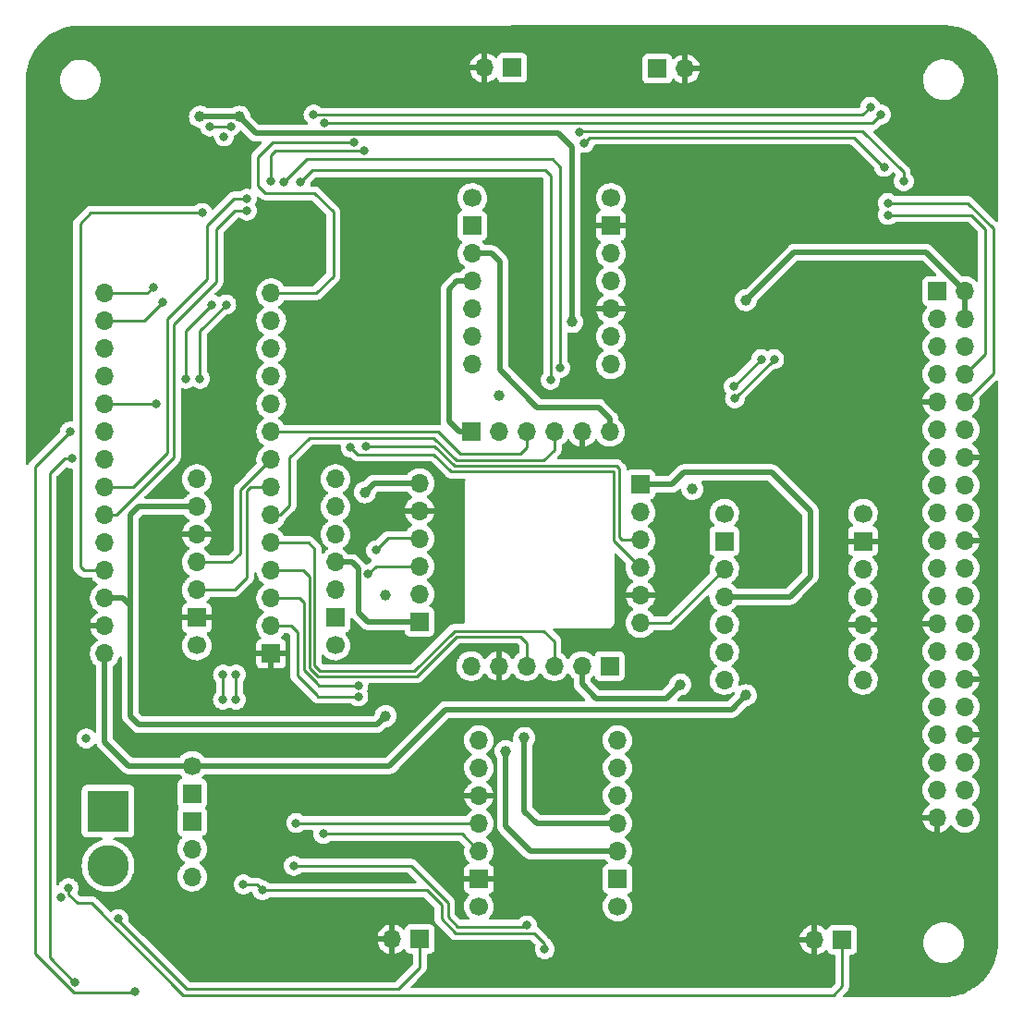
<source format=gbl>
%TF.GenerationSoftware,KiCad,Pcbnew,(6.0.8)*%
%TF.CreationDate,2023-03-18T14:47:44-05:00*%
%TF.ProjectId,board1,626f6172-6431-42e6-9b69-6361645f7063,rev?*%
%TF.SameCoordinates,Original*%
%TF.FileFunction,Copper,L4,Bot*%
%TF.FilePolarity,Positive*%
%FSLAX46Y46*%
G04 Gerber Fmt 4.6, Leading zero omitted, Abs format (unit mm)*
G04 Created by KiCad (PCBNEW (6.0.8)) date 2023-03-18 14:47:44*
%MOMM*%
%LPD*%
G01*
G04 APERTURE LIST*
%TA.AperFunction,ComponentPad*%
%ADD10C,1.700000*%
%TD*%
%TA.AperFunction,ComponentPad*%
%ADD11R,1.700000X1.700000*%
%TD*%
%TA.AperFunction,ComponentPad*%
%ADD12O,1.700000X1.700000*%
%TD*%
%TA.AperFunction,ComponentPad*%
%ADD13R,3.800000X3.800000*%
%TD*%
%TA.AperFunction,ComponentPad*%
%ADD14C,3.800000*%
%TD*%
%TA.AperFunction,ViaPad*%
%ADD15C,0.800000*%
%TD*%
%TA.AperFunction,ViaPad*%
%ADD16C,1.000000*%
%TD*%
%TA.AperFunction,Conductor*%
%ADD17C,0.250000*%
%TD*%
%TA.AperFunction,Conductor*%
%ADD18C,0.500000*%
%TD*%
%TA.AperFunction,Conductor*%
%ADD19C,0.750000*%
%TD*%
G04 APERTURE END LIST*
D10*
X95125000Y-94282500D03*
D11*
X95125000Y-91742500D03*
D12*
X95125000Y-89202500D03*
X95125000Y-86662500D03*
X95125000Y-84122500D03*
X95125000Y-81582500D03*
X95125000Y-79042500D03*
X107825000Y-79042500D03*
X107825000Y-81582500D03*
X107825000Y-84122500D03*
X107825000Y-86662500D03*
X107825000Y-89202500D03*
D11*
X107825000Y-91742500D03*
D10*
X107825000Y-94282500D03*
X120975000Y-118200000D03*
D11*
X120975000Y-115660000D03*
D12*
X120975000Y-113120000D03*
X120975000Y-110580000D03*
X120975000Y-108040000D03*
X120975000Y-105500000D03*
X120975000Y-102960000D03*
X133675000Y-102960000D03*
X133675000Y-105500000D03*
X133675000Y-108040000D03*
X133675000Y-110580000D03*
X133675000Y-113120000D03*
D11*
X133675000Y-115660000D03*
D10*
X133675000Y-118200000D03*
D11*
X137325000Y-41442500D03*
D12*
X139865000Y-41442500D03*
D11*
X120282400Y-74717500D03*
D12*
X122822400Y-74717500D03*
X125362400Y-74717500D03*
X127902400Y-74717500D03*
X130442400Y-74717500D03*
X132982400Y-74717500D03*
D13*
X87000000Y-109467500D03*
D14*
X87000000Y-114467500D03*
D11*
X132950000Y-96167500D03*
D12*
X130410000Y-96167500D03*
X127870000Y-96167500D03*
X125330000Y-96167500D03*
X122790000Y-96167500D03*
X120250000Y-96167500D03*
D11*
X115566800Y-121176900D03*
D12*
X113026800Y-121176900D03*
D10*
X94700000Y-105301300D03*
D11*
X94700000Y-107841300D03*
X94700000Y-110381300D03*
D12*
X94700000Y-112921300D03*
X94700000Y-115461300D03*
D11*
X124025000Y-41342500D03*
D12*
X121485000Y-41342500D03*
D10*
X133059000Y-53285000D03*
D11*
X133059000Y-55825000D03*
D12*
X133059000Y-58365000D03*
X133059000Y-60905000D03*
X133059000Y-63445000D03*
X133059000Y-65985000D03*
X133059000Y-68525000D03*
X120359000Y-68525000D03*
X120359000Y-65985000D03*
X120359000Y-63445000D03*
X120359000Y-60905000D03*
X120359000Y-58365000D03*
D11*
X120359000Y-55825000D03*
D10*
X120359000Y-53285000D03*
D11*
X115525000Y-92092500D03*
D12*
X115525000Y-89552500D03*
X115525000Y-87012500D03*
X115525000Y-84472500D03*
X115525000Y-81932500D03*
X115525000Y-79392500D03*
D11*
X154250000Y-121242500D03*
D12*
X151710000Y-121242500D03*
D11*
X135775000Y-79525000D03*
D12*
X135775000Y-82065000D03*
X135775000Y-84605000D03*
X135775000Y-87145000D03*
X135775000Y-89685000D03*
X135775000Y-92225000D03*
D11*
X162944500Y-61807800D03*
D12*
X165484500Y-61807800D03*
X162944500Y-64347800D03*
X165484500Y-64347800D03*
X162944500Y-66887800D03*
X165484500Y-66887800D03*
X162944500Y-69427800D03*
X165484500Y-69427800D03*
X162944500Y-71967800D03*
X165484500Y-71967800D03*
X162944500Y-74507800D03*
X165484500Y-74507800D03*
X162944500Y-77047800D03*
X165484500Y-77047800D03*
X162944500Y-79587800D03*
X165484500Y-79587800D03*
X162944500Y-82127800D03*
X165484500Y-82127800D03*
X162944500Y-84667800D03*
X165484500Y-84667800D03*
X162944500Y-87207800D03*
X165484500Y-87207800D03*
X162944500Y-89747800D03*
X165484500Y-89747800D03*
X162944500Y-92287800D03*
X165484500Y-92287800D03*
X162944500Y-94827800D03*
X165484500Y-94827800D03*
X162944500Y-97367800D03*
X165484500Y-97367800D03*
X162944500Y-99907800D03*
X165484500Y-99907800D03*
X162944500Y-102447800D03*
X165484500Y-102447800D03*
X162944500Y-104987800D03*
X165484500Y-104987800D03*
X162944500Y-107527800D03*
X165484500Y-107527800D03*
X162944500Y-110067800D03*
X165484500Y-110067800D03*
D10*
X156150000Y-82185000D03*
D11*
X156150000Y-84725000D03*
D12*
X156150000Y-87265000D03*
X156150000Y-89805000D03*
X156150000Y-92345000D03*
X156150000Y-94885000D03*
X156150000Y-97425000D03*
X143450000Y-97425000D03*
X143450000Y-94885000D03*
X143450000Y-92345000D03*
X143450000Y-89805000D03*
X143450000Y-87265000D03*
D11*
X143450000Y-84725000D03*
D10*
X143450000Y-82185000D03*
D11*
X101945000Y-95027500D03*
D12*
X86705000Y-95027500D03*
X101945000Y-92487500D03*
X86705000Y-92487500D03*
X101945000Y-89947500D03*
X86705000Y-89947500D03*
X101945000Y-87407500D03*
X86705000Y-87407500D03*
X101945000Y-84867500D03*
X86705000Y-84867500D03*
X101945000Y-82327500D03*
X86705000Y-82327500D03*
X101945000Y-79787500D03*
X86705000Y-79787500D03*
X101945000Y-77247500D03*
X86705000Y-77247500D03*
X101945000Y-74707500D03*
X86705000Y-74707500D03*
X101945000Y-72167500D03*
X86705000Y-72167500D03*
X101945000Y-69627500D03*
X86705000Y-69627500D03*
X101945000Y-67087500D03*
X86705000Y-67087500D03*
X101945000Y-64547500D03*
X86705000Y-64547500D03*
X101945000Y-62007500D03*
X86705000Y-62007500D03*
D15*
X82100000Y-59200000D03*
X82600000Y-66550000D03*
X125150000Y-55150000D03*
X125500000Y-62625000D03*
X136425000Y-75125000D03*
X137775000Y-96100000D03*
X130900000Y-103700000D03*
X128700000Y-107375000D03*
X96200000Y-122450000D03*
X91300000Y-118775000D03*
X91675000Y-108350000D03*
X92175000Y-99050000D03*
X95475000Y-74275000D03*
X105525000Y-79675000D03*
X105525000Y-71450000D03*
X105050000Y-65075000D03*
X105150000Y-55750000D03*
X100000000Y-57225000D03*
X160825000Y-46700000D03*
X149800000Y-41550000D03*
X143775000Y-42025000D03*
X137150000Y-54650000D03*
X137650000Y-50500000D03*
X148800000Y-51950000D03*
X140600000Y-59675000D03*
X148450000Y-73775000D03*
X150525000Y-65925000D03*
X156775000Y-62025000D03*
X157625000Y-70225000D03*
X153600000Y-78325000D03*
X152350000Y-92050000D03*
X149800000Y-96100000D03*
X152600000Y-103950000D03*
X158125000Y-120750000D03*
X148800000Y-118175000D03*
X149300000Y-110075000D03*
X144525000Y-114725000D03*
X145625000Y-104200000D03*
X124525000Y-115475000D03*
X121700000Y-122325000D03*
X108725000Y-119400000D03*
X116675000Y-107000000D03*
X108225000Y-107750000D03*
X98550000Y-109575000D03*
X91675000Y-85675000D03*
X91800000Y-95000000D03*
X117425000Y-97925000D03*
X111650000Y-70600000D03*
X114000000Y-63250000D03*
X113375000Y-55400000D03*
X128200000Y-41550000D03*
X114225000Y-41300000D03*
X88725000Y-43250000D03*
X88475000Y-48775000D03*
X85050000Y-51950000D03*
X85000000Y-102800000D03*
X91149500Y-61442500D03*
X125375000Y-119918000D03*
D16*
X110525000Y-80242500D03*
D15*
X92025000Y-62842500D03*
X87937299Y-119330201D03*
X106825000Y-46442500D03*
X97625000Y-47642500D03*
X82650000Y-117392500D03*
X104022400Y-114464900D03*
X83374500Y-116492500D03*
X83925000Y-125117500D03*
X83700500Y-77167500D03*
X157825000Y-45642500D03*
X111549500Y-85542500D03*
X98725000Y-99242500D03*
X127009900Y-122104700D03*
X99397900Y-116169198D03*
X156825000Y-44942500D03*
X101125000Y-116692500D03*
X130625000Y-48242500D03*
D16*
X122822400Y-71345100D03*
D15*
X97525000Y-96942500D03*
X109225000Y-76142500D03*
X110425000Y-48967000D03*
X94125000Y-69842500D03*
X128425000Y-68842500D03*
X146825000Y-68042500D03*
X95425000Y-69842500D03*
X148025000Y-68042500D03*
X98725000Y-96942500D03*
X158425000Y-54842500D03*
X97525000Y-99242500D03*
X96325000Y-46742500D03*
X109925000Y-97942500D03*
X95625000Y-54642500D03*
X158425000Y-53742500D03*
X101925000Y-51742500D03*
X158100000Y-50442500D03*
X144325000Y-70542500D03*
X98225000Y-46718000D03*
X110625000Y-76042500D03*
D16*
X95425000Y-45842500D03*
D15*
X99725000Y-54442500D03*
X106725000Y-111542500D03*
X91425000Y-72142500D03*
X104625000Y-51842500D03*
D16*
X110625000Y-41162500D03*
D15*
X144425000Y-71642500D03*
X109537299Y-48192000D03*
X89475000Y-126017500D03*
X99725000Y-53342500D03*
X110825000Y-87742500D03*
X105825000Y-45642500D03*
X83525000Y-74667500D03*
D16*
X145425000Y-98842500D03*
X145425000Y-62642500D03*
X99025000Y-45842500D03*
X112425000Y-89642500D03*
D15*
X159900000Y-51742500D03*
D16*
X139425000Y-97842500D03*
D15*
X130225000Y-47242500D03*
D16*
X123425000Y-103942500D03*
D15*
X103125000Y-51842500D03*
D16*
X125125000Y-102742500D03*
D15*
X109925000Y-98942003D03*
D16*
X140525000Y-79942500D03*
X112425000Y-100742500D03*
D15*
X97825000Y-63042500D03*
X104225000Y-110542500D03*
X96525000Y-63042500D03*
X127525000Y-69942500D03*
D16*
X129525000Y-64642500D03*
D17*
X137615000Y-92225000D02*
X135775000Y-92225000D01*
X137632500Y-92242500D02*
X137615000Y-92225000D01*
X137632500Y-92242500D02*
X138472500Y-92242500D01*
X136625000Y-92242500D02*
X137632500Y-92242500D01*
D18*
X137150000Y-79525000D02*
X135775000Y-79525000D01*
X137167500Y-79542500D02*
X137150000Y-79525000D01*
X137167500Y-79542500D02*
X138625000Y-79542500D01*
X136625000Y-79542500D02*
X137167500Y-79542500D01*
D17*
X133850000Y-84375000D02*
X134080000Y-84605000D01*
X133850000Y-78100000D02*
X133850000Y-84375000D01*
X133592500Y-77842500D02*
X133850000Y-78100000D01*
X118725000Y-77842500D02*
X133592500Y-77842500D01*
X116925000Y-76042500D02*
X118725000Y-77842500D01*
X110625000Y-76042500D02*
X116925000Y-76042500D01*
X134080000Y-84605000D02*
X135775000Y-84605000D01*
X133325000Y-84695000D02*
X135775000Y-87145000D01*
X133325000Y-78342500D02*
X133325000Y-84695000D01*
D18*
X165484500Y-61807800D02*
X165484500Y-64347800D01*
D17*
X103625000Y-77042500D02*
X103625000Y-81442500D01*
X124725000Y-76742500D02*
X119225000Y-76742500D01*
X103625000Y-81442500D02*
X102740000Y-82327500D01*
X125362400Y-76105100D02*
X124725000Y-76742500D01*
D18*
X125702500Y-113120000D02*
X133675000Y-113120000D01*
D17*
X104890000Y-87407500D02*
X105475480Y-87992980D01*
D18*
X118225000Y-61642500D02*
X118225000Y-73742500D01*
D17*
X125362400Y-74717500D02*
X125362400Y-76105100D01*
X119225000Y-76742500D02*
X117190000Y-74707500D01*
D18*
X118225000Y-73742500D02*
X119200000Y-74717500D01*
D17*
X93025000Y-64842500D02*
X96925000Y-60942500D01*
X118925000Y-93442500D02*
X124725000Y-93442500D01*
X105475480Y-96328698D02*
X106238803Y-97092020D01*
X104625000Y-51842500D02*
X105725000Y-50742500D01*
X167350000Y-56117500D02*
X167350000Y-67562300D01*
D18*
X120359000Y-60905000D02*
X118962500Y-60905000D01*
X123425000Y-110842500D02*
X125702500Y-113120000D01*
D17*
X106238803Y-97092020D02*
X115275480Y-97092020D01*
X124725000Y-93442500D02*
X125330000Y-94047500D01*
X126925000Y-92942500D02*
X127870000Y-93887500D01*
X96925000Y-56142500D02*
X98625000Y-54442500D01*
X106425000Y-96642500D02*
X115025000Y-96642500D01*
X86705000Y-82327500D02*
X87740000Y-82327500D01*
X115025000Y-96642500D02*
X118725000Y-92942500D01*
X105725000Y-50742500D02*
X127025000Y-50742500D01*
X167350000Y-67562300D02*
X165484500Y-69427800D01*
X127525000Y-51242500D02*
X127525000Y-69942500D01*
X93025000Y-77042500D02*
X93025000Y-64842500D01*
X87740000Y-82327500D02*
X93025000Y-77042500D01*
X115275480Y-97092020D02*
X118925000Y-93442500D01*
X105925000Y-85442500D02*
X105925000Y-96142500D01*
X101945000Y-84867500D02*
X105350000Y-84867500D01*
X127025000Y-50742500D02*
X127525000Y-51242500D01*
X98625000Y-54442500D02*
X99725000Y-54442500D01*
X158425000Y-54842500D02*
X166075000Y-54842500D01*
X144425000Y-71642500D02*
X148025000Y-68042500D01*
X116825000Y-75242500D02*
X105425000Y-75242500D01*
X105350000Y-84867500D02*
X105925000Y-85442500D01*
X96925000Y-60942500D02*
X96925000Y-56142500D01*
X118925000Y-77342500D02*
X116825000Y-75242500D01*
D18*
X133675000Y-110580000D02*
X126262500Y-110580000D01*
X126262500Y-110580000D02*
X125125000Y-109442500D01*
D17*
X117190000Y-74707500D02*
X101945000Y-74707500D01*
X126925000Y-77342500D02*
X118925000Y-77342500D01*
X105425000Y-75242500D02*
X103625000Y-77042500D01*
X127902400Y-76365100D02*
X126925000Y-77342500D01*
X125330000Y-94047500D02*
X125330000Y-96167500D01*
D18*
X118962500Y-60905000D02*
X118225000Y-61642500D01*
D17*
X101945000Y-87407500D02*
X104890000Y-87407500D01*
X118725000Y-92942500D02*
X126925000Y-92942500D01*
D18*
X119200000Y-74717500D02*
X120282400Y-74717500D01*
D17*
X105925000Y-96142500D02*
X106425000Y-96642500D01*
D18*
X123425000Y-103942500D02*
X123425000Y-110842500D01*
D17*
X105475480Y-87992980D02*
X105475480Y-96328698D01*
X127870000Y-93887500D02*
X127870000Y-96167500D01*
D18*
X125125000Y-109442500D02*
X125125000Y-102742500D01*
X138125000Y-99142500D02*
X139425000Y-97842500D01*
D17*
X112649500Y-84442500D02*
X115495000Y-84442500D01*
X101945000Y-92487500D02*
X103770000Y-92487500D01*
X101945000Y-89947500D02*
X104530000Y-89947500D01*
X110825000Y-87742500D02*
X111555000Y-87012500D01*
D18*
X89825000Y-101542500D02*
X89025000Y-100742500D01*
X99025000Y-45842500D02*
X100525000Y-47342500D01*
X128225000Y-47342500D02*
X129525000Y-48642500D01*
D17*
X103770000Y-92487500D02*
X104325000Y-93042500D01*
X104925000Y-96542500D02*
X106025000Y-97642500D01*
X111555000Y-87012500D02*
X115525000Y-87012500D01*
X104925000Y-90342500D02*
X104925000Y-96542500D01*
D18*
X99025000Y-45842500D02*
X95425000Y-45842500D01*
X89785000Y-81582500D02*
X95125000Y-81582500D01*
X112425000Y-100742500D02*
X111625000Y-101542500D01*
D17*
X106224503Y-98942003D02*
X109925000Y-98942003D01*
D18*
X131725000Y-99142500D02*
X130410000Y-97827500D01*
X88330000Y-89947500D02*
X86705000Y-89947500D01*
X131725000Y-99142500D02*
X138125000Y-99142500D01*
X89025000Y-82342500D02*
X89785000Y-81582500D01*
D17*
X104325000Y-97042500D02*
X106025000Y-98742500D01*
D18*
X130410000Y-97827500D02*
X130410000Y-96167500D01*
X111625000Y-101542500D02*
X89825000Y-101542500D01*
X129525000Y-48642500D02*
X129525000Y-64642500D01*
X89025000Y-90642500D02*
X89025000Y-82342500D01*
X100525000Y-47342500D02*
X128225000Y-47342500D01*
D17*
X104325000Y-93042500D02*
X104325000Y-97042500D01*
X166075000Y-54842500D02*
X167350000Y-56117500D01*
X104530000Y-89947500D02*
X104925000Y-90342500D01*
D18*
X89025000Y-90642500D02*
X88330000Y-89947500D01*
X89025000Y-100742500D02*
X89025000Y-90642500D01*
D17*
X115495000Y-84442500D02*
X115525000Y-84472500D01*
X106025000Y-98742500D02*
X106224503Y-98942003D01*
X106325000Y-97942500D02*
X109925000Y-97942500D01*
X106025000Y-97642500D02*
X106325000Y-97942500D01*
X111549500Y-85542500D02*
X112649500Y-84442500D01*
D18*
X109925000Y-91242500D02*
X109925000Y-87242500D01*
X115525000Y-92092500D02*
X110775000Y-92092500D01*
X110775000Y-92092500D02*
X109925000Y-91242500D01*
X109345000Y-86662500D02*
X107825000Y-86662500D01*
X109925000Y-87242500D02*
X109345000Y-86662500D01*
X132982400Y-73499900D02*
X132982400Y-74717500D01*
D17*
X91425000Y-72142500D02*
X91400000Y-72167500D01*
D18*
X131925000Y-72442500D02*
X132982400Y-73499900D01*
X147825000Y-78442500D02*
X151325000Y-81942500D01*
D17*
X118425000Y-78342500D02*
X116849511Y-76767011D01*
X94125000Y-65442500D02*
X96525000Y-63042500D01*
D18*
X122147500Y-58365000D02*
X122925000Y-59142500D01*
X138625000Y-79542500D02*
X139725000Y-78442500D01*
X139725000Y-78442500D02*
X147825000Y-78442500D01*
D17*
X102740000Y-82327500D02*
X101945000Y-82327500D01*
X116849511Y-76767011D02*
X109849511Y-76767011D01*
X109849511Y-76767011D02*
X109225000Y-76142500D01*
X91400000Y-72167500D02*
X86705000Y-72167500D01*
D19*
X94678800Y-112942500D02*
X94700000Y-112921300D01*
D18*
X120359000Y-58365000D02*
X122147500Y-58365000D01*
D17*
X138472500Y-92242500D02*
X143450000Y-87265000D01*
D18*
X122925000Y-59142500D02*
X122925000Y-69042500D01*
X149462500Y-89805000D02*
X143450000Y-89805000D01*
D17*
X127902400Y-74717500D02*
X127902400Y-76365100D01*
D18*
X126325000Y-72442500D02*
X131925000Y-72442500D01*
D17*
X97825000Y-63042500D02*
X95425000Y-65442500D01*
X133325000Y-78342500D02*
X118425000Y-78342500D01*
X95425000Y-65442500D02*
X95425000Y-69842500D01*
X94125000Y-69842500D02*
X94125000Y-65442500D01*
D18*
X151325000Y-81942500D02*
X151325000Y-87942500D01*
X122925000Y-69042500D02*
X126325000Y-72442500D01*
X151325000Y-87942500D02*
X149462500Y-89805000D01*
D17*
X153450000Y-126317500D02*
X154250000Y-125517500D01*
X85487500Y-117905000D02*
X93900000Y-126317500D01*
X83374500Y-116492500D02*
X83374500Y-117067000D01*
X154250000Y-125517500D02*
X154250000Y-121242500D01*
X93900000Y-126317500D02*
X153450000Y-126317500D01*
X84212500Y-117905000D02*
X85487500Y-117905000D01*
X83374500Y-117067000D02*
X84212500Y-117905000D01*
D18*
X111375000Y-79392500D02*
X115525000Y-79392500D01*
X110525000Y-80242500D02*
X111375000Y-79392500D01*
D17*
X90584500Y-62007500D02*
X86705000Y-62007500D01*
X91149500Y-61442500D02*
X90584500Y-62007500D01*
X81650000Y-78517500D02*
X83000000Y-77167500D01*
X94200000Y-125767500D02*
X113550000Y-125767500D01*
X92025000Y-62842500D02*
X90320000Y-64547500D01*
X87937299Y-119504799D02*
X94200000Y-125767500D01*
X115566800Y-123750700D02*
X115566800Y-121176900D01*
X87937299Y-119330201D02*
X87937299Y-119504799D01*
X83875000Y-125117500D02*
X81650000Y-122892500D01*
X118125000Y-119117500D02*
X119050000Y-120042500D01*
X125250500Y-120042500D02*
X125375000Y-119918000D01*
X81650000Y-122892500D02*
X81650000Y-78517500D01*
X118125000Y-117842500D02*
X118125000Y-119117500D01*
X157025000Y-46442500D02*
X157825000Y-45642500D01*
X119050000Y-120042500D02*
X125250500Y-120042500D01*
X104022400Y-114464900D02*
X114747400Y-114464900D01*
X90320000Y-64547500D02*
X86705000Y-64547500D01*
X83000000Y-77167500D02*
X83700500Y-77167500D01*
X83374500Y-116492500D02*
X83475000Y-116593000D01*
X83925000Y-125117500D02*
X83875000Y-125117500D01*
X114747400Y-114464900D02*
X118125000Y-117842500D01*
X113550000Y-125767500D02*
X115566800Y-123750700D01*
X106825000Y-46442500D02*
X157025000Y-46442500D01*
X101125000Y-116692500D02*
X116175000Y-116692500D01*
X127009900Y-121627400D02*
X127009900Y-122104700D01*
X98200500Y-46742500D02*
X98225000Y-46718000D01*
X89375000Y-126117500D02*
X83875000Y-126117500D01*
X101125000Y-116692500D02*
X100601698Y-116169198D01*
X83875000Y-126117500D02*
X80300000Y-122542500D01*
X126025000Y-120642500D02*
X127009900Y-121627400D01*
X156125000Y-45642500D02*
X156825000Y-44942500D01*
X118850000Y-120642500D02*
X126025000Y-120642500D01*
X100601698Y-116169198D02*
X99397900Y-116169198D01*
X117550000Y-118067500D02*
X117550000Y-119342500D01*
X80300000Y-122542500D02*
X80300000Y-77892500D01*
X96325000Y-46742500D02*
X98200500Y-46742500D01*
X89475000Y-126017500D02*
X89375000Y-126117500D01*
X116175000Y-116692500D02*
X117550000Y-118067500D01*
X117550000Y-119342500D02*
X118850000Y-120642500D01*
X105825000Y-45642500D02*
X156125000Y-45642500D01*
X80300000Y-77892500D02*
X83525000Y-74667500D01*
D18*
X88883800Y-105301300D02*
X86705000Y-103122500D01*
D17*
X105925000Y-52842500D02*
X107625000Y-54542500D01*
D18*
X144125000Y-100142500D02*
X145425000Y-98842500D01*
D17*
X100725000Y-49542500D02*
X100725000Y-52142500D01*
X131125000Y-47742500D02*
X130625000Y-48242500D01*
X85425000Y-54642500D02*
X84425000Y-55642500D01*
D18*
X149825000Y-58242500D02*
X161919200Y-58242500D01*
D17*
X102075500Y-48192000D02*
X100725000Y-49542500D01*
D18*
X117925000Y-100142500D02*
X112766200Y-105301300D01*
D17*
X84790000Y-87407500D02*
X86705000Y-87407500D01*
X106060000Y-62007500D02*
X101945000Y-62007500D01*
X156125000Y-47142500D02*
X130325000Y-47142500D01*
X110400500Y-48942500D02*
X110425000Y-48967000D01*
X130325000Y-47142500D02*
X130225000Y-47242500D01*
X158025000Y-50442500D02*
X155325000Y-47742500D01*
D18*
X86705000Y-103122500D02*
X86705000Y-95027500D01*
X94700000Y-105301300D02*
X88883800Y-105301300D01*
D17*
X101425000Y-52842500D02*
X105925000Y-52842500D01*
X155325000Y-47742500D02*
X131125000Y-47742500D01*
X159900000Y-50917500D02*
X156125000Y-47142500D01*
D18*
X144125000Y-100142500D02*
X117925000Y-100142500D01*
X161919200Y-58242500D02*
X165484500Y-61807800D01*
X145425000Y-62642500D02*
X149825000Y-58242500D01*
D17*
X159900000Y-51742500D02*
X159900000Y-50917500D01*
X101925000Y-51742500D02*
X101925000Y-49342500D01*
X100725000Y-52142500D02*
X101425000Y-52842500D01*
X95625000Y-54642500D02*
X85425000Y-54642500D01*
X84425000Y-87042500D02*
X84790000Y-87407500D01*
X107625000Y-54542500D02*
X107625000Y-60442500D01*
X109537299Y-48192000D02*
X102075500Y-48192000D01*
X102325000Y-48942500D02*
X110400500Y-48942500D01*
X101925000Y-49342500D02*
X102325000Y-48942500D01*
D18*
X112766200Y-105301300D02*
X94700000Y-105301300D01*
D17*
X84425000Y-55642500D02*
X84425000Y-87042500D01*
X107625000Y-60442500D02*
X106060000Y-62007500D01*
X158100000Y-50442500D02*
X158025000Y-50442500D01*
X158425000Y-53742500D02*
X165725000Y-53742500D01*
X92425000Y-76642500D02*
X92425000Y-64342500D01*
X128425000Y-50442500D02*
X128425000Y-68842500D01*
X97525000Y-99242500D02*
X97525000Y-96942500D01*
X106725000Y-111542500D02*
X119397500Y-111542500D01*
X127725000Y-49742500D02*
X128425000Y-50442500D01*
X104325000Y-110542500D02*
X104362500Y-110580000D01*
X105225000Y-49742500D02*
X127725000Y-49742500D01*
X165725000Y-53742500D02*
X168075000Y-56092500D01*
X98525000Y-53342500D02*
X99725000Y-53342500D01*
X104362500Y-110580000D02*
X120975000Y-110580000D01*
X98305000Y-86662500D02*
X99125000Y-85842500D01*
X99125000Y-80042500D02*
X101920000Y-77247500D01*
X99725000Y-80142500D02*
X100080000Y-79787500D01*
X98725000Y-99242500D02*
X98725000Y-96942500D01*
X104225000Y-110542500D02*
X104325000Y-110542500D01*
X95125000Y-86662500D02*
X98305000Y-86662500D01*
X119397500Y-111542500D02*
X120975000Y-113120000D01*
X144325000Y-70542500D02*
X146825000Y-68042500D01*
X99725000Y-88042500D02*
X99725000Y-80142500D01*
X92425000Y-64342500D02*
X96025000Y-60742500D01*
X86705000Y-79787500D02*
X89280000Y-79787500D01*
X98565000Y-89202500D02*
X99725000Y-88042500D01*
X96025000Y-60742500D02*
X96025000Y-55842500D01*
X168075000Y-56092500D02*
X168075000Y-69377300D01*
X96025000Y-55842500D02*
X98525000Y-53342500D01*
X99125000Y-85842500D02*
X99125000Y-80042500D01*
X103125000Y-51842500D02*
X105225000Y-49742500D01*
X168075000Y-69377300D02*
X165484500Y-71967800D01*
X101920000Y-77247500D02*
X101945000Y-77247500D01*
X95125000Y-89202500D02*
X98565000Y-89202500D01*
X89280000Y-79787500D02*
X92425000Y-76642500D01*
X100080000Y-79787500D02*
X101945000Y-79787500D01*
%TA.AperFunction,Conductor*%
G36*
X163470981Y-37452428D02*
G01*
X163496050Y-37456215D01*
X163516971Y-37453383D01*
X163538505Y-37452329D01*
X163909377Y-37465987D01*
X163919747Y-37466799D01*
X164039816Y-37481214D01*
X164319026Y-37514734D01*
X164329305Y-37516402D01*
X164602895Y-37572475D01*
X164723248Y-37597142D01*
X164733349Y-37599651D01*
X164856827Y-37635804D01*
X165119272Y-37712645D01*
X165129137Y-37715981D01*
X165504431Y-37860466D01*
X165513986Y-37864606D01*
X165876054Y-38039581D01*
X165885235Y-38044496D01*
X166231614Y-38248772D01*
X166240358Y-38254428D01*
X166568692Y-38486614D01*
X166576939Y-38492973D01*
X166884978Y-38751479D01*
X166892671Y-38758497D01*
X167091125Y-38955158D01*
X167178308Y-39041554D01*
X167185391Y-39049179D01*
X167231842Y-39103521D01*
X167446680Y-39354861D01*
X167453114Y-39363050D01*
X167604836Y-39573524D01*
X167687600Y-39688336D01*
X167688270Y-39689266D01*
X167694002Y-39697953D01*
X167901422Y-40042484D01*
X167906406Y-40051595D01*
X168066226Y-40374785D01*
X168084670Y-40412082D01*
X168088893Y-40421593D01*
X168236771Y-40795550D01*
X168240195Y-40805377D01*
X168257739Y-40863345D01*
X168356685Y-41190265D01*
X168359288Y-41200348D01*
X168443602Y-41593563D01*
X168445362Y-41603827D01*
X168496914Y-42002634D01*
X168497821Y-42013008D01*
X168514499Y-42376279D01*
X168513219Y-42400875D01*
X168511286Y-42413671D01*
X168515376Y-42443880D01*
X168516514Y-42460731D01*
X168520580Y-55321366D01*
X168520585Y-55337951D01*
X168500604Y-55406078D01*
X168446964Y-55452588D01*
X168376693Y-55462714D01*
X168312103Y-55433242D01*
X168305490Y-55427086D01*
X167359885Y-54481480D01*
X166228652Y-53350247D01*
X166221112Y-53341961D01*
X166217000Y-53335482D01*
X166167348Y-53288856D01*
X166164507Y-53286102D01*
X166144770Y-53266365D01*
X166141573Y-53263885D01*
X166132551Y-53256180D01*
X166106100Y-53231341D01*
X166100321Y-53225914D01*
X166093375Y-53222095D01*
X166093372Y-53222093D01*
X166082566Y-53216152D01*
X166066047Y-53205301D01*
X166060048Y-53200648D01*
X166050041Y-53192886D01*
X166042772Y-53189741D01*
X166042768Y-53189738D01*
X166009463Y-53175326D01*
X165998813Y-53170109D01*
X165960060Y-53148805D01*
X165940437Y-53143767D01*
X165921734Y-53137363D01*
X165910420Y-53132467D01*
X165910419Y-53132467D01*
X165903145Y-53129319D01*
X165895322Y-53128080D01*
X165895312Y-53128077D01*
X165859476Y-53122401D01*
X165847856Y-53119995D01*
X165812711Y-53110972D01*
X165812710Y-53110972D01*
X165805030Y-53109000D01*
X165784776Y-53109000D01*
X165765065Y-53107449D01*
X165752886Y-53105520D01*
X165745057Y-53104280D01*
X165737165Y-53105026D01*
X165701039Y-53108441D01*
X165689181Y-53109000D01*
X159133200Y-53109000D01*
X159065079Y-53088998D01*
X159045853Y-53072657D01*
X159045580Y-53072960D01*
X159040668Y-53068537D01*
X159036253Y-53063634D01*
X158881752Y-52951382D01*
X158875724Y-52948698D01*
X158875722Y-52948697D01*
X158713319Y-52876391D01*
X158713318Y-52876391D01*
X158707288Y-52873706D01*
X158613887Y-52853853D01*
X158526944Y-52835372D01*
X158526939Y-52835372D01*
X158520487Y-52834000D01*
X158329513Y-52834000D01*
X158323061Y-52835372D01*
X158323056Y-52835372D01*
X158236113Y-52853853D01*
X158142712Y-52873706D01*
X158136682Y-52876391D01*
X158136681Y-52876391D01*
X157974278Y-52948697D01*
X157974276Y-52948698D01*
X157968248Y-52951382D01*
X157813747Y-53063634D01*
X157809326Y-53068544D01*
X157809325Y-53068545D01*
X157700203Y-53189738D01*
X157685960Y-53205556D01*
X157656732Y-53256180D01*
X157614795Y-53328818D01*
X157590473Y-53370944D01*
X157531458Y-53552572D01*
X157530768Y-53559133D01*
X157530768Y-53559135D01*
X157515146Y-53707771D01*
X157511496Y-53742500D01*
X157512186Y-53749065D01*
X157528634Y-53905556D01*
X157531458Y-53932428D01*
X157590473Y-54114056D01*
X157593776Y-54119778D01*
X157593777Y-54119779D01*
X157601943Y-54133922D01*
X157646501Y-54211098D01*
X157657125Y-54229500D01*
X157673863Y-54298495D01*
X157657125Y-54355500D01*
X157598546Y-54456962D01*
X157590473Y-54470944D01*
X157531458Y-54652572D01*
X157530768Y-54659133D01*
X157530768Y-54659135D01*
X157522590Y-54736946D01*
X157511496Y-54842500D01*
X157531458Y-55032428D01*
X157590473Y-55214056D01*
X157593776Y-55219778D01*
X157593777Y-55219779D01*
X157603317Y-55236303D01*
X157685960Y-55379444D01*
X157690378Y-55384351D01*
X157690379Y-55384352D01*
X157762414Y-55464355D01*
X157813747Y-55521366D01*
X157968248Y-55633618D01*
X157974276Y-55636302D01*
X157974278Y-55636303D01*
X158135367Y-55708024D01*
X158142712Y-55711294D01*
X158236113Y-55731147D01*
X158323056Y-55749628D01*
X158323061Y-55749628D01*
X158329513Y-55751000D01*
X158520487Y-55751000D01*
X158526939Y-55749628D01*
X158526944Y-55749628D01*
X158613887Y-55731147D01*
X158707288Y-55711294D01*
X158714633Y-55708024D01*
X158875722Y-55636303D01*
X158875724Y-55636302D01*
X158881752Y-55633618D01*
X158938151Y-55592642D01*
X159014671Y-55537046D01*
X159036253Y-55521366D01*
X159040668Y-55516463D01*
X159045580Y-55512040D01*
X159046705Y-55513289D01*
X159100014Y-55480449D01*
X159133200Y-55476000D01*
X165760406Y-55476000D01*
X165828527Y-55496002D01*
X165849501Y-55512905D01*
X166679595Y-56342999D01*
X166713621Y-56405311D01*
X166716500Y-56432094D01*
X166716500Y-60817416D01*
X166696498Y-60885537D01*
X166642842Y-60932030D01*
X166572568Y-60942134D01*
X166507988Y-60912640D01*
X166497307Y-60902216D01*
X166417652Y-60814676D01*
X166417642Y-60814667D01*
X166414170Y-60810851D01*
X166410119Y-60807652D01*
X166410115Y-60807648D01*
X166242914Y-60675600D01*
X166242910Y-60675598D01*
X166238859Y-60672398D01*
X166200789Y-60651382D01*
X166130915Y-60612810D01*
X166043289Y-60564438D01*
X166038420Y-60562714D01*
X166038416Y-60562712D01*
X165837587Y-60491595D01*
X165837583Y-60491594D01*
X165832712Y-60489869D01*
X165827619Y-60488962D01*
X165827616Y-60488961D01*
X165617873Y-60451600D01*
X165617867Y-60451599D01*
X165612784Y-60450694D01*
X165542270Y-60449833D01*
X165394582Y-60448028D01*
X165394580Y-60448028D01*
X165389411Y-60447965D01*
X165365656Y-60451600D01*
X165285885Y-60463806D01*
X165215523Y-60454338D01*
X165177732Y-60428351D01*
X162502970Y-57753589D01*
X162490584Y-57739177D01*
X162482051Y-57727582D01*
X162482046Y-57727577D01*
X162477708Y-57721682D01*
X162472130Y-57716943D01*
X162472127Y-57716940D01*
X162437432Y-57687465D01*
X162429916Y-57680535D01*
X162424221Y-57674840D01*
X162407936Y-57661956D01*
X162401949Y-57657219D01*
X162398545Y-57654428D01*
X162348497Y-57611909D01*
X162348495Y-57611908D01*
X162342915Y-57607167D01*
X162336399Y-57603839D01*
X162331350Y-57600472D01*
X162326221Y-57597305D01*
X162320484Y-57592766D01*
X162254325Y-57561845D01*
X162250425Y-57559939D01*
X162185392Y-57526731D01*
X162178284Y-57524992D01*
X162172641Y-57522893D01*
X162166878Y-57520976D01*
X162160250Y-57517878D01*
X162088783Y-57503013D01*
X162084499Y-57502043D01*
X162013590Y-57484692D01*
X162007988Y-57484344D01*
X162007985Y-57484344D01*
X162002436Y-57484000D01*
X162002438Y-57483964D01*
X161998445Y-57483725D01*
X161994253Y-57483351D01*
X161987085Y-57481860D01*
X161923320Y-57483585D01*
X161909679Y-57483954D01*
X161906272Y-57484000D01*
X149892070Y-57484000D01*
X149873120Y-57482567D01*
X149858885Y-57480401D01*
X149858881Y-57480401D01*
X149851651Y-57479301D01*
X149844359Y-57479894D01*
X149844356Y-57479894D01*
X149798982Y-57483585D01*
X149788767Y-57484000D01*
X149780707Y-57484000D01*
X149777073Y-57484424D01*
X149777067Y-57484424D01*
X149764042Y-57485943D01*
X149752480Y-57487291D01*
X149748132Y-57487721D01*
X149726059Y-57489516D01*
X149682662Y-57493046D01*
X149682659Y-57493047D01*
X149675364Y-57493640D01*
X149668400Y-57495896D01*
X149662461Y-57497083D01*
X149656590Y-57498470D01*
X149649319Y-57499318D01*
X149642443Y-57501814D01*
X149642434Y-57501816D01*
X149580702Y-57524225D01*
X149576598Y-57525635D01*
X149507101Y-57548148D01*
X149500846Y-57551944D01*
X149495387Y-57554443D01*
X149489939Y-57557171D01*
X149483063Y-57559667D01*
X149422010Y-57599695D01*
X149418337Y-57602013D01*
X149409843Y-57607167D01*
X149360686Y-57636996D01*
X149360682Y-57636999D01*
X149355893Y-57639905D01*
X149351694Y-57643614D01*
X149351689Y-57643617D01*
X149347516Y-57647303D01*
X149347492Y-57647276D01*
X149344500Y-57649929D01*
X149341267Y-57652632D01*
X149335148Y-57656644D01*
X149305951Y-57687465D01*
X149281872Y-57712883D01*
X149279494Y-57715325D01*
X145391278Y-61603541D01*
X145328966Y-61637567D01*
X145313604Y-61639927D01*
X145288952Y-61642170D01*
X145241252Y-61646511D01*
X145241250Y-61646511D01*
X145235112Y-61647070D01*
X145229206Y-61648808D01*
X145229202Y-61648809D01*
X145124076Y-61679749D01*
X145045381Y-61702910D01*
X145039923Y-61705763D01*
X145039919Y-61705765D01*
X144960877Y-61747088D01*
X144870110Y-61794540D01*
X144715975Y-61918468D01*
X144588846Y-62069974D01*
X144585879Y-62075372D01*
X144585875Y-62075377D01*
X144516118Y-62202267D01*
X144493567Y-62243287D01*
X144491706Y-62249154D01*
X144491705Y-62249156D01*
X144435627Y-62425936D01*
X144433765Y-62431806D01*
X144411719Y-62628351D01*
X144412235Y-62634495D01*
X144426621Y-62805814D01*
X144428268Y-62825434D01*
X144437932Y-62859135D01*
X144479183Y-63002994D01*
X144482783Y-63015550D01*
X144573187Y-63191456D01*
X144696035Y-63346453D01*
X144700728Y-63350447D01*
X144700729Y-63350448D01*
X144820805Y-63452640D01*
X144846650Y-63474636D01*
X145019294Y-63571124D01*
X145207392Y-63632240D01*
X145403777Y-63655658D01*
X145409912Y-63655186D01*
X145409914Y-63655186D01*
X145594830Y-63640957D01*
X145594834Y-63640956D01*
X145600972Y-63640484D01*
X145791463Y-63587298D01*
X145796967Y-63584518D01*
X145796969Y-63584517D01*
X145962495Y-63500904D01*
X145962497Y-63500903D01*
X145967996Y-63498125D01*
X146123847Y-63376361D01*
X146244280Y-63236838D01*
X146249049Y-63231313D01*
X146249050Y-63231311D01*
X146253078Y-63226645D01*
X146350769Y-63054679D01*
X146413197Y-62867013D01*
X146428038Y-62749535D01*
X146456420Y-62684458D01*
X146463949Y-62676232D01*
X150102276Y-59037905D01*
X150164588Y-59003879D01*
X150191371Y-59001000D01*
X161552829Y-59001000D01*
X161620950Y-59021002D01*
X161641924Y-59037905D01*
X162838224Y-60234205D01*
X162872250Y-60296517D01*
X162867185Y-60367332D01*
X162824638Y-60424168D01*
X162758118Y-60448979D01*
X162749129Y-60449300D01*
X162046366Y-60449300D01*
X161984184Y-60456055D01*
X161847795Y-60507185D01*
X161731239Y-60594539D01*
X161643885Y-60711095D01*
X161592755Y-60847484D01*
X161586000Y-60909666D01*
X161586000Y-62705934D01*
X161592755Y-62768116D01*
X161643885Y-62904505D01*
X161731239Y-63021061D01*
X161847795Y-63108415D01*
X161856204Y-63111567D01*
X161856205Y-63111568D01*
X161964951Y-63152335D01*
X162021716Y-63194976D01*
X162046416Y-63261538D01*
X162031209Y-63330887D01*
X162011816Y-63357368D01*
X161885129Y-63489938D01*
X161882220Y-63494203D01*
X161882214Y-63494211D01*
X161817583Y-63588957D01*
X161759243Y-63674480D01*
X161723737Y-63750971D01*
X161674393Y-63857275D01*
X161665188Y-63877105D01*
X161605489Y-64092370D01*
X161581751Y-64314495D01*
X161582048Y-64319648D01*
X161582048Y-64319651D01*
X161592969Y-64509062D01*
X161594610Y-64537515D01*
X161595747Y-64542561D01*
X161595748Y-64542567D01*
X161611112Y-64610740D01*
X161643722Y-64755439D01*
X161727766Y-64962416D01*
X161766044Y-65024880D01*
X161841791Y-65148488D01*
X161844487Y-65152888D01*
X161990750Y-65321738D01*
X162162626Y-65464432D01*
X162213789Y-65494329D01*
X162235945Y-65507276D01*
X162284669Y-65558914D01*
X162297740Y-65628697D01*
X162271009Y-65694469D01*
X162230555Y-65727827D01*
X162218107Y-65734307D01*
X162213974Y-65737410D01*
X162213971Y-65737412D01*
X162043600Y-65865330D01*
X162039465Y-65868435D01*
X161885129Y-66029938D01*
X161882215Y-66034210D01*
X161882214Y-66034211D01*
X161843782Y-66090551D01*
X161759243Y-66214480D01*
X161712216Y-66315792D01*
X161676545Y-66392639D01*
X161665188Y-66417105D01*
X161605489Y-66632370D01*
X161581751Y-66854495D01*
X161582048Y-66859648D01*
X161582048Y-66859651D01*
X161592969Y-67049062D01*
X161594610Y-67077515D01*
X161595747Y-67082561D01*
X161595748Y-67082567D01*
X161611112Y-67150740D01*
X161643722Y-67295439D01*
X161727766Y-67502416D01*
X161747700Y-67534945D01*
X161831040Y-67670944D01*
X161844487Y-67692888D01*
X161990750Y-67861738D01*
X162162626Y-68004432D01*
X162185491Y-68017793D01*
X162235945Y-68047276D01*
X162284669Y-68098914D01*
X162297740Y-68168697D01*
X162271009Y-68234469D01*
X162230555Y-68267827D01*
X162218107Y-68274307D01*
X162213974Y-68277410D01*
X162213971Y-68277412D01*
X162043600Y-68405330D01*
X162039465Y-68408435D01*
X161885129Y-68569938D01*
X161882220Y-68574203D01*
X161882214Y-68574211D01*
X161843782Y-68630551D01*
X161759243Y-68754480D01*
X161724310Y-68829737D01*
X161668659Y-68949628D01*
X161665188Y-68957105D01*
X161605489Y-69172370D01*
X161581751Y-69394495D01*
X161582048Y-69399648D01*
X161582048Y-69399651D01*
X161591925Y-69570944D01*
X161594610Y-69617515D01*
X161595747Y-69622561D01*
X161595748Y-69622567D01*
X161616775Y-69715869D01*
X161643722Y-69835439D01*
X161705173Y-69986776D01*
X161714229Y-70009077D01*
X161727766Y-70042416D01*
X161773660Y-70117308D01*
X161841791Y-70228488D01*
X161844487Y-70232888D01*
X161990750Y-70401738D01*
X162162626Y-70544432D01*
X162235945Y-70587276D01*
X162236455Y-70587574D01*
X162285179Y-70639212D01*
X162298250Y-70708995D01*
X162271519Y-70774767D01*
X162231062Y-70808127D01*
X162222957Y-70812346D01*
X162214238Y-70817836D01*
X162043933Y-70945705D01*
X162036226Y-70952548D01*
X161889090Y-71106517D01*
X161882604Y-71114527D01*
X161762598Y-71290449D01*
X161757500Y-71299423D01*
X161667838Y-71492583D01*
X161664275Y-71502270D01*
X161608889Y-71701983D01*
X161610412Y-71710407D01*
X161622792Y-71713800D01*
X163072500Y-71713800D01*
X163140621Y-71733802D01*
X163187114Y-71787458D01*
X163198500Y-71839800D01*
X163198500Y-72095800D01*
X163178498Y-72163921D01*
X163124842Y-72210414D01*
X163072500Y-72221800D01*
X161627725Y-72221800D01*
X161614194Y-72225773D01*
X161612757Y-72235766D01*
X161643065Y-72370246D01*
X161646145Y-72380075D01*
X161726270Y-72577403D01*
X161730913Y-72586594D01*
X161842194Y-72768188D01*
X161848277Y-72776499D01*
X161987713Y-72937467D01*
X161995080Y-72944683D01*
X162158934Y-73080716D01*
X162167381Y-73086631D01*
X162236469Y-73127003D01*
X162285193Y-73178642D01*
X162298264Y-73248425D01*
X162271533Y-73314196D01*
X162231084Y-73347552D01*
X162218107Y-73354307D01*
X162213974Y-73357410D01*
X162213971Y-73357412D01*
X162055178Y-73476637D01*
X162039465Y-73488435D01*
X161885129Y-73649938D01*
X161882220Y-73654203D01*
X161882214Y-73654211D01*
X161831521Y-73728524D01*
X161759243Y-73834480D01*
X161713890Y-73932186D01*
X161674258Y-74017566D01*
X161665188Y-74037105D01*
X161605489Y-74252370D01*
X161581751Y-74474495D01*
X161582048Y-74479648D01*
X161582048Y-74479651D01*
X161587511Y-74574390D01*
X161594610Y-74697515D01*
X161595747Y-74702561D01*
X161595748Y-74702567D01*
X161615619Y-74790739D01*
X161643722Y-74915439D01*
X161727766Y-75122416D01*
X161777979Y-75204357D01*
X161841791Y-75308488D01*
X161844487Y-75312888D01*
X161990750Y-75481738D01*
X162162626Y-75624432D01*
X162233095Y-75665611D01*
X162235945Y-75667276D01*
X162284669Y-75718914D01*
X162297740Y-75788697D01*
X162271009Y-75854469D01*
X162230555Y-75887827D01*
X162225922Y-75890239D01*
X162218107Y-75894307D01*
X162213974Y-75897410D01*
X162213971Y-75897412D01*
X162043600Y-76025330D01*
X162039465Y-76028435D01*
X161994751Y-76075225D01*
X161889724Y-76185130D01*
X161885129Y-76189938D01*
X161882215Y-76194210D01*
X161882214Y-76194211D01*
X161809101Y-76301391D01*
X161759243Y-76374480D01*
X161722883Y-76452811D01*
X161669652Y-76567489D01*
X161665188Y-76577105D01*
X161605489Y-76792370D01*
X161581751Y-77014495D01*
X161582048Y-77019648D01*
X161582048Y-77019651D01*
X161585009Y-77071002D01*
X161594610Y-77237515D01*
X161595747Y-77242561D01*
X161595748Y-77242567D01*
X161609797Y-77304904D01*
X161643722Y-77455439D01*
X161701413Y-77597515D01*
X161714979Y-77630924D01*
X161727766Y-77662416D01*
X161765853Y-77724569D01*
X161841065Y-77847303D01*
X161844487Y-77852888D01*
X161990750Y-78021738D01*
X162162626Y-78164432D01*
X162197205Y-78184638D01*
X162235945Y-78207276D01*
X162284669Y-78258914D01*
X162297740Y-78328697D01*
X162271009Y-78394469D01*
X162230555Y-78427827D01*
X162218107Y-78434307D01*
X162213974Y-78437410D01*
X162213971Y-78437412D01*
X162043884Y-78565117D01*
X162039465Y-78568435D01*
X162035893Y-78572173D01*
X161893064Y-78721635D01*
X161885129Y-78729938D01*
X161882220Y-78734203D01*
X161882214Y-78734211D01*
X161841176Y-78794370D01*
X161759243Y-78914480D01*
X161730427Y-78976559D01*
X161671422Y-79103676D01*
X161665188Y-79117105D01*
X161605489Y-79332370D01*
X161581751Y-79554495D01*
X161582048Y-79559648D01*
X161582048Y-79559651D01*
X161589830Y-79694620D01*
X161594610Y-79777515D01*
X161595747Y-79782561D01*
X161595748Y-79782567D01*
X161615619Y-79870739D01*
X161643722Y-79995439D01*
X161685683Y-80098777D01*
X161725806Y-80197588D01*
X161727766Y-80202416D01*
X161770280Y-80271792D01*
X161841791Y-80388488D01*
X161844487Y-80392888D01*
X161990750Y-80561738D01*
X162162626Y-80704432D01*
X162229726Y-80743642D01*
X162235945Y-80747276D01*
X162284669Y-80798914D01*
X162297740Y-80868697D01*
X162271009Y-80934469D01*
X162230555Y-80967827D01*
X162218107Y-80974307D01*
X162213974Y-80977410D01*
X162213971Y-80977412D01*
X162049495Y-81100904D01*
X162039465Y-81108435D01*
X162035893Y-81112173D01*
X161891469Y-81263304D01*
X161885129Y-81269938D01*
X161882220Y-81274203D01*
X161882214Y-81274211D01*
X161843782Y-81330551D01*
X161759243Y-81454480D01*
X161720616Y-81537695D01*
X161673939Y-81638253D01*
X161665188Y-81657105D01*
X161605489Y-81872370D01*
X161581751Y-82094495D01*
X161582048Y-82099648D01*
X161582048Y-82099651D01*
X161589299Y-82225410D01*
X161594610Y-82317515D01*
X161595747Y-82322561D01*
X161595748Y-82322567D01*
X161608639Y-82379767D01*
X161643722Y-82535439D01*
X161727766Y-82742416D01*
X161765517Y-82804020D01*
X161841791Y-82928488D01*
X161844487Y-82932888D01*
X161990750Y-83101738D01*
X162162626Y-83244432D01*
X162221604Y-83278896D01*
X162235945Y-83287276D01*
X162284669Y-83338914D01*
X162297740Y-83408697D01*
X162271009Y-83474469D01*
X162230555Y-83507827D01*
X162218107Y-83514307D01*
X162213974Y-83517410D01*
X162213971Y-83517412D01*
X162043884Y-83645117D01*
X162039465Y-83648435D01*
X162035893Y-83652173D01*
X161891469Y-83803304D01*
X161885129Y-83809938D01*
X161882215Y-83814210D01*
X161882214Y-83814211D01*
X161845181Y-83868500D01*
X161759243Y-83994480D01*
X161743473Y-84028454D01*
X161679765Y-84165702D01*
X161665188Y-84197105D01*
X161605489Y-84412370D01*
X161581751Y-84634495D01*
X161582048Y-84639648D01*
X161582048Y-84639651D01*
X161588714Y-84755263D01*
X161594610Y-84857515D01*
X161595747Y-84862561D01*
X161595748Y-84862567D01*
X161611281Y-84931490D01*
X161643722Y-85075439D01*
X161687168Y-85182435D01*
X161725806Y-85277588D01*
X161727766Y-85282416D01*
X161749582Y-85318016D01*
X161801442Y-85402644D01*
X161844487Y-85472888D01*
X161990750Y-85641738D01*
X162162626Y-85784432D01*
X162223117Y-85819780D01*
X162235945Y-85827276D01*
X162284669Y-85878914D01*
X162297740Y-85948697D01*
X162271009Y-86014469D01*
X162230555Y-86047827D01*
X162218107Y-86054307D01*
X162213974Y-86057410D01*
X162213971Y-86057412D01*
X162043884Y-86185117D01*
X162039465Y-86188435D01*
X162007995Y-86221366D01*
X161895410Y-86339180D01*
X161885129Y-86349938D01*
X161882220Y-86354203D01*
X161882214Y-86354211D01*
X161843782Y-86410551D01*
X161759243Y-86534480D01*
X161719156Y-86620840D01*
X161679765Y-86705702D01*
X161665188Y-86737105D01*
X161605489Y-86952370D01*
X161581751Y-87174495D01*
X161582048Y-87179648D01*
X161582048Y-87179651D01*
X161590616Y-87328240D01*
X161594610Y-87397515D01*
X161595747Y-87402561D01*
X161595748Y-87402567D01*
X161608639Y-87459767D01*
X161643722Y-87615439D01*
X161695316Y-87742500D01*
X161725806Y-87817588D01*
X161727766Y-87822416D01*
X161765281Y-87883635D01*
X161841791Y-88008488D01*
X161844487Y-88012888D01*
X161990750Y-88181738D01*
X162162626Y-88324432D01*
X162223952Y-88360268D01*
X162235945Y-88367276D01*
X162284669Y-88418914D01*
X162297740Y-88488697D01*
X162271009Y-88554469D01*
X162230555Y-88587827D01*
X162218107Y-88594307D01*
X162213974Y-88597410D01*
X162213971Y-88597412D01*
X162043884Y-88725117D01*
X162039465Y-88728435D01*
X162035893Y-88732173D01*
X161895410Y-88879180D01*
X161885129Y-88889938D01*
X161882220Y-88894203D01*
X161882214Y-88894211D01*
X161843782Y-88950551D01*
X161759243Y-89074480D01*
X161719156Y-89160840D01*
X161677356Y-89250892D01*
X161665188Y-89277105D01*
X161605489Y-89492370D01*
X161581751Y-89714495D01*
X161582048Y-89719648D01*
X161582048Y-89719651D01*
X161588268Y-89827522D01*
X161594610Y-89937515D01*
X161595747Y-89942561D01*
X161595748Y-89942567D01*
X161608639Y-89999767D01*
X161643722Y-90155439D01*
X161685683Y-90258777D01*
X161725806Y-90357588D01*
X161727766Y-90362416D01*
X161765517Y-90424020D01*
X161841791Y-90548488D01*
X161844487Y-90552888D01*
X161847867Y-90556790D01*
X161850830Y-90560211D01*
X161990750Y-90721738D01*
X162162626Y-90864432D01*
X162216378Y-90895842D01*
X162236455Y-90907574D01*
X162285179Y-90959212D01*
X162298250Y-91028995D01*
X162271519Y-91094767D01*
X162231062Y-91128127D01*
X162222957Y-91132346D01*
X162214238Y-91137836D01*
X162043933Y-91265705D01*
X162036226Y-91272548D01*
X161889090Y-91426517D01*
X161882604Y-91434527D01*
X161762598Y-91610449D01*
X161757500Y-91619423D01*
X161667838Y-91812583D01*
X161664275Y-91822270D01*
X161608889Y-92021983D01*
X161610412Y-92030407D01*
X161622792Y-92033800D01*
X163072500Y-92033800D01*
X163140621Y-92053802D01*
X163187114Y-92107458D01*
X163198500Y-92159800D01*
X163198500Y-92415800D01*
X163178498Y-92483921D01*
X163124842Y-92530414D01*
X163072500Y-92541800D01*
X161627725Y-92541800D01*
X161614194Y-92545773D01*
X161612757Y-92555766D01*
X161643065Y-92690246D01*
X161646145Y-92700075D01*
X161726270Y-92897403D01*
X161730913Y-92906594D01*
X161842194Y-93088188D01*
X161848277Y-93096499D01*
X161987713Y-93257467D01*
X161995080Y-93264683D01*
X162158934Y-93400716D01*
X162167381Y-93406631D01*
X162236469Y-93447003D01*
X162285193Y-93498642D01*
X162298264Y-93568425D01*
X162271533Y-93634196D01*
X162231084Y-93667552D01*
X162218107Y-93674307D01*
X162213974Y-93677410D01*
X162213971Y-93677412D01*
X162055321Y-93796530D01*
X162039465Y-93808435D01*
X162002041Y-93847597D01*
X161898899Y-93955529D01*
X161885129Y-93969938D01*
X161882220Y-93974203D01*
X161882214Y-93974211D01*
X161843782Y-94030551D01*
X161759243Y-94154480D01*
X161719156Y-94240840D01*
X161704229Y-94272999D01*
X161665188Y-94357105D01*
X161605489Y-94572370D01*
X161581751Y-94794495D01*
X161582048Y-94799648D01*
X161582048Y-94799651D01*
X161592443Y-94979938D01*
X161594610Y-95017515D01*
X161595747Y-95022561D01*
X161595748Y-95022567D01*
X161608512Y-95079203D01*
X161643722Y-95235439D01*
X161727766Y-95442416D01*
X161765517Y-95504020D01*
X161841791Y-95628488D01*
X161844487Y-95632888D01*
X161990750Y-95801738D01*
X162162626Y-95944432D01*
X162209966Y-95972095D01*
X162235945Y-95987276D01*
X162284669Y-96038914D01*
X162297740Y-96108697D01*
X162271009Y-96174469D01*
X162230555Y-96207827D01*
X162218107Y-96214307D01*
X162213974Y-96217410D01*
X162213971Y-96217412D01*
X162043600Y-96345330D01*
X162039465Y-96348435D01*
X161885129Y-96509938D01*
X161882215Y-96514210D01*
X161882214Y-96514211D01*
X161843195Y-96571411D01*
X161759243Y-96694480D01*
X161720786Y-96777329D01*
X161675684Y-96874494D01*
X161665188Y-96897105D01*
X161605489Y-97112370D01*
X161581751Y-97334495D01*
X161582048Y-97339648D01*
X161582048Y-97339651D01*
X161591230Y-97498892D01*
X161594610Y-97557515D01*
X161595747Y-97562561D01*
X161595748Y-97562567D01*
X161616464Y-97654489D01*
X161643722Y-97775439D01*
X161727766Y-97982416D01*
X161844487Y-98172888D01*
X161990750Y-98341738D01*
X162162626Y-98484432D01*
X162198257Y-98505253D01*
X162235945Y-98527276D01*
X162284669Y-98578914D01*
X162297740Y-98648697D01*
X162271009Y-98714469D01*
X162230555Y-98747827D01*
X162218107Y-98754307D01*
X162213974Y-98757410D01*
X162213971Y-98757412D01*
X162043600Y-98885330D01*
X162039465Y-98888435D01*
X161885129Y-99049938D01*
X161759243Y-99234480D01*
X161743503Y-99268390D01*
X161667877Y-99431313D01*
X161665188Y-99437105D01*
X161605489Y-99652370D01*
X161581751Y-99874495D01*
X161582048Y-99879648D01*
X161582048Y-99879651D01*
X161590627Y-100028438D01*
X161594610Y-100097515D01*
X161595747Y-100102561D01*
X161595748Y-100102567D01*
X161612157Y-100175377D01*
X161643722Y-100315439D01*
X161727766Y-100522416D01*
X161778519Y-100605238D01*
X161841791Y-100708488D01*
X161844487Y-100712888D01*
X161990750Y-100881738D01*
X162162626Y-101024432D01*
X162212261Y-101053436D01*
X162235945Y-101067276D01*
X162284669Y-101118914D01*
X162297740Y-101188697D01*
X162271009Y-101254469D01*
X162230555Y-101287827D01*
X162218107Y-101294307D01*
X162213974Y-101297410D01*
X162213971Y-101297412D01*
X162043600Y-101425330D01*
X162039465Y-101428435D01*
X161885129Y-101589938D01*
X161882215Y-101594210D01*
X161882214Y-101594211D01*
X161817583Y-101688957D01*
X161759243Y-101774480D01*
X161737138Y-101822101D01*
X161671712Y-101963051D01*
X161665188Y-101977105D01*
X161605489Y-102192370D01*
X161581751Y-102414495D01*
X161582048Y-102419648D01*
X161582048Y-102419651D01*
X161588515Y-102531806D01*
X161594610Y-102637515D01*
X161595747Y-102642561D01*
X161595748Y-102642567D01*
X161609949Y-102705578D01*
X161643722Y-102855439D01*
X161727766Y-103062416D01*
X161764572Y-103122478D01*
X161821027Y-103214604D01*
X161844487Y-103252888D01*
X161990750Y-103421738D01*
X162162626Y-103564432D01*
X162229589Y-103603562D01*
X162235945Y-103607276D01*
X162284669Y-103658914D01*
X162297740Y-103728697D01*
X162271009Y-103794469D01*
X162230555Y-103827827D01*
X162218107Y-103834307D01*
X162213974Y-103837410D01*
X162213971Y-103837412D01*
X162071751Y-103944194D01*
X162039465Y-103968435D01*
X162025194Y-103983369D01*
X161895302Y-104119293D01*
X161885129Y-104129938D01*
X161882220Y-104134203D01*
X161882214Y-104134211D01*
X161809438Y-104240897D01*
X161759243Y-104314480D01*
X161737137Y-104362104D01*
X161671712Y-104503051D01*
X161665188Y-104517105D01*
X161605489Y-104732370D01*
X161581751Y-104954495D01*
X161582048Y-104959648D01*
X161582048Y-104959651D01*
X161587511Y-105054390D01*
X161594610Y-105177515D01*
X161595747Y-105182561D01*
X161595748Y-105182567D01*
X161610879Y-105249707D01*
X161643722Y-105395439D01*
X161727766Y-105602416D01*
X161778096Y-105684547D01*
X161841791Y-105788488D01*
X161844487Y-105792888D01*
X161990750Y-105961738D01*
X162162626Y-106104432D01*
X162233095Y-106145611D01*
X162235945Y-106147276D01*
X162284669Y-106198914D01*
X162297740Y-106268697D01*
X162271009Y-106334469D01*
X162230555Y-106367827D01*
X162218107Y-106374307D01*
X162213974Y-106377410D01*
X162213971Y-106377412D01*
X162054146Y-106497412D01*
X162039465Y-106508435D01*
X161885129Y-106669938D01*
X161882220Y-106674203D01*
X161882214Y-106674211D01*
X161809438Y-106780897D01*
X161759243Y-106854480D01*
X161742739Y-106890036D01*
X161671712Y-107043051D01*
X161665188Y-107057105D01*
X161605489Y-107272370D01*
X161581751Y-107494495D01*
X161582048Y-107499648D01*
X161582048Y-107499651D01*
X161587511Y-107594390D01*
X161594610Y-107717515D01*
X161595747Y-107722561D01*
X161595748Y-107722567D01*
X161610044Y-107786000D01*
X161643722Y-107935439D01*
X161727766Y-108142416D01*
X161778096Y-108224547D01*
X161841791Y-108328488D01*
X161844487Y-108332888D01*
X161990750Y-108501738D01*
X162162626Y-108644432D01*
X162235945Y-108687276D01*
X162236455Y-108687574D01*
X162285179Y-108739212D01*
X162298250Y-108808995D01*
X162271519Y-108874767D01*
X162231062Y-108908127D01*
X162222957Y-108912346D01*
X162214238Y-108917836D01*
X162043933Y-109045705D01*
X162036226Y-109052548D01*
X161889090Y-109206517D01*
X161882604Y-109214527D01*
X161762598Y-109390449D01*
X161757500Y-109399423D01*
X161667838Y-109592583D01*
X161664275Y-109602270D01*
X161608889Y-109801983D01*
X161610412Y-109810407D01*
X161622792Y-109813800D01*
X163072500Y-109813800D01*
X163140621Y-109833802D01*
X163187114Y-109887458D01*
X163198500Y-109939800D01*
X163198500Y-111386317D01*
X163202564Y-111400159D01*
X163215978Y-111402193D01*
X163222684Y-111401334D01*
X163232762Y-111399192D01*
X163436755Y-111337991D01*
X163446342Y-111334233D01*
X163637595Y-111240539D01*
X163646445Y-111235264D01*
X163819828Y-111111592D01*
X163827700Y-111104939D01*
X163978552Y-110954612D01*
X163985230Y-110946765D01*
X164112522Y-110769619D01*
X164113779Y-110770522D01*
X164160873Y-110727162D01*
X164230811Y-110714945D01*
X164296251Y-110742478D01*
X164324079Y-110774311D01*
X164384487Y-110872888D01*
X164530750Y-111041738D01*
X164702626Y-111184432D01*
X164895500Y-111297138D01*
X164900325Y-111298980D01*
X164900326Y-111298981D01*
X164955390Y-111320008D01*
X165104192Y-111376830D01*
X165109260Y-111377861D01*
X165109263Y-111377862D01*
X165159123Y-111388006D01*
X165323097Y-111421367D01*
X165328272Y-111421557D01*
X165328274Y-111421557D01*
X165541173Y-111429364D01*
X165541177Y-111429364D01*
X165546337Y-111429553D01*
X165551457Y-111428897D01*
X165551459Y-111428897D01*
X165762788Y-111401825D01*
X165762789Y-111401825D01*
X165767916Y-111401168D01*
X165772866Y-111399683D01*
X165976929Y-111338461D01*
X165976934Y-111338459D01*
X165981884Y-111336974D01*
X166182494Y-111238696D01*
X166364360Y-111108973D01*
X166384542Y-111088862D01*
X166481605Y-110992137D01*
X166522596Y-110951289D01*
X166545524Y-110919382D01*
X166649935Y-110774077D01*
X166652953Y-110769877D01*
X166666495Y-110742478D01*
X166749636Y-110574253D01*
X166749637Y-110574251D01*
X166751930Y-110569611D01*
X166816870Y-110355869D01*
X166846029Y-110134390D01*
X166847656Y-110067800D01*
X166829352Y-109845161D01*
X166774931Y-109628502D01*
X166685854Y-109423640D01*
X166619211Y-109320625D01*
X166567322Y-109240417D01*
X166567320Y-109240414D01*
X166564514Y-109236077D01*
X166414170Y-109070851D01*
X166410119Y-109067652D01*
X166410115Y-109067648D01*
X166242914Y-108935600D01*
X166242910Y-108935598D01*
X166238859Y-108932398D01*
X166197553Y-108909596D01*
X166147584Y-108859164D01*
X166132812Y-108789721D01*
X166157928Y-108723316D01*
X166185280Y-108696709D01*
X166251320Y-108649603D01*
X166364360Y-108568973D01*
X166387146Y-108546267D01*
X166481316Y-108452425D01*
X166522596Y-108411289D01*
X166582094Y-108328489D01*
X166649935Y-108234077D01*
X166652953Y-108229877D01*
X166655588Y-108224547D01*
X166749636Y-108034253D01*
X166749637Y-108034251D01*
X166751930Y-108029611D01*
X166816870Y-107815869D01*
X166846029Y-107594390D01*
X166846642Y-107569305D01*
X166847574Y-107531165D01*
X166847574Y-107531161D01*
X166847656Y-107527800D01*
X166829352Y-107305161D01*
X166774931Y-107088502D01*
X166685854Y-106883640D01*
X166619387Y-106780897D01*
X166567322Y-106700417D01*
X166567320Y-106700414D01*
X166564514Y-106696077D01*
X166414170Y-106530851D01*
X166410119Y-106527652D01*
X166410115Y-106527648D01*
X166242914Y-106395600D01*
X166242910Y-106395598D01*
X166238859Y-106392398D01*
X166197553Y-106369596D01*
X166147584Y-106319164D01*
X166132812Y-106249721D01*
X166157928Y-106183316D01*
X166185280Y-106156709D01*
X166244292Y-106114616D01*
X166364360Y-106028973D01*
X166379645Y-106013742D01*
X166493606Y-105900178D01*
X166522596Y-105871289D01*
X166526129Y-105866373D01*
X166649935Y-105694077D01*
X166652953Y-105689877D01*
X166655588Y-105684547D01*
X166749636Y-105494253D01*
X166749637Y-105494251D01*
X166751930Y-105489611D01*
X166816870Y-105275869D01*
X166846029Y-105054390D01*
X166847656Y-104987800D01*
X166829352Y-104765161D01*
X166774931Y-104548502D01*
X166685854Y-104343640D01*
X166619387Y-104240897D01*
X166567322Y-104160417D01*
X166567320Y-104160414D01*
X166564514Y-104156077D01*
X166414170Y-103990851D01*
X166410119Y-103987652D01*
X166410115Y-103987648D01*
X166242914Y-103855600D01*
X166242910Y-103855598D01*
X166238859Y-103852398D01*
X166197069Y-103829329D01*
X166147098Y-103778897D01*
X166132326Y-103709454D01*
X166157442Y-103643048D01*
X166184794Y-103616441D01*
X166359828Y-103491592D01*
X166367700Y-103484939D01*
X166518552Y-103334612D01*
X166525230Y-103326765D01*
X166649503Y-103153820D01*
X166654813Y-103144983D01*
X166749170Y-102954067D01*
X166752969Y-102944472D01*
X166814877Y-102740710D01*
X166817055Y-102730637D01*
X166818486Y-102719762D01*
X166816275Y-102705578D01*
X166803117Y-102701800D01*
X165356500Y-102701800D01*
X165288379Y-102681798D01*
X165241886Y-102628142D01*
X165230500Y-102575800D01*
X165230500Y-102319800D01*
X165250502Y-102251679D01*
X165304158Y-102205186D01*
X165356500Y-102193800D01*
X166802844Y-102193800D01*
X166816375Y-102189827D01*
X166817680Y-102180747D01*
X166775714Y-102013675D01*
X166772394Y-102003924D01*
X166687472Y-101808614D01*
X166682605Y-101799539D01*
X166566926Y-101620726D01*
X166560636Y-101612557D01*
X166417306Y-101455040D01*
X166409773Y-101448015D01*
X166242639Y-101316022D01*
X166234056Y-101310320D01*
X166197102Y-101289920D01*
X166147131Y-101239487D01*
X166132359Y-101170045D01*
X166157475Y-101103639D01*
X166184827Y-101077032D01*
X166217907Y-101053436D01*
X166364360Y-100948973D01*
X166407786Y-100905699D01*
X166474611Y-100839107D01*
X166522596Y-100791289D01*
X166526890Y-100785314D01*
X166649935Y-100614077D01*
X166652953Y-100609877D01*
X166673820Y-100567657D01*
X166749636Y-100414253D01*
X166749637Y-100414251D01*
X166751930Y-100409611D01*
X166816870Y-100195869D01*
X166846029Y-99974390D01*
X166847656Y-99907800D01*
X166829352Y-99685161D01*
X166774931Y-99468502D01*
X166685854Y-99263640D01*
X166564514Y-99076077D01*
X166414170Y-98910851D01*
X166410119Y-98907652D01*
X166410115Y-98907648D01*
X166242914Y-98775600D01*
X166242910Y-98775598D01*
X166238859Y-98772398D01*
X166197069Y-98749329D01*
X166147098Y-98698897D01*
X166132326Y-98629454D01*
X166157442Y-98563048D01*
X166184794Y-98536441D01*
X166359828Y-98411592D01*
X166367700Y-98404939D01*
X166518552Y-98254612D01*
X166525230Y-98246765D01*
X166649503Y-98073820D01*
X166654813Y-98064983D01*
X166749170Y-97874067D01*
X166752969Y-97864472D01*
X166814877Y-97660710D01*
X166817055Y-97650637D01*
X166818486Y-97639762D01*
X166816275Y-97625578D01*
X166803117Y-97621800D01*
X165356500Y-97621800D01*
X165288379Y-97601798D01*
X165241886Y-97548142D01*
X165230500Y-97495800D01*
X165230500Y-97239800D01*
X165250502Y-97171679D01*
X165304158Y-97125186D01*
X165356500Y-97113800D01*
X166802844Y-97113800D01*
X166816375Y-97109827D01*
X166817680Y-97100747D01*
X166775714Y-96933675D01*
X166772394Y-96923924D01*
X166687472Y-96728614D01*
X166682605Y-96719539D01*
X166566926Y-96540726D01*
X166560636Y-96532557D01*
X166417306Y-96375040D01*
X166409773Y-96368015D01*
X166242639Y-96236022D01*
X166234056Y-96230320D01*
X166197102Y-96209920D01*
X166147131Y-96159487D01*
X166132359Y-96090045D01*
X166157475Y-96023639D01*
X166184827Y-95997032D01*
X166219787Y-95972095D01*
X166364360Y-95868973D01*
X166400873Y-95832588D01*
X166518935Y-95714937D01*
X166522596Y-95711289D01*
X166536378Y-95692110D01*
X166649935Y-95534077D01*
X166652953Y-95529877D01*
X166657466Y-95520747D01*
X166749636Y-95334253D01*
X166749637Y-95334251D01*
X166751930Y-95329611D01*
X166798984Y-95174740D01*
X166815365Y-95120823D01*
X166815365Y-95120821D01*
X166816870Y-95115869D01*
X166846029Y-94894390D01*
X166846176Y-94888365D01*
X166847574Y-94831165D01*
X166847574Y-94831161D01*
X166847656Y-94827800D01*
X166829352Y-94605161D01*
X166774931Y-94388502D01*
X166685854Y-94183640D01*
X166636656Y-94107591D01*
X166567322Y-94000417D01*
X166567320Y-94000414D01*
X166564514Y-93996077D01*
X166414170Y-93830851D01*
X166410119Y-93827652D01*
X166410115Y-93827648D01*
X166242914Y-93695600D01*
X166242910Y-93695598D01*
X166238859Y-93692398D01*
X166197553Y-93669596D01*
X166147584Y-93619164D01*
X166132812Y-93549721D01*
X166157928Y-93483316D01*
X166185280Y-93456709D01*
X166244861Y-93414210D01*
X166364360Y-93328973D01*
X166382254Y-93311142D01*
X166497406Y-93196391D01*
X166522596Y-93171289D01*
X166537831Y-93150088D01*
X166649935Y-92994077D01*
X166652953Y-92989877D01*
X166665733Y-92964020D01*
X166749636Y-92794253D01*
X166749637Y-92794251D01*
X166751930Y-92789611D01*
X166797986Y-92638023D01*
X166815365Y-92580823D01*
X166815365Y-92580821D01*
X166816870Y-92575869D01*
X166846029Y-92354390D01*
X166846256Y-92345100D01*
X166847574Y-92291165D01*
X166847574Y-92291161D01*
X166847656Y-92287800D01*
X166829352Y-92065161D01*
X166774931Y-91848502D01*
X166685854Y-91643640D01*
X166604326Y-91517617D01*
X166567322Y-91460417D01*
X166567320Y-91460414D01*
X166564514Y-91456077D01*
X166414170Y-91290851D01*
X166410119Y-91287652D01*
X166410115Y-91287648D01*
X166242914Y-91155600D01*
X166242910Y-91155598D01*
X166238859Y-91152398D01*
X166197553Y-91129596D01*
X166147584Y-91079164D01*
X166132812Y-91009721D01*
X166157928Y-90943316D01*
X166185280Y-90916709D01*
X166253716Y-90867894D01*
X166364360Y-90788973D01*
X166398597Y-90754856D01*
X166484601Y-90669151D01*
X166522596Y-90631289D01*
X166537831Y-90610088D01*
X166649935Y-90454077D01*
X166652953Y-90449877D01*
X166656984Y-90441722D01*
X166749636Y-90254253D01*
X166749637Y-90254251D01*
X166751930Y-90249611D01*
X166801891Y-90085170D01*
X166815365Y-90040823D01*
X166815365Y-90040821D01*
X166816870Y-90035869D01*
X166846029Y-89814390D01*
X166846176Y-89808365D01*
X166847574Y-89751165D01*
X166847574Y-89751161D01*
X166847656Y-89747800D01*
X166829352Y-89525161D01*
X166774931Y-89308502D01*
X166685854Y-89103640D01*
X166604323Y-88977612D01*
X166567322Y-88920417D01*
X166567320Y-88920414D01*
X166564514Y-88916077D01*
X166414170Y-88750851D01*
X166410119Y-88747652D01*
X166410115Y-88747648D01*
X166242914Y-88615600D01*
X166242910Y-88615598D01*
X166238859Y-88612398D01*
X166197553Y-88589596D01*
X166147584Y-88539164D01*
X166132812Y-88469721D01*
X166157928Y-88403316D01*
X166185280Y-88376709D01*
X166244861Y-88334210D01*
X166364360Y-88248973D01*
X166400873Y-88212588D01*
X166483538Y-88130211D01*
X166522596Y-88091289D01*
X166537831Y-88070088D01*
X166649935Y-87914077D01*
X166652953Y-87909877D01*
X166661869Y-87891838D01*
X166749636Y-87714253D01*
X166749637Y-87714251D01*
X166751930Y-87709611D01*
X166801891Y-87545170D01*
X166815365Y-87500823D01*
X166815365Y-87500821D01*
X166816870Y-87495869D01*
X166846029Y-87274390D01*
X166846176Y-87268365D01*
X166847574Y-87211165D01*
X166847574Y-87211161D01*
X166847656Y-87207800D01*
X166829352Y-86985161D01*
X166774931Y-86768502D01*
X166685854Y-86563640D01*
X166604326Y-86437617D01*
X166567322Y-86380417D01*
X166567320Y-86380414D01*
X166564514Y-86376077D01*
X166414170Y-86210851D01*
X166410119Y-86207652D01*
X166410115Y-86207648D01*
X166242914Y-86075600D01*
X166242910Y-86075598D01*
X166238859Y-86072398D01*
X166221864Y-86063016D01*
X166201759Y-86051918D01*
X166197069Y-86049329D01*
X166147098Y-85998897D01*
X166132326Y-85929454D01*
X166157442Y-85863048D01*
X166184794Y-85836441D01*
X166359828Y-85711592D01*
X166367700Y-85704939D01*
X166518552Y-85554612D01*
X166525230Y-85546765D01*
X166649503Y-85373820D01*
X166654813Y-85364983D01*
X166749170Y-85174067D01*
X166752969Y-85164472D01*
X166814877Y-84960710D01*
X166817055Y-84950637D01*
X166818486Y-84939762D01*
X166816275Y-84925578D01*
X166803117Y-84921800D01*
X165356500Y-84921800D01*
X165288379Y-84901798D01*
X165241886Y-84848142D01*
X165230500Y-84795800D01*
X165230500Y-84539800D01*
X165250502Y-84471679D01*
X165304158Y-84425186D01*
X165356500Y-84413800D01*
X166802844Y-84413800D01*
X166816375Y-84409827D01*
X166817680Y-84400747D01*
X166775714Y-84233675D01*
X166772394Y-84223924D01*
X166687472Y-84028614D01*
X166682605Y-84019539D01*
X166566926Y-83840726D01*
X166560636Y-83832557D01*
X166417306Y-83675040D01*
X166409773Y-83668015D01*
X166242639Y-83536022D01*
X166234056Y-83530320D01*
X166197102Y-83509920D01*
X166147131Y-83459487D01*
X166132359Y-83390045D01*
X166157475Y-83323639D01*
X166184827Y-83297032D01*
X166236021Y-83260516D01*
X166364360Y-83168973D01*
X166378815Y-83154569D01*
X166482414Y-83051331D01*
X166522596Y-83011289D01*
X166537831Y-82990088D01*
X166649935Y-82834077D01*
X166652953Y-82829877D01*
X166661869Y-82811838D01*
X166749636Y-82634253D01*
X166749637Y-82634251D01*
X166751930Y-82629611D01*
X166801642Y-82465989D01*
X166815365Y-82420823D01*
X166815365Y-82420821D01*
X166816870Y-82415869D01*
X166846029Y-82194390D01*
X166846125Y-82190473D01*
X166847574Y-82131165D01*
X166847574Y-82131161D01*
X166847656Y-82127800D01*
X166829352Y-81905161D01*
X166774931Y-81688502D01*
X166685854Y-81483640D01*
X166602531Y-81354842D01*
X166567322Y-81300417D01*
X166567320Y-81300414D01*
X166564514Y-81296077D01*
X166414170Y-81130851D01*
X166410119Y-81127652D01*
X166410115Y-81127648D01*
X166242914Y-80995600D01*
X166242910Y-80995598D01*
X166238859Y-80992398D01*
X166197553Y-80969596D01*
X166147584Y-80919164D01*
X166132812Y-80849721D01*
X166157928Y-80783316D01*
X166185280Y-80756709D01*
X166235481Y-80720901D01*
X166364360Y-80628973D01*
X166371654Y-80621705D01*
X166482001Y-80511742D01*
X166522596Y-80471289D01*
X166547472Y-80436671D01*
X166649935Y-80294077D01*
X166652953Y-80289877D01*
X166656260Y-80283187D01*
X166749636Y-80094253D01*
X166749637Y-80094251D01*
X166751930Y-80089611D01*
X166788029Y-79970795D01*
X166815365Y-79880823D01*
X166815365Y-79880821D01*
X166816870Y-79875869D01*
X166846029Y-79654390D01*
X166847285Y-79602993D01*
X166847574Y-79591165D01*
X166847574Y-79591161D01*
X166847656Y-79587800D01*
X166829352Y-79365161D01*
X166774931Y-79148502D01*
X166685854Y-78943640D01*
X166634396Y-78864098D01*
X166567322Y-78760417D01*
X166567320Y-78760414D01*
X166564514Y-78756077D01*
X166414170Y-78590851D01*
X166410119Y-78587652D01*
X166410115Y-78587648D01*
X166242914Y-78455600D01*
X166242910Y-78455598D01*
X166238859Y-78452398D01*
X166221864Y-78443016D01*
X166201759Y-78431918D01*
X166197069Y-78429329D01*
X166147098Y-78378897D01*
X166132326Y-78309454D01*
X166157442Y-78243048D01*
X166184794Y-78216441D01*
X166359828Y-78091592D01*
X166367700Y-78084939D01*
X166518552Y-77934612D01*
X166525230Y-77926765D01*
X166649503Y-77753820D01*
X166654813Y-77744983D01*
X166749170Y-77554067D01*
X166752969Y-77544472D01*
X166814877Y-77340710D01*
X166817055Y-77330637D01*
X166818486Y-77319762D01*
X166816275Y-77305578D01*
X166803117Y-77301800D01*
X165356500Y-77301800D01*
X165288379Y-77281798D01*
X165241886Y-77228142D01*
X165230500Y-77175800D01*
X165230500Y-76919800D01*
X165250502Y-76851679D01*
X165304158Y-76805186D01*
X165356500Y-76793800D01*
X166802844Y-76793800D01*
X166816375Y-76789827D01*
X166817680Y-76780747D01*
X166775714Y-76613675D01*
X166772394Y-76603924D01*
X166687472Y-76408614D01*
X166682605Y-76399539D01*
X166566926Y-76220726D01*
X166560636Y-76212557D01*
X166417306Y-76055040D01*
X166409773Y-76048015D01*
X166242639Y-75916022D01*
X166234056Y-75910320D01*
X166197102Y-75889920D01*
X166147131Y-75839487D01*
X166132359Y-75770045D01*
X166157475Y-75703639D01*
X166184827Y-75677032D01*
X166249886Y-75630626D01*
X166364360Y-75548973D01*
X166390838Y-75522588D01*
X166489994Y-75423777D01*
X166522596Y-75391289D01*
X166582094Y-75308489D01*
X166649935Y-75214077D01*
X166652953Y-75209877D01*
X166655275Y-75205180D01*
X166749636Y-75014253D01*
X166749637Y-75014251D01*
X166751930Y-75009611D01*
X166816870Y-74795869D01*
X166846029Y-74574390D01*
X166847656Y-74507800D01*
X166829352Y-74285161D01*
X166774931Y-74068502D01*
X166685854Y-73863640D01*
X166630925Y-73778733D01*
X166567322Y-73680417D01*
X166567320Y-73680414D01*
X166564514Y-73676077D01*
X166414170Y-73510851D01*
X166410119Y-73507652D01*
X166410115Y-73507648D01*
X166242914Y-73375600D01*
X166242910Y-73375598D01*
X166238859Y-73372398D01*
X166197553Y-73349596D01*
X166147584Y-73299164D01*
X166132812Y-73229721D01*
X166157928Y-73163316D01*
X166185280Y-73136709D01*
X166243621Y-73095095D01*
X166364360Y-73008973D01*
X166372518Y-73000844D01*
X166518935Y-72854937D01*
X166522596Y-72851289D01*
X166541441Y-72825064D01*
X166649935Y-72674077D01*
X166652953Y-72669877D01*
X166666495Y-72642478D01*
X166749636Y-72474253D01*
X166749637Y-72474251D01*
X166751930Y-72469611D01*
X166816870Y-72255869D01*
X166846029Y-72034390D01*
X166846526Y-72014056D01*
X166847574Y-71971165D01*
X166847574Y-71971161D01*
X166847656Y-71967800D01*
X166829352Y-71745161D01*
X166801321Y-71633565D01*
X166804125Y-71562623D01*
X166834430Y-71513774D01*
X168310166Y-70038038D01*
X168372478Y-70004012D01*
X168443293Y-70009077D01*
X168500129Y-70051624D01*
X168524940Y-70118144D01*
X168525261Y-70127093D01*
X168541484Y-121444630D01*
X168540071Y-121463490D01*
X168536285Y-121488553D01*
X168539117Y-121509471D01*
X168540171Y-121531009D01*
X168528349Y-121852103D01*
X168526516Y-121901876D01*
X168525703Y-121912252D01*
X168479801Y-122294628D01*
X168477772Y-122311529D01*
X168476106Y-122321798D01*
X168431851Y-122537729D01*
X168395367Y-122715744D01*
X168392857Y-122725850D01*
X168279860Y-123111790D01*
X168276523Y-123121655D01*
X168197741Y-123326293D01*
X168135373Y-123488296D01*
X168132047Y-123496935D01*
X168127911Y-123506481D01*
X167967502Y-123838411D01*
X167952930Y-123868564D01*
X167948020Y-123877735D01*
X167782588Y-124158251D01*
X167743740Y-124224124D01*
X167738084Y-124232868D01*
X167505898Y-124561203D01*
X167499539Y-124569450D01*
X167241033Y-124877489D01*
X167234015Y-124885182D01*
X167090662Y-125029842D01*
X166970211Y-125151391D01*
X166950957Y-125170820D01*
X166943332Y-125177903D01*
X166834388Y-125271026D01*
X166637650Y-125439192D01*
X166629461Y-125445626D01*
X166446832Y-125577276D01*
X166342855Y-125652229D01*
X166303245Y-125680782D01*
X166294552Y-125686517D01*
X165950037Y-125893925D01*
X165940902Y-125898923D01*
X165856816Y-125940504D01*
X165580430Y-126077178D01*
X165570924Y-126081399D01*
X165461843Y-126124534D01*
X165196958Y-126229279D01*
X165187123Y-126232705D01*
X164802226Y-126349196D01*
X164792144Y-126351798D01*
X164618383Y-126389056D01*
X164398941Y-126436109D01*
X164388680Y-126437868D01*
X163989871Y-126489417D01*
X163979497Y-126490324D01*
X163616231Y-126507000D01*
X163591635Y-126505720D01*
X163590816Y-126505596D01*
X163578833Y-126503786D01*
X163548623Y-126507876D01*
X163531772Y-126509014D01*
X154455750Y-126511884D01*
X154387624Y-126491903D01*
X154341114Y-126438263D01*
X154330988Y-126367992D01*
X154360460Y-126303402D01*
X154366616Y-126296789D01*
X154642253Y-126021152D01*
X154650539Y-126013612D01*
X154657018Y-126009500D01*
X154703644Y-125959848D01*
X154706398Y-125957007D01*
X154726135Y-125937270D01*
X154728615Y-125934073D01*
X154736320Y-125925051D01*
X154761159Y-125898600D01*
X154766586Y-125892821D01*
X154770405Y-125885875D01*
X154770407Y-125885872D01*
X154776348Y-125875066D01*
X154787199Y-125858547D01*
X154794758Y-125848801D01*
X154799614Y-125842541D01*
X154802759Y-125835272D01*
X154802762Y-125835268D01*
X154817174Y-125801963D01*
X154822391Y-125791313D01*
X154843695Y-125752560D01*
X154848733Y-125732937D01*
X154855137Y-125714234D01*
X154860033Y-125702920D01*
X154860033Y-125702919D01*
X154863181Y-125695645D01*
X154864420Y-125687822D01*
X154864423Y-125687812D01*
X154870099Y-125651976D01*
X154872505Y-125640356D01*
X154881528Y-125605211D01*
X154881528Y-125605210D01*
X154883500Y-125597530D01*
X154883500Y-125577276D01*
X154885051Y-125557565D01*
X154886980Y-125545386D01*
X154888220Y-125537557D01*
X154884059Y-125493538D01*
X154883500Y-125481681D01*
X154883500Y-122727000D01*
X154903502Y-122658879D01*
X154957158Y-122612386D01*
X155009500Y-122601000D01*
X155148134Y-122601000D01*
X155210316Y-122594245D01*
X155346705Y-122543115D01*
X155463261Y-122455761D01*
X155550615Y-122339205D01*
X155601745Y-122202816D01*
X155608500Y-122140634D01*
X155608500Y-121459094D01*
X161691480Y-121459094D01*
X161693063Y-121499376D01*
X161693775Y-121517499D01*
X161693775Y-121517500D01*
X161701142Y-121705017D01*
X161701791Y-121721544D01*
X161702590Y-121725917D01*
X161702590Y-121725920D01*
X161705057Y-121739429D01*
X161748980Y-121979923D01*
X161750384Y-121984132D01*
X161750386Y-121984139D01*
X161772759Y-122051199D01*
X161832103Y-122229076D01*
X161949504Y-122464031D01*
X161952029Y-122467685D01*
X161952030Y-122467686D01*
X162072774Y-122642389D01*
X162098838Y-122680100D01*
X162101860Y-122683369D01*
X162274111Y-122869710D01*
X162274116Y-122869715D01*
X162277127Y-122872972D01*
X162480813Y-123038799D01*
X162484630Y-123041097D01*
X162702017Y-123171974D01*
X162702021Y-123171976D01*
X162705833Y-123174271D01*
X162709940Y-123176010D01*
X162943593Y-123274950D01*
X162943598Y-123274952D01*
X162947696Y-123276687D01*
X162951994Y-123277826D01*
X162951998Y-123277828D01*
X163041984Y-123301687D01*
X163201576Y-123344002D01*
X163462408Y-123374874D01*
X163724989Y-123368686D01*
X163839153Y-123349684D01*
X163979687Y-123326293D01*
X163979691Y-123326292D01*
X163984077Y-123325562D01*
X163988318Y-123324221D01*
X163988321Y-123324220D01*
X164230259Y-123247705D01*
X164230261Y-123247704D01*
X164234505Y-123246362D01*
X164471275Y-123132666D01*
X164474981Y-123130190D01*
X164685955Y-122989222D01*
X164685959Y-122989219D01*
X164689663Y-122986744D01*
X164692980Y-122983773D01*
X164692984Y-122983770D01*
X164881993Y-122814479D01*
X164881994Y-122814478D01*
X164885311Y-122811507D01*
X164972008Y-122708369D01*
X165051445Y-122613867D01*
X165051447Y-122613864D01*
X165054317Y-122610450D01*
X165057911Y-122604688D01*
X165132518Y-122485058D01*
X165193307Y-122387586D01*
X165209654Y-122350611D01*
X165241027Y-122279645D01*
X165299509Y-122147362D01*
X165301407Y-122140634D01*
X165347500Y-121977199D01*
X165370804Y-121894570D01*
X165391642Y-121739429D01*
X165405342Y-121637437D01*
X165405343Y-121637429D01*
X165405769Y-121634255D01*
X165407679Y-121573474D01*
X165409337Y-121520722D01*
X165409337Y-121520717D01*
X165409438Y-121517500D01*
X165407389Y-121488553D01*
X165403425Y-121432571D01*
X165390888Y-121255503D01*
X165389195Y-121247637D01*
X165336543Y-121003080D01*
X165336543Y-121003078D01*
X165335607Y-120998733D01*
X165244698Y-120752315D01*
X165119975Y-120521163D01*
X164963928Y-120309892D01*
X164959609Y-120305504D01*
X164822638Y-120166365D01*
X164779668Y-120122715D01*
X164776128Y-120120014D01*
X164776122Y-120120008D01*
X164607172Y-119991070D01*
X164570874Y-119963368D01*
X164564244Y-119959655D01*
X164345601Y-119837209D01*
X164345600Y-119837209D01*
X164341710Y-119835030D01*
X164279576Y-119810992D01*
X164100905Y-119741869D01*
X164100899Y-119741867D01*
X164096750Y-119740262D01*
X164092418Y-119739258D01*
X164092415Y-119739257D01*
X163948738Y-119705955D01*
X163840880Y-119680955D01*
X163579207Y-119658291D01*
X163574772Y-119658535D01*
X163574768Y-119658535D01*
X163321394Y-119672479D01*
X163321387Y-119672480D01*
X163316951Y-119672724D01*
X163059344Y-119723965D01*
X162811528Y-119810992D01*
X162717126Y-119860030D01*
X162590894Y-119925602D01*
X162578446Y-119932068D01*
X162574831Y-119934651D01*
X162574825Y-119934655D01*
X162453380Y-120021442D01*
X162364750Y-120084778D01*
X162174702Y-120266075D01*
X162171946Y-120269570D01*
X162171945Y-120269572D01*
X162110289Y-120347783D01*
X162012095Y-120472341D01*
X162009863Y-120476183D01*
X162009860Y-120476188D01*
X161882411Y-120695606D01*
X161882408Y-120695613D01*
X161880173Y-120699460D01*
X161848778Y-120776970D01*
X161783242Y-120938770D01*
X161783239Y-120938778D01*
X161781569Y-120942902D01*
X161754938Y-121050112D01*
X161720117Y-121190293D01*
X161718250Y-121197808D01*
X161711883Y-121259955D01*
X161693962Y-121434873D01*
X161691480Y-121459094D01*
X155608500Y-121459094D01*
X155608500Y-120344366D01*
X155601745Y-120282184D01*
X155550615Y-120145795D01*
X155463261Y-120029239D01*
X155346705Y-119941885D01*
X155210316Y-119890755D01*
X155148134Y-119884000D01*
X153351866Y-119884000D01*
X153289684Y-119890755D01*
X153153295Y-119941885D01*
X153036739Y-120029239D01*
X152949385Y-120145795D01*
X152946233Y-120154203D01*
X152946232Y-120154205D01*
X152904722Y-120264933D01*
X152862081Y-120321698D01*
X152795519Y-120346398D01*
X152726170Y-120331191D01*
X152693546Y-120305504D01*
X152642799Y-120249734D01*
X152635273Y-120242715D01*
X152468139Y-120110722D01*
X152459552Y-120105017D01*
X152273117Y-120002099D01*
X152263705Y-119997869D01*
X152062959Y-119926780D01*
X152052988Y-119924146D01*
X151981837Y-119911472D01*
X151968540Y-119912932D01*
X151964000Y-119927489D01*
X151964000Y-122561017D01*
X151968064Y-122574859D01*
X151981478Y-122576893D01*
X151988184Y-122576034D01*
X151998262Y-122573892D01*
X152202255Y-122512691D01*
X152211842Y-122508933D01*
X152403095Y-122415239D01*
X152411945Y-122409964D01*
X152585328Y-122286292D01*
X152593193Y-122279645D01*
X152697897Y-122175305D01*
X152760268Y-122141389D01*
X152831075Y-122146577D01*
X152887837Y-122189223D01*
X152904819Y-122220326D01*
X152929549Y-122286292D01*
X152949385Y-122339205D01*
X153036739Y-122455761D01*
X153153295Y-122543115D01*
X153289684Y-122594245D01*
X153351866Y-122601000D01*
X153490500Y-122601000D01*
X153558621Y-122621002D01*
X153605114Y-122674658D01*
X153616500Y-122727000D01*
X153616500Y-125202905D01*
X153596498Y-125271026D01*
X153579595Y-125292001D01*
X153224499Y-125647096D01*
X153162187Y-125681121D01*
X153135404Y-125684000D01*
X114833594Y-125684000D01*
X114765473Y-125663998D01*
X114718980Y-125610342D01*
X114708876Y-125540068D01*
X114738370Y-125475488D01*
X114744499Y-125468905D01*
X115269959Y-124943446D01*
X115959053Y-124254352D01*
X115967339Y-124246812D01*
X115973818Y-124242700D01*
X116020444Y-124193048D01*
X116023198Y-124190207D01*
X116042935Y-124170470D01*
X116045415Y-124167273D01*
X116053120Y-124158251D01*
X116077959Y-124131800D01*
X116083386Y-124126021D01*
X116087205Y-124119075D01*
X116087207Y-124119072D01*
X116093148Y-124108266D01*
X116103999Y-124091747D01*
X116111558Y-124082001D01*
X116116414Y-124075741D01*
X116119559Y-124068472D01*
X116119562Y-124068468D01*
X116133974Y-124035163D01*
X116139191Y-124024513D01*
X116160495Y-123985760D01*
X116165533Y-123966137D01*
X116171937Y-123947434D01*
X116176833Y-123936120D01*
X116176833Y-123936119D01*
X116179981Y-123928845D01*
X116181220Y-123921022D01*
X116181223Y-123921012D01*
X116186899Y-123885176D01*
X116189305Y-123873556D01*
X116198328Y-123838411D01*
X116198328Y-123838410D01*
X116200300Y-123830730D01*
X116200300Y-123810476D01*
X116201851Y-123790765D01*
X116203780Y-123778586D01*
X116205020Y-123770757D01*
X116200859Y-123726738D01*
X116200300Y-123714881D01*
X116200300Y-122661400D01*
X116220302Y-122593279D01*
X116273958Y-122546786D01*
X116326300Y-122535400D01*
X116464934Y-122535400D01*
X116527116Y-122528645D01*
X116663505Y-122477515D01*
X116780061Y-122390161D01*
X116867415Y-122273605D01*
X116918545Y-122137216D01*
X116925300Y-122075034D01*
X116925300Y-120278766D01*
X116918545Y-120216584D01*
X116867415Y-120080195D01*
X116780061Y-119963639D01*
X116663505Y-119876285D01*
X116527116Y-119825155D01*
X116464934Y-119818400D01*
X114668666Y-119818400D01*
X114606484Y-119825155D01*
X114470095Y-119876285D01*
X114353539Y-119963639D01*
X114266185Y-120080195D01*
X114263033Y-120088603D01*
X114263032Y-120088605D01*
X114221522Y-120199333D01*
X114178881Y-120256098D01*
X114112319Y-120280798D01*
X114042970Y-120265591D01*
X114010346Y-120239904D01*
X113959599Y-120184134D01*
X113952073Y-120177115D01*
X113784939Y-120045122D01*
X113776352Y-120039417D01*
X113589917Y-119936499D01*
X113580505Y-119932269D01*
X113379759Y-119861180D01*
X113369788Y-119858546D01*
X113298637Y-119845872D01*
X113285340Y-119847332D01*
X113280800Y-119861889D01*
X113280800Y-122495417D01*
X113284864Y-122509259D01*
X113298278Y-122511293D01*
X113304984Y-122510434D01*
X113315062Y-122508292D01*
X113519055Y-122447091D01*
X113528642Y-122443333D01*
X113719895Y-122349639D01*
X113728745Y-122344364D01*
X113902128Y-122220692D01*
X113909993Y-122214045D01*
X114014697Y-122109705D01*
X114077068Y-122075789D01*
X114147875Y-122080977D01*
X114204637Y-122123623D01*
X114221619Y-122154726D01*
X114236702Y-122194960D01*
X114266185Y-122273605D01*
X114353539Y-122390161D01*
X114470095Y-122477515D01*
X114606484Y-122528645D01*
X114668666Y-122535400D01*
X114807300Y-122535400D01*
X114875421Y-122555402D01*
X114921914Y-122609058D01*
X114933300Y-122661400D01*
X114933300Y-123436106D01*
X114913298Y-123504227D01*
X114896395Y-123525201D01*
X113324500Y-125097095D01*
X113262188Y-125131121D01*
X113235405Y-125134000D01*
X94514594Y-125134000D01*
X94446473Y-125113998D01*
X94425499Y-125097095D01*
X90773271Y-121444866D01*
X111695057Y-121444866D01*
X111725365Y-121579346D01*
X111728445Y-121589175D01*
X111808570Y-121786503D01*
X111813213Y-121795694D01*
X111924494Y-121977288D01*
X111930577Y-121985599D01*
X112070013Y-122146567D01*
X112077380Y-122153783D01*
X112241234Y-122289816D01*
X112249681Y-122295731D01*
X112433556Y-122403179D01*
X112442842Y-122407629D01*
X112641801Y-122483603D01*
X112651699Y-122486479D01*
X112755050Y-122507506D01*
X112769099Y-122506310D01*
X112772800Y-122495965D01*
X112772800Y-121449015D01*
X112768325Y-121433776D01*
X112766935Y-121432571D01*
X112759252Y-121430900D01*
X111710025Y-121430900D01*
X111696494Y-121434873D01*
X111695057Y-121444866D01*
X90773271Y-121444866D01*
X90239488Y-120911083D01*
X111691189Y-120911083D01*
X111692712Y-120919507D01*
X111705092Y-120922900D01*
X112754685Y-120922900D01*
X112769924Y-120918425D01*
X112771129Y-120917035D01*
X112772800Y-120909352D01*
X112772800Y-119860002D01*
X112768882Y-119846658D01*
X112754606Y-119844671D01*
X112716124Y-119850560D01*
X112706088Y-119852951D01*
X112503668Y-119919112D01*
X112494159Y-119923109D01*
X112305263Y-120021442D01*
X112296538Y-120026936D01*
X112126233Y-120154805D01*
X112118526Y-120161648D01*
X111971390Y-120315617D01*
X111964904Y-120323627D01*
X111844898Y-120499549D01*
X111839800Y-120508523D01*
X111750138Y-120701683D01*
X111746575Y-120711370D01*
X111691189Y-120911083D01*
X90239488Y-120911083D01*
X88875021Y-119546616D01*
X88840995Y-119484304D01*
X88838806Y-119444351D01*
X88850113Y-119336766D01*
X88850803Y-119330201D01*
X88849304Y-119315940D01*
X88831531Y-119146836D01*
X88831531Y-119146834D01*
X88830841Y-119140273D01*
X88771826Y-118958645D01*
X88676339Y-118793257D01*
X88598181Y-118706453D01*
X88552974Y-118656246D01*
X88552973Y-118656245D01*
X88548552Y-118651335D01*
X88394051Y-118539083D01*
X88388023Y-118536399D01*
X88388021Y-118536398D01*
X88225618Y-118464092D01*
X88225617Y-118464092D01*
X88219587Y-118461407D01*
X88126186Y-118441554D01*
X88039243Y-118423073D01*
X88039238Y-118423073D01*
X88032786Y-118421701D01*
X87841812Y-118421701D01*
X87835360Y-118423073D01*
X87835355Y-118423073D01*
X87748412Y-118441554D01*
X87655011Y-118461407D01*
X87648981Y-118464092D01*
X87648980Y-118464092D01*
X87486577Y-118536398D01*
X87486575Y-118536399D01*
X87480547Y-118539083D01*
X87326046Y-118651335D01*
X87321624Y-118656246D01*
X87316722Y-118660660D01*
X87315843Y-118659684D01*
X87261426Y-118693203D01*
X87190442Y-118691846D01*
X87139150Y-118660745D01*
X85991152Y-117512747D01*
X85983612Y-117504461D01*
X85979500Y-117497982D01*
X85929848Y-117451356D01*
X85927007Y-117448602D01*
X85907270Y-117428865D01*
X85904073Y-117426385D01*
X85895051Y-117418680D01*
X85868600Y-117393841D01*
X85862821Y-117388414D01*
X85855875Y-117384595D01*
X85855872Y-117384593D01*
X85845066Y-117378652D01*
X85828547Y-117367801D01*
X85826812Y-117366455D01*
X85812541Y-117355386D01*
X85805272Y-117352241D01*
X85805268Y-117352238D01*
X85771963Y-117337826D01*
X85761313Y-117332609D01*
X85722560Y-117311305D01*
X85702937Y-117306267D01*
X85684234Y-117299863D01*
X85672920Y-117294967D01*
X85672919Y-117294967D01*
X85665645Y-117291819D01*
X85657822Y-117290580D01*
X85657812Y-117290577D01*
X85621976Y-117284901D01*
X85610356Y-117282495D01*
X85575211Y-117273472D01*
X85575210Y-117273472D01*
X85567530Y-117271500D01*
X85547276Y-117271500D01*
X85527565Y-117269949D01*
X85515386Y-117268020D01*
X85507557Y-117266780D01*
X85499665Y-117267526D01*
X85463539Y-117270941D01*
X85451681Y-117271500D01*
X84527095Y-117271500D01*
X84458974Y-117251498D01*
X84437999Y-117234595D01*
X84225575Y-117022170D01*
X84191550Y-116959858D01*
X84196615Y-116889042D01*
X84205551Y-116870076D01*
X84209027Y-116864056D01*
X84268042Y-116682428D01*
X84273793Y-116627715D01*
X84287314Y-116499065D01*
X84288004Y-116492500D01*
X84268042Y-116302572D01*
X84209027Y-116120944D01*
X84113540Y-115955556D01*
X84078713Y-115916876D01*
X83990175Y-115818545D01*
X83990174Y-115818544D01*
X83985753Y-115813634D01*
X83848914Y-115714214D01*
X83836594Y-115705263D01*
X83836593Y-115705262D01*
X83831252Y-115701382D01*
X83825224Y-115698698D01*
X83825222Y-115698697D01*
X83662819Y-115626391D01*
X83662818Y-115626391D01*
X83656788Y-115623706D01*
X83543685Y-115599665D01*
X83476444Y-115585372D01*
X83476439Y-115585372D01*
X83469987Y-115584000D01*
X83279013Y-115584000D01*
X83272561Y-115585372D01*
X83272556Y-115585372D01*
X83205315Y-115599665D01*
X83092212Y-115623706D01*
X83086182Y-115626391D01*
X83086181Y-115626391D01*
X82923778Y-115698697D01*
X82923776Y-115698698D01*
X82917748Y-115701382D01*
X82912407Y-115705262D01*
X82912406Y-115705263D01*
X82900086Y-115714214D01*
X82763247Y-115813634D01*
X82758826Y-115818544D01*
X82758825Y-115818545D01*
X82670288Y-115916876D01*
X82635460Y-115955556D01*
X82539973Y-116120944D01*
X82537932Y-116127226D01*
X82529333Y-116153691D01*
X82489259Y-116212296D01*
X82423862Y-116239933D01*
X82353906Y-116227826D01*
X82301600Y-116179820D01*
X82283500Y-116114754D01*
X82283500Y-114467500D01*
X84586738Y-114467500D01*
X84605767Y-114769962D01*
X84662555Y-115067654D01*
X84756206Y-115355881D01*
X84757893Y-115359467D01*
X84757895Y-115359471D01*
X84766652Y-115378080D01*
X84885242Y-115630098D01*
X85047630Y-115885980D01*
X85050149Y-115889025D01*
X85050152Y-115889029D01*
X85073189Y-115916876D01*
X85240808Y-116119492D01*
X85461729Y-116326950D01*
X85464931Y-116329277D01*
X85464933Y-116329278D01*
X85486282Y-116344789D01*
X85706910Y-116505084D01*
X85710379Y-116506991D01*
X85710382Y-116506993D01*
X85929775Y-116627606D01*
X85972483Y-116651085D01*
X85976152Y-116652538D01*
X85976157Y-116652540D01*
X86123937Y-116711050D01*
X86254261Y-116762649D01*
X86547800Y-116838016D01*
X86848470Y-116876000D01*
X87151530Y-116876000D01*
X87452200Y-116838016D01*
X87745739Y-116762649D01*
X87876063Y-116711050D01*
X88023843Y-116652540D01*
X88023848Y-116652538D01*
X88027517Y-116651085D01*
X88070225Y-116627606D01*
X88289618Y-116506993D01*
X88289621Y-116506991D01*
X88293090Y-116505084D01*
X88513718Y-116344789D01*
X88535067Y-116329278D01*
X88535069Y-116329277D01*
X88538271Y-116326950D01*
X88759192Y-116119492D01*
X88926811Y-115916876D01*
X88949848Y-115889029D01*
X88949851Y-115889025D01*
X88952370Y-115885980D01*
X89114758Y-115630098D01*
X89233348Y-115378080D01*
X89242105Y-115359471D01*
X89242107Y-115359467D01*
X89243794Y-115355881D01*
X89337445Y-115067654D01*
X89394233Y-114769962D01*
X89413262Y-114467500D01*
X89394233Y-114165038D01*
X89337445Y-113867346D01*
X89243794Y-113579119D01*
X89233104Y-113556400D01*
X89168051Y-113418157D01*
X89114758Y-113304902D01*
X88952370Y-113049020D01*
X88899028Y-112984540D01*
X88893930Y-112978379D01*
X88759192Y-112815508D01*
X88634762Y-112698661D01*
X88541158Y-112610761D01*
X88541157Y-112610761D01*
X88538271Y-112608050D01*
X88293090Y-112429916D01*
X88132260Y-112341498D01*
X88030986Y-112285822D01*
X88030985Y-112285821D01*
X88027517Y-112283915D01*
X88023848Y-112282462D01*
X88023843Y-112282460D01*
X87749409Y-112173804D01*
X87749408Y-112173804D01*
X87745739Y-112172351D01*
X87741918Y-112171370D01*
X87741915Y-112171369D01*
X87557586Y-112124042D01*
X87496579Y-112087727D01*
X87464890Y-112024195D01*
X87472580Y-111953616D01*
X87517207Y-111898399D01*
X87588920Y-111876000D01*
X88948134Y-111876000D01*
X89010316Y-111869245D01*
X89146705Y-111818115D01*
X89263261Y-111730761D01*
X89350615Y-111614205D01*
X89401745Y-111477816D01*
X89408500Y-111415634D01*
X89408500Y-107519366D01*
X89401745Y-107457184D01*
X89350615Y-107320795D01*
X89263261Y-107204239D01*
X89146705Y-107116885D01*
X89010316Y-107065755D01*
X88948134Y-107059000D01*
X85051866Y-107059000D01*
X84989684Y-107065755D01*
X84853295Y-107116885D01*
X84736739Y-107204239D01*
X84649385Y-107320795D01*
X84598255Y-107457184D01*
X84591500Y-107519366D01*
X84591500Y-111415634D01*
X84598255Y-111477816D01*
X84649385Y-111614205D01*
X84736739Y-111730761D01*
X84853295Y-111818115D01*
X84989684Y-111869245D01*
X85051866Y-111876000D01*
X86411080Y-111876000D01*
X86479201Y-111896002D01*
X86525694Y-111949658D01*
X86535798Y-112019932D01*
X86506304Y-112084512D01*
X86442414Y-112124042D01*
X86258085Y-112171369D01*
X86258082Y-112171370D01*
X86254261Y-112172351D01*
X86250592Y-112173804D01*
X86250591Y-112173804D01*
X85976157Y-112282460D01*
X85976152Y-112282462D01*
X85972483Y-112283915D01*
X85969015Y-112285821D01*
X85969014Y-112285822D01*
X85867741Y-112341498D01*
X85706910Y-112429916D01*
X85461729Y-112608050D01*
X85458843Y-112610761D01*
X85458842Y-112610761D01*
X85365238Y-112698661D01*
X85240808Y-112815508D01*
X85106070Y-112978379D01*
X85100973Y-112984540D01*
X85047630Y-113049020D01*
X84885242Y-113304902D01*
X84831949Y-113418157D01*
X84766897Y-113556400D01*
X84756206Y-113579119D01*
X84662555Y-113867346D01*
X84605767Y-114165038D01*
X84586738Y-114467500D01*
X82283500Y-114467500D01*
X82283500Y-78832094D01*
X82303502Y-78763973D01*
X82320405Y-78742999D01*
X83087789Y-77975615D01*
X83150101Y-77941589D01*
X83220916Y-77946654D01*
X83239024Y-77955186D01*
X83243748Y-77958618D01*
X83249772Y-77961300D01*
X83411820Y-78033448D01*
X83418212Y-78036294D01*
X83494869Y-78052588D01*
X83598556Y-78074628D01*
X83598561Y-78074628D01*
X83605013Y-78076000D01*
X83665500Y-78076000D01*
X83733621Y-78096002D01*
X83780114Y-78149658D01*
X83791500Y-78202000D01*
X83791500Y-86963733D01*
X83790973Y-86974916D01*
X83789298Y-86982409D01*
X83789547Y-86990335D01*
X83789547Y-86990336D01*
X83791438Y-87050486D01*
X83791500Y-87054445D01*
X83791500Y-87082356D01*
X83791997Y-87086290D01*
X83791997Y-87086291D01*
X83792005Y-87086356D01*
X83792938Y-87098193D01*
X83794327Y-87142389D01*
X83797862Y-87154556D01*
X83799978Y-87161839D01*
X83803987Y-87181200D01*
X83804450Y-87184861D01*
X83806526Y-87201297D01*
X83809445Y-87208668D01*
X83809445Y-87208670D01*
X83822804Y-87242412D01*
X83826649Y-87253642D01*
X83834748Y-87281520D01*
X83838982Y-87296093D01*
X83843015Y-87302912D01*
X83843017Y-87302917D01*
X83849293Y-87313528D01*
X83857988Y-87331276D01*
X83865448Y-87350117D01*
X83870110Y-87356533D01*
X83870110Y-87356534D01*
X83891436Y-87385887D01*
X83897952Y-87395807D01*
X83920458Y-87433862D01*
X83926064Y-87439469D01*
X83934780Y-87448185D01*
X83947620Y-87463218D01*
X83959528Y-87479607D01*
X83965635Y-87484659D01*
X83993593Y-87507788D01*
X84002374Y-87515778D01*
X84286353Y-87799758D01*
X84293887Y-87808037D01*
X84298000Y-87814518D01*
X84327732Y-87842438D01*
X84347652Y-87861144D01*
X84350494Y-87863899D01*
X84370230Y-87883635D01*
X84373427Y-87886115D01*
X84382447Y-87893818D01*
X84414679Y-87924086D01*
X84421625Y-87927905D01*
X84421628Y-87927907D01*
X84432434Y-87933848D01*
X84448953Y-87944699D01*
X84464959Y-87957114D01*
X84472228Y-87960259D01*
X84472232Y-87960262D01*
X84505537Y-87974674D01*
X84516187Y-87979891D01*
X84554940Y-88001195D01*
X84562615Y-88003166D01*
X84562616Y-88003166D01*
X84574562Y-88006233D01*
X84593267Y-88012637D01*
X84611855Y-88020681D01*
X84619678Y-88021920D01*
X84619688Y-88021923D01*
X84655524Y-88027599D01*
X84667144Y-88030005D01*
X84702289Y-88039028D01*
X84709970Y-88041000D01*
X84730224Y-88041000D01*
X84749934Y-88042551D01*
X84769943Y-88045720D01*
X84777835Y-88044974D01*
X84813961Y-88041559D01*
X84825819Y-88041000D01*
X85429274Y-88041000D01*
X85497395Y-88061002D01*
X85536707Y-88101165D01*
X85604987Y-88212588D01*
X85751250Y-88381438D01*
X85923126Y-88524132D01*
X85981666Y-88558340D01*
X85996445Y-88566976D01*
X86045169Y-88618614D01*
X86058240Y-88688397D01*
X86031509Y-88754169D01*
X85991055Y-88787527D01*
X85978607Y-88794007D01*
X85974474Y-88797110D01*
X85974471Y-88797112D01*
X85812840Y-88918468D01*
X85799965Y-88928135D01*
X85781870Y-88947070D01*
X85668938Y-89065247D01*
X85645629Y-89089638D01*
X85642715Y-89093910D01*
X85642714Y-89093911D01*
X85630404Y-89111957D01*
X85519743Y-89274180D01*
X85479464Y-89360954D01*
X85440142Y-89445667D01*
X85425688Y-89476805D01*
X85365989Y-89692070D01*
X85342251Y-89914195D01*
X85342548Y-89919348D01*
X85342548Y-89919351D01*
X85350660Y-90060042D01*
X85355110Y-90137215D01*
X85356247Y-90142261D01*
X85356248Y-90142267D01*
X85373608Y-90219296D01*
X85404222Y-90355139D01*
X85452744Y-90474636D01*
X85484914Y-90553860D01*
X85488266Y-90562116D01*
X85535274Y-90638826D01*
X85601845Y-90747460D01*
X85604987Y-90752588D01*
X85751250Y-90921438D01*
X85923126Y-91064132D01*
X85966706Y-91089598D01*
X85996955Y-91107274D01*
X86045679Y-91158912D01*
X86058750Y-91228695D01*
X86032019Y-91294467D01*
X85991562Y-91327827D01*
X85983457Y-91332046D01*
X85974738Y-91337536D01*
X85804433Y-91465405D01*
X85796726Y-91472248D01*
X85649590Y-91626217D01*
X85643104Y-91634227D01*
X85523098Y-91810149D01*
X85518000Y-91819123D01*
X85428338Y-92012283D01*
X85424775Y-92021970D01*
X85369389Y-92221683D01*
X85370912Y-92230107D01*
X85383292Y-92233500D01*
X86833000Y-92233500D01*
X86901121Y-92253502D01*
X86947614Y-92307158D01*
X86959000Y-92359500D01*
X86959000Y-92615500D01*
X86938998Y-92683621D01*
X86885342Y-92730114D01*
X86833000Y-92741500D01*
X85388225Y-92741500D01*
X85374694Y-92745473D01*
X85373257Y-92755466D01*
X85403565Y-92889946D01*
X85406645Y-92899775D01*
X85486770Y-93097103D01*
X85491413Y-93106294D01*
X85602694Y-93287888D01*
X85608777Y-93296199D01*
X85748213Y-93457167D01*
X85755580Y-93464383D01*
X85919434Y-93600416D01*
X85927881Y-93606331D01*
X85996969Y-93646703D01*
X86045693Y-93698342D01*
X86058764Y-93768125D01*
X86032033Y-93833896D01*
X85991584Y-93867252D01*
X85978607Y-93874007D01*
X85974474Y-93877110D01*
X85974471Y-93877112D01*
X85804100Y-94005030D01*
X85799965Y-94008135D01*
X85781870Y-94027070D01*
X85704923Y-94107591D01*
X85645629Y-94169638D01*
X85519743Y-94354180D01*
X85425688Y-94556805D01*
X85365989Y-94772070D01*
X85342251Y-94994195D01*
X85342548Y-94999348D01*
X85342548Y-94999351D01*
X85351127Y-95148135D01*
X85355110Y-95217215D01*
X85356247Y-95222261D01*
X85356248Y-95222267D01*
X85375168Y-95306217D01*
X85404222Y-95435139D01*
X85488266Y-95642116D01*
X85528083Y-95707092D01*
X85602117Y-95827904D01*
X85604987Y-95832588D01*
X85751250Y-96001438D01*
X85900985Y-96125750D01*
X85940620Y-96184652D01*
X85946500Y-96222694D01*
X85946500Y-102165223D01*
X85926498Y-102233344D01*
X85872842Y-102279837D01*
X85802568Y-102289941D01*
X85737988Y-102260447D01*
X85726864Y-102249533D01*
X85615675Y-102126045D01*
X85615674Y-102126044D01*
X85611253Y-102121134D01*
X85490241Y-102033213D01*
X85462094Y-102012763D01*
X85462093Y-102012762D01*
X85456752Y-102008882D01*
X85450724Y-102006198D01*
X85450722Y-102006197D01*
X85288319Y-101933891D01*
X85288318Y-101933891D01*
X85282288Y-101931206D01*
X85188888Y-101911353D01*
X85101944Y-101892872D01*
X85101939Y-101892872D01*
X85095487Y-101891500D01*
X84904513Y-101891500D01*
X84898061Y-101892872D01*
X84898056Y-101892872D01*
X84811113Y-101911353D01*
X84717712Y-101931206D01*
X84711682Y-101933891D01*
X84711681Y-101933891D01*
X84549278Y-102006197D01*
X84549276Y-102006198D01*
X84543248Y-102008882D01*
X84537907Y-102012762D01*
X84537906Y-102012763D01*
X84509759Y-102033213D01*
X84388747Y-102121134D01*
X84384326Y-102126044D01*
X84384325Y-102126045D01*
X84268268Y-102254940D01*
X84260960Y-102263056D01*
X84230485Y-102315840D01*
X84170550Y-102419651D01*
X84165473Y-102428444D01*
X84106458Y-102610072D01*
X84105768Y-102616633D01*
X84105768Y-102616635D01*
X84092539Y-102742500D01*
X84086496Y-102800000D01*
X84087186Y-102806565D01*
X84104665Y-102972865D01*
X84106458Y-102989928D01*
X84165473Y-103171556D01*
X84260960Y-103336944D01*
X84265378Y-103341851D01*
X84265379Y-103341852D01*
X84368930Y-103456857D01*
X84388747Y-103478866D01*
X84487843Y-103550864D01*
X84537319Y-103586810D01*
X84543248Y-103591118D01*
X84549276Y-103593802D01*
X84549278Y-103593803D01*
X84694910Y-103658642D01*
X84717712Y-103668794D01*
X84811112Y-103688647D01*
X84898056Y-103707128D01*
X84898061Y-103707128D01*
X84904513Y-103708500D01*
X85095487Y-103708500D01*
X85101939Y-103707128D01*
X85101944Y-103707128D01*
X85188888Y-103688647D01*
X85282288Y-103668794D01*
X85305090Y-103658642D01*
X85450722Y-103593803D01*
X85450724Y-103593802D01*
X85456752Y-103591118D01*
X85462682Y-103586810D01*
X85512157Y-103550864D01*
X85611253Y-103478866D01*
X85631070Y-103456857D01*
X85734621Y-103341852D01*
X85734622Y-103341851D01*
X85739040Y-103336944D01*
X85749203Y-103319341D01*
X85800582Y-103270348D01*
X85870295Y-103256910D01*
X85936207Y-103283295D01*
X85976760Y-103339347D01*
X85986723Y-103366793D01*
X85988152Y-103370955D01*
X86005558Y-103424683D01*
X86010649Y-103440399D01*
X86014445Y-103446654D01*
X86016951Y-103452128D01*
X86019670Y-103457558D01*
X86022167Y-103464437D01*
X86026180Y-103470557D01*
X86026180Y-103470558D01*
X86062186Y-103525476D01*
X86064523Y-103529180D01*
X86102405Y-103591607D01*
X86106121Y-103595815D01*
X86106122Y-103595816D01*
X86109803Y-103599984D01*
X86109776Y-103600008D01*
X86112429Y-103603000D01*
X86115132Y-103606233D01*
X86119144Y-103612352D01*
X86175383Y-103665628D01*
X86177825Y-103668006D01*
X88300030Y-105790211D01*
X88312416Y-105804623D01*
X88320949Y-105816218D01*
X88320954Y-105816223D01*
X88325292Y-105822118D01*
X88330870Y-105826857D01*
X88330873Y-105826860D01*
X88365568Y-105856335D01*
X88373084Y-105863265D01*
X88378780Y-105868961D01*
X88381641Y-105871224D01*
X88381646Y-105871229D01*
X88401066Y-105886593D01*
X88404467Y-105889382D01*
X88460085Y-105936633D01*
X88466605Y-105939962D01*
X88471652Y-105943328D01*
X88476776Y-105946493D01*
X88482517Y-105951035D01*
X88489148Y-105954134D01*
X88489151Y-105954136D01*
X88536523Y-105976276D01*
X88544749Y-105980120D01*
X88548630Y-105981934D01*
X88552582Y-105983865D01*
X88596818Y-106006453D01*
X88617608Y-106017069D01*
X88624714Y-106018808D01*
X88630364Y-106020909D01*
X88636121Y-106022824D01*
X88642750Y-106025922D01*
X88714235Y-106040791D01*
X88718501Y-106041757D01*
X88789410Y-106059108D01*
X88795012Y-106059456D01*
X88795015Y-106059456D01*
X88800564Y-106059800D01*
X88800562Y-106059835D01*
X88804534Y-106060075D01*
X88808755Y-106060452D01*
X88815915Y-106061941D01*
X88893342Y-106059846D01*
X88896750Y-106059800D01*
X93502491Y-106059800D01*
X93570612Y-106079802D01*
X93599402Y-106106895D01*
X93599987Y-106106388D01*
X93746250Y-106275238D01*
X93750230Y-106278542D01*
X93754981Y-106282487D01*
X93794616Y-106341390D01*
X93796113Y-106412371D01*
X93758997Y-106472893D01*
X93718725Y-106497412D01*
X93638071Y-106527648D01*
X93603295Y-106540685D01*
X93486739Y-106628039D01*
X93399385Y-106744595D01*
X93348255Y-106880984D01*
X93341500Y-106943166D01*
X93341500Y-108739434D01*
X93348255Y-108801616D01*
X93399385Y-108938005D01*
X93472630Y-109035735D01*
X93497478Y-109102241D01*
X93482425Y-109171624D01*
X93472632Y-109186862D01*
X93399385Y-109284595D01*
X93348255Y-109420984D01*
X93341500Y-109483166D01*
X93341500Y-111279434D01*
X93348255Y-111341616D01*
X93399385Y-111478005D01*
X93486739Y-111594561D01*
X93603295Y-111681915D01*
X93611704Y-111685067D01*
X93611705Y-111685068D01*
X93720451Y-111725835D01*
X93777216Y-111768476D01*
X93801916Y-111835038D01*
X93786709Y-111904387D01*
X93767316Y-111930868D01*
X93678131Y-112024195D01*
X93640629Y-112063438D01*
X93514743Y-112247980D01*
X93496038Y-112288277D01*
X93431178Y-112428007D01*
X93420688Y-112450605D01*
X93360989Y-112665870D01*
X93337251Y-112887995D01*
X93337548Y-112893148D01*
X93337548Y-112893151D01*
X93343011Y-112987890D01*
X93350110Y-113111015D01*
X93351247Y-113116061D01*
X93351248Y-113116067D01*
X93371119Y-113204239D01*
X93399222Y-113328939D01*
X93483266Y-113535916D01*
X93507541Y-113575529D01*
X93587892Y-113706650D01*
X93599987Y-113726388D01*
X93746250Y-113895238D01*
X93918126Y-114037932D01*
X93966847Y-114066402D01*
X93991445Y-114080776D01*
X94040169Y-114132414D01*
X94053240Y-114202197D01*
X94026509Y-114267969D01*
X93986055Y-114301327D01*
X93973607Y-114307807D01*
X93969474Y-114310910D01*
X93969471Y-114310912D01*
X93799100Y-114438830D01*
X93794965Y-114441935D01*
X93764737Y-114473567D01*
X93678991Y-114563295D01*
X93640629Y-114603438D01*
X93637715Y-114607710D01*
X93637714Y-114607711D01*
X93580022Y-114692285D01*
X93514743Y-114787980D01*
X93420688Y-114990605D01*
X93360989Y-115205870D01*
X93337251Y-115427995D01*
X93337548Y-115433148D01*
X93337548Y-115433151D01*
X93345642Y-115573532D01*
X93350110Y-115651015D01*
X93351247Y-115656061D01*
X93351248Y-115656067D01*
X93364655Y-115715556D01*
X93399222Y-115868939D01*
X93483266Y-116075916D01*
X93599987Y-116266388D01*
X93746250Y-116435238D01*
X93918126Y-116577932D01*
X94111000Y-116690638D01*
X94115825Y-116692480D01*
X94115826Y-116692481D01*
X94188612Y-116720275D01*
X94319692Y-116770330D01*
X94324760Y-116771361D01*
X94324763Y-116771362D01*
X94432017Y-116793183D01*
X94538597Y-116814867D01*
X94543772Y-116815057D01*
X94543774Y-116815057D01*
X94756673Y-116822864D01*
X94756677Y-116822864D01*
X94761837Y-116823053D01*
X94766957Y-116822397D01*
X94766959Y-116822397D01*
X94978288Y-116795325D01*
X94978289Y-116795325D01*
X94983416Y-116794668D01*
X94988366Y-116793183D01*
X95192429Y-116731961D01*
X95192434Y-116731959D01*
X95197384Y-116730474D01*
X95397994Y-116632196D01*
X95579860Y-116502473D01*
X95738096Y-116344789D01*
X95797594Y-116261989D01*
X95864270Y-116169198D01*
X98484396Y-116169198D01*
X98485086Y-116175763D01*
X98503235Y-116348437D01*
X98504358Y-116359126D01*
X98563373Y-116540754D01*
X98566676Y-116546476D01*
X98566677Y-116546477D01*
X98582930Y-116574627D01*
X98658860Y-116706142D01*
X98663278Y-116711049D01*
X98663279Y-116711050D01*
X98696598Y-116748054D01*
X98786647Y-116848064D01*
X98828734Y-116878642D01*
X98933537Y-116954786D01*
X98941148Y-116960316D01*
X98947176Y-116963000D01*
X98947178Y-116963001D01*
X99038604Y-117003706D01*
X99115612Y-117037992D01*
X99208664Y-117057771D01*
X99295956Y-117076326D01*
X99295961Y-117076326D01*
X99302413Y-117077698D01*
X99493387Y-117077698D01*
X99499839Y-117076326D01*
X99499844Y-117076326D01*
X99587136Y-117057771D01*
X99680188Y-117037992D01*
X99757196Y-117003706D01*
X99848622Y-116963001D01*
X99848624Y-116963000D01*
X99854652Y-116960316D01*
X99862264Y-116954786D01*
X99987571Y-116863744D01*
X100009153Y-116848064D01*
X100013568Y-116843161D01*
X100018480Y-116838738D01*
X100019605Y-116839987D01*
X100072914Y-116807147D01*
X100106100Y-116802698D01*
X100114008Y-116802698D01*
X100182129Y-116822700D01*
X100228622Y-116876356D01*
X100233841Y-116889762D01*
X100290473Y-117064056D01*
X100385960Y-117229444D01*
X100390378Y-117234351D01*
X100390379Y-117234352D01*
X100503731Y-117360242D01*
X100513747Y-117371366D01*
X100668248Y-117483618D01*
X100674276Y-117486302D01*
X100674278Y-117486303D01*
X100830462Y-117555840D01*
X100842712Y-117561294D01*
X100936113Y-117581147D01*
X101023056Y-117599628D01*
X101023061Y-117599628D01*
X101029513Y-117601000D01*
X101220487Y-117601000D01*
X101226939Y-117599628D01*
X101226944Y-117599628D01*
X101313887Y-117581147D01*
X101407288Y-117561294D01*
X101419538Y-117555840D01*
X101575722Y-117486303D01*
X101575724Y-117486302D01*
X101581752Y-117483618D01*
X101653254Y-117431669D01*
X101728220Y-117377202D01*
X101736253Y-117371366D01*
X101740668Y-117366463D01*
X101745580Y-117362040D01*
X101746705Y-117363289D01*
X101800014Y-117330449D01*
X101833200Y-117326000D01*
X115860406Y-117326000D01*
X115928527Y-117346002D01*
X115949501Y-117362905D01*
X116879595Y-118292999D01*
X116913621Y-118355311D01*
X116916500Y-118382094D01*
X116916500Y-119263733D01*
X116915973Y-119274916D01*
X116914298Y-119282409D01*
X116914547Y-119290335D01*
X116914547Y-119290336D01*
X116916438Y-119350486D01*
X116916500Y-119354445D01*
X116916500Y-119382356D01*
X116916997Y-119386290D01*
X116916997Y-119386291D01*
X116917005Y-119386356D01*
X116917938Y-119398193D01*
X116919327Y-119442389D01*
X116924978Y-119461839D01*
X116928987Y-119481200D01*
X116931526Y-119501297D01*
X116934445Y-119508668D01*
X116934445Y-119508670D01*
X116947804Y-119542412D01*
X116951649Y-119553642D01*
X116961771Y-119588483D01*
X116963982Y-119596093D01*
X116968015Y-119602912D01*
X116968017Y-119602917D01*
X116974293Y-119613528D01*
X116982988Y-119631276D01*
X116990448Y-119650117D01*
X116995110Y-119656533D01*
X116995110Y-119656534D01*
X117016436Y-119685887D01*
X117022952Y-119695807D01*
X117039605Y-119723965D01*
X117045458Y-119733862D01*
X117059779Y-119748183D01*
X117072619Y-119763216D01*
X117084528Y-119779607D01*
X117090634Y-119784658D01*
X117118605Y-119807798D01*
X117127384Y-119815788D01*
X118346343Y-121034747D01*
X118353887Y-121043037D01*
X118358000Y-121049518D01*
X118363777Y-121054943D01*
X118407667Y-121096158D01*
X118410509Y-121098913D01*
X118430231Y-121118635D01*
X118433355Y-121121058D01*
X118433359Y-121121062D01*
X118433424Y-121121112D01*
X118442445Y-121128817D01*
X118474679Y-121159086D01*
X118481627Y-121162905D01*
X118481629Y-121162907D01*
X118492432Y-121168846D01*
X118508959Y-121179702D01*
X118518698Y-121187257D01*
X118518700Y-121187258D01*
X118524960Y-121192114D01*
X118565540Y-121209674D01*
X118576188Y-121214891D01*
X118598653Y-121227241D01*
X118614940Y-121236195D01*
X118622616Y-121238166D01*
X118622619Y-121238167D01*
X118634562Y-121241233D01*
X118653267Y-121247637D01*
X118671855Y-121255681D01*
X118679678Y-121256920D01*
X118679688Y-121256923D01*
X118715524Y-121262599D01*
X118727144Y-121265005D01*
X118762289Y-121274028D01*
X118769970Y-121276000D01*
X118790224Y-121276000D01*
X118809934Y-121277551D01*
X118829943Y-121280720D01*
X118837835Y-121279974D01*
X118873961Y-121276559D01*
X118885819Y-121276000D01*
X125710405Y-121276000D01*
X125778526Y-121296002D01*
X125799501Y-121312905D01*
X126131656Y-121645061D01*
X126165681Y-121707373D01*
X126162393Y-121773092D01*
X126116358Y-121914772D01*
X126096396Y-122104700D01*
X126097086Y-122111265D01*
X126114904Y-122280791D01*
X126116358Y-122294628D01*
X126175373Y-122476256D01*
X126178676Y-122481978D01*
X126178677Y-122481979D01*
X126186752Y-122495965D01*
X126270860Y-122641644D01*
X126275278Y-122646551D01*
X126275279Y-122646552D01*
X126305486Y-122680100D01*
X126398647Y-122783566D01*
X126466816Y-122833094D01*
X126546093Y-122890692D01*
X126553148Y-122895818D01*
X126559176Y-122898502D01*
X126559178Y-122898503D01*
X126686516Y-122955197D01*
X126727612Y-122973494D01*
X126821013Y-122993347D01*
X126907956Y-123011828D01*
X126907961Y-123011828D01*
X126914413Y-123013200D01*
X127105387Y-123013200D01*
X127111839Y-123011828D01*
X127111844Y-123011828D01*
X127198787Y-122993347D01*
X127292188Y-122973494D01*
X127333284Y-122955197D01*
X127460622Y-122898503D01*
X127460624Y-122898502D01*
X127466652Y-122895818D01*
X127473708Y-122890692D01*
X127552984Y-122833094D01*
X127621153Y-122783566D01*
X127714314Y-122680100D01*
X127744521Y-122646552D01*
X127744522Y-122646551D01*
X127748940Y-122641644D01*
X127833048Y-122495965D01*
X127841123Y-122481979D01*
X127841124Y-122481978D01*
X127844427Y-122476256D01*
X127903442Y-122294628D01*
X127904897Y-122280791D01*
X127922714Y-122111265D01*
X127923404Y-122104700D01*
X127903442Y-121914772D01*
X127844427Y-121733144D01*
X127748940Y-121567756D01*
X127729101Y-121545722D01*
X127697356Y-121510466D01*
X150378257Y-121510466D01*
X150408565Y-121644946D01*
X150411645Y-121654775D01*
X150491770Y-121852103D01*
X150496413Y-121861294D01*
X150607694Y-122042888D01*
X150613777Y-122051199D01*
X150753213Y-122212167D01*
X150760580Y-122219383D01*
X150924434Y-122355416D01*
X150932881Y-122361331D01*
X151116756Y-122468779D01*
X151126042Y-122473229D01*
X151325001Y-122549203D01*
X151334899Y-122552079D01*
X151438250Y-122573106D01*
X151452299Y-122571910D01*
X151456000Y-122561565D01*
X151456000Y-121514615D01*
X151451525Y-121499376D01*
X151450135Y-121498171D01*
X151442452Y-121496500D01*
X150393225Y-121496500D01*
X150379694Y-121500473D01*
X150378257Y-121510466D01*
X127697356Y-121510466D01*
X127625523Y-121430687D01*
X127601980Y-121388391D01*
X127601278Y-121388695D01*
X127598235Y-121381664D01*
X127598163Y-121381534D01*
X127598130Y-121381421D01*
X127595918Y-121373807D01*
X127585607Y-121356372D01*
X127576912Y-121338624D01*
X127569452Y-121319783D01*
X127543464Y-121284013D01*
X127536948Y-121274093D01*
X127518480Y-121242865D01*
X127518478Y-121242862D01*
X127514442Y-121236038D01*
X127500121Y-121221717D01*
X127487280Y-121206683D01*
X127484053Y-121202241D01*
X127475372Y-121190293D01*
X127469268Y-121185243D01*
X127469263Y-121185238D01*
X127441302Y-121162107D01*
X127432521Y-121154117D01*
X127255087Y-120976683D01*
X150374389Y-120976683D01*
X150375912Y-120985107D01*
X150388292Y-120988500D01*
X151437885Y-120988500D01*
X151453124Y-120984025D01*
X151454329Y-120982635D01*
X151456000Y-120974952D01*
X151456000Y-119925602D01*
X151452082Y-119912258D01*
X151437806Y-119910271D01*
X151399324Y-119916160D01*
X151389288Y-119918551D01*
X151186868Y-119984712D01*
X151177359Y-119988709D01*
X150988463Y-120087042D01*
X150979738Y-120092536D01*
X150809433Y-120220405D01*
X150801726Y-120227248D01*
X150654590Y-120381217D01*
X150648104Y-120389227D01*
X150528098Y-120565149D01*
X150523000Y-120574123D01*
X150433338Y-120767283D01*
X150429775Y-120776970D01*
X150374389Y-120976683D01*
X127255087Y-120976683D01*
X126528647Y-120250242D01*
X126521113Y-120241963D01*
X126517000Y-120235482D01*
X126467348Y-120188856D01*
X126464507Y-120186102D01*
X126444770Y-120166365D01*
X126441573Y-120163885D01*
X126432551Y-120156180D01*
X126406100Y-120131341D01*
X126400321Y-120125914D01*
X126393375Y-120122095D01*
X126393372Y-120122093D01*
X126382566Y-120116152D01*
X126366047Y-120105301D01*
X126365583Y-120104941D01*
X126350041Y-120092886D01*
X126343928Y-120090241D01*
X126295858Y-120038757D01*
X126283141Y-119969028D01*
X126287814Y-119924566D01*
X126287814Y-119924565D01*
X126288504Y-119918000D01*
X126284969Y-119884369D01*
X126269232Y-119734635D01*
X126269232Y-119734633D01*
X126268542Y-119728072D01*
X126209527Y-119546444D01*
X126114040Y-119381056D01*
X126105972Y-119372095D01*
X125990675Y-119244045D01*
X125990674Y-119244044D01*
X125986253Y-119239134D01*
X125831752Y-119126882D01*
X125825724Y-119124198D01*
X125825722Y-119124197D01*
X125663319Y-119051891D01*
X125663318Y-119051891D01*
X125657288Y-119049206D01*
X125563887Y-119029353D01*
X125476944Y-119010872D01*
X125476939Y-119010872D01*
X125470487Y-119009500D01*
X125279513Y-119009500D01*
X125273061Y-119010872D01*
X125273056Y-119010872D01*
X125186113Y-119029353D01*
X125092712Y-119049206D01*
X125086682Y-119051891D01*
X125086681Y-119051891D01*
X124924278Y-119124197D01*
X124924276Y-119124198D01*
X124918248Y-119126882D01*
X124763747Y-119239134D01*
X124759326Y-119244044D01*
X124759325Y-119244045D01*
X124648337Y-119367310D01*
X124587891Y-119404550D01*
X124554701Y-119409000D01*
X121991390Y-119409000D01*
X121923269Y-119388998D01*
X121876776Y-119335342D01*
X121866672Y-119265068D01*
X121896166Y-119200488D01*
X121902450Y-119193749D01*
X121962413Y-119133995D01*
X122013096Y-119083489D01*
X122072594Y-119000689D01*
X122140435Y-118906277D01*
X122143453Y-118902077D01*
X122216325Y-118754632D01*
X122240136Y-118706453D01*
X122240137Y-118706451D01*
X122242430Y-118701811D01*
X122290692Y-118542964D01*
X122305865Y-118493023D01*
X122305865Y-118493021D01*
X122307370Y-118488069D01*
X122336529Y-118266590D01*
X122336625Y-118262666D01*
X122338074Y-118203365D01*
X122338074Y-118203361D01*
X122338156Y-118200000D01*
X122319852Y-117977361D01*
X122265431Y-117760702D01*
X122176354Y-117555840D01*
X122133238Y-117489193D01*
X122057822Y-117372617D01*
X122057820Y-117372614D01*
X122055014Y-117368277D01*
X122051540Y-117364459D01*
X122051533Y-117364450D01*
X121907435Y-117206088D01*
X121876383Y-117142242D01*
X121884779Y-117071744D01*
X121929956Y-117016976D01*
X121956400Y-117003307D01*
X122063052Y-116963325D01*
X122078649Y-116954786D01*
X122180724Y-116878285D01*
X122193285Y-116865724D01*
X122269786Y-116763649D01*
X122278324Y-116748054D01*
X122323478Y-116627606D01*
X122327105Y-116612351D01*
X122332631Y-116561486D01*
X122333000Y-116554672D01*
X122333000Y-115932115D01*
X122328525Y-115916876D01*
X122327135Y-115915671D01*
X122319452Y-115914000D01*
X119635116Y-115914000D01*
X119619877Y-115918475D01*
X119618672Y-115919865D01*
X119617001Y-115927548D01*
X119617001Y-116554669D01*
X119617371Y-116561490D01*
X119622895Y-116612352D01*
X119626521Y-116627604D01*
X119671676Y-116748054D01*
X119680214Y-116763649D01*
X119756715Y-116865724D01*
X119769276Y-116878285D01*
X119871351Y-116954786D01*
X119886946Y-116963324D01*
X119995827Y-117004142D01*
X120052591Y-117046784D01*
X120077291Y-117113345D01*
X120062083Y-117182694D01*
X120042691Y-117209175D01*
X119919200Y-117338401D01*
X119915629Y-117342138D01*
X119789743Y-117526680D01*
X119764027Y-117582081D01*
X119713207Y-117691564D01*
X119695688Y-117729305D01*
X119635989Y-117944570D01*
X119612251Y-118166695D01*
X119612548Y-118171848D01*
X119612548Y-118171851D01*
X119618011Y-118266590D01*
X119625110Y-118389715D01*
X119626247Y-118394761D01*
X119626248Y-118394767D01*
X119641267Y-118461407D01*
X119674222Y-118607639D01*
X119758266Y-118814616D01*
X119874987Y-119005088D01*
X120021250Y-119173938D01*
X120025225Y-119177238D01*
X120025228Y-119177241D01*
X120035846Y-119186056D01*
X120075481Y-119244959D01*
X120076979Y-119315940D01*
X120039864Y-119376463D01*
X119975920Y-119407311D01*
X119955361Y-119409000D01*
X119364595Y-119409000D01*
X119296474Y-119388998D01*
X119275499Y-119372095D01*
X118795404Y-118891999D01*
X118761379Y-118829687D01*
X118758500Y-118802904D01*
X118758500Y-117921268D01*
X118759027Y-117910085D01*
X118760702Y-117902592D01*
X118758562Y-117834501D01*
X118758500Y-117830544D01*
X118758500Y-117802644D01*
X118757996Y-117798653D01*
X118757063Y-117786811D01*
X118756243Y-117760702D01*
X118755674Y-117742611D01*
X118753462Y-117734997D01*
X118753461Y-117734992D01*
X118750023Y-117723159D01*
X118746012Y-117703795D01*
X118744467Y-117691564D01*
X118743474Y-117683703D01*
X118740557Y-117676336D01*
X118740556Y-117676331D01*
X118727198Y-117642592D01*
X118723354Y-117631365D01*
X118721232Y-117624061D01*
X118711018Y-117588907D01*
X118700707Y-117571472D01*
X118692012Y-117553724D01*
X118684552Y-117534883D01*
X118675484Y-117522401D01*
X118658564Y-117499113D01*
X118652048Y-117489193D01*
X118633580Y-117457965D01*
X118633578Y-117457962D01*
X118629542Y-117451138D01*
X118615221Y-117436817D01*
X118602380Y-117421783D01*
X118590472Y-117405393D01*
X118556395Y-117377202D01*
X118547616Y-117369212D01*
X115251052Y-114072647D01*
X115243512Y-114064361D01*
X115239400Y-114057882D01*
X115189748Y-114011256D01*
X115186907Y-114008502D01*
X115167170Y-113988765D01*
X115163973Y-113986285D01*
X115154951Y-113978580D01*
X115128500Y-113953741D01*
X115122721Y-113948314D01*
X115115775Y-113944495D01*
X115115772Y-113944493D01*
X115104966Y-113938552D01*
X115088447Y-113927701D01*
X115082448Y-113923048D01*
X115072441Y-113915286D01*
X115065172Y-113912141D01*
X115065168Y-113912138D01*
X115031863Y-113897726D01*
X115021213Y-113892509D01*
X114982460Y-113871205D01*
X114962837Y-113866167D01*
X114944134Y-113859763D01*
X114932820Y-113854867D01*
X114932819Y-113854867D01*
X114925545Y-113851719D01*
X114917722Y-113850480D01*
X114917712Y-113850477D01*
X114881876Y-113844801D01*
X114870256Y-113842395D01*
X114835111Y-113833372D01*
X114835110Y-113833372D01*
X114827430Y-113831400D01*
X114807176Y-113831400D01*
X114787465Y-113829849D01*
X114775286Y-113827920D01*
X114767457Y-113826680D01*
X114759565Y-113827426D01*
X114723439Y-113830841D01*
X114711581Y-113831400D01*
X104730600Y-113831400D01*
X104662479Y-113811398D01*
X104643253Y-113795057D01*
X104642980Y-113795360D01*
X104638068Y-113790937D01*
X104633653Y-113786034D01*
X104568944Y-113739020D01*
X104484494Y-113677663D01*
X104484493Y-113677662D01*
X104479152Y-113673782D01*
X104473124Y-113671098D01*
X104473122Y-113671097D01*
X104310719Y-113598791D01*
X104310718Y-113598791D01*
X104304688Y-113596106D01*
X104207881Y-113575529D01*
X104124344Y-113557772D01*
X104124339Y-113557772D01*
X104117887Y-113556400D01*
X103926913Y-113556400D01*
X103920461Y-113557772D01*
X103920456Y-113557772D01*
X103836919Y-113575529D01*
X103740112Y-113596106D01*
X103734082Y-113598791D01*
X103734081Y-113598791D01*
X103571678Y-113671097D01*
X103571676Y-113671098D01*
X103565648Y-113673782D01*
X103560307Y-113677662D01*
X103560306Y-113677663D01*
X103520409Y-113706650D01*
X103411147Y-113786034D01*
X103406726Y-113790944D01*
X103406725Y-113790945D01*
X103297603Y-113912138D01*
X103283360Y-113927956D01*
X103187873Y-114093344D01*
X103128858Y-114274972D01*
X103128168Y-114281533D01*
X103128168Y-114281535D01*
X103123169Y-114329100D01*
X103108896Y-114464900D01*
X103109586Y-114471465D01*
X103125803Y-114625757D01*
X103128858Y-114654828D01*
X103187873Y-114836456D01*
X103283360Y-115001844D01*
X103287778Y-115006751D01*
X103287779Y-115006752D01*
X103346015Y-115071430D01*
X103411147Y-115143766D01*
X103503696Y-115211007D01*
X103548862Y-115243822D01*
X103565648Y-115256018D01*
X103571676Y-115258702D01*
X103571678Y-115258703D01*
X103734081Y-115331009D01*
X103740112Y-115333694D01*
X103826743Y-115352108D01*
X103920456Y-115372028D01*
X103920461Y-115372028D01*
X103926913Y-115373400D01*
X104117887Y-115373400D01*
X104124339Y-115372028D01*
X104124344Y-115372028D01*
X104218057Y-115352108D01*
X104304688Y-115333694D01*
X104310719Y-115331009D01*
X104473122Y-115258703D01*
X104473124Y-115258702D01*
X104479152Y-115256018D01*
X104495939Y-115243822D01*
X104612071Y-115159446D01*
X104633653Y-115143766D01*
X104638068Y-115138863D01*
X104642980Y-115134440D01*
X104644105Y-115135689D01*
X104697414Y-115102849D01*
X104730600Y-115098400D01*
X114432806Y-115098400D01*
X114500927Y-115118402D01*
X114521901Y-115135305D01*
X115230501Y-115843905D01*
X115264527Y-115906217D01*
X115259462Y-115977032D01*
X115216915Y-116033868D01*
X115150395Y-116058679D01*
X115141406Y-116059000D01*
X101833200Y-116059000D01*
X101765079Y-116038998D01*
X101745853Y-116022657D01*
X101745580Y-116022960D01*
X101740668Y-116018537D01*
X101736253Y-116013634D01*
X101680314Y-115972992D01*
X101587094Y-115905263D01*
X101587093Y-115905262D01*
X101581752Y-115901382D01*
X101575724Y-115898698D01*
X101575722Y-115898697D01*
X101413319Y-115826391D01*
X101413318Y-115826391D01*
X101407288Y-115823706D01*
X101313887Y-115803853D01*
X101226944Y-115785372D01*
X101226939Y-115785372D01*
X101220487Y-115784000D01*
X101166821Y-115784000D01*
X101098700Y-115763998D01*
X101080569Y-115749851D01*
X101044048Y-115715556D01*
X101041205Y-115712800D01*
X101021468Y-115693063D01*
X101018271Y-115690583D01*
X101009249Y-115682878D01*
X100982798Y-115658039D01*
X100977019Y-115652612D01*
X100970073Y-115648793D01*
X100970070Y-115648791D01*
X100959264Y-115642850D01*
X100942745Y-115631999D01*
X100936746Y-115627346D01*
X100926739Y-115619584D01*
X100919470Y-115616439D01*
X100919466Y-115616436D01*
X100886161Y-115602024D01*
X100875511Y-115596807D01*
X100836758Y-115575503D01*
X100817135Y-115570465D01*
X100798432Y-115564061D01*
X100787118Y-115559165D01*
X100787117Y-115559165D01*
X100779843Y-115556017D01*
X100772020Y-115554778D01*
X100772010Y-115554775D01*
X100736174Y-115549099D01*
X100724554Y-115546693D01*
X100689409Y-115537670D01*
X100689408Y-115537670D01*
X100681728Y-115535698D01*
X100661474Y-115535698D01*
X100641763Y-115534147D01*
X100629584Y-115532218D01*
X100621755Y-115530978D01*
X100613863Y-115531724D01*
X100577737Y-115535139D01*
X100565879Y-115535698D01*
X100106100Y-115535698D01*
X100037979Y-115515696D01*
X100018753Y-115499355D01*
X100018480Y-115499658D01*
X100013568Y-115495235D01*
X100009153Y-115490332D01*
X99964578Y-115457946D01*
X99859994Y-115381961D01*
X99859993Y-115381960D01*
X99854652Y-115378080D01*
X99848624Y-115375396D01*
X99848622Y-115375395D01*
X99686219Y-115303089D01*
X99686218Y-115303089D01*
X99680188Y-115300404D01*
X99586788Y-115280551D01*
X99499844Y-115262070D01*
X99499839Y-115262070D01*
X99493387Y-115260698D01*
X99302413Y-115260698D01*
X99295961Y-115262070D01*
X99295956Y-115262070D01*
X99209012Y-115280551D01*
X99115612Y-115300404D01*
X99109582Y-115303089D01*
X99109581Y-115303089D01*
X98947178Y-115375395D01*
X98947176Y-115375396D01*
X98941148Y-115378080D01*
X98935807Y-115381960D01*
X98935806Y-115381961D01*
X98885743Y-115418334D01*
X98786647Y-115490332D01*
X98782226Y-115495242D01*
X98782225Y-115495243D01*
X98666557Y-115623706D01*
X98658860Y-115632254D01*
X98563373Y-115797642D01*
X98504358Y-115979270D01*
X98503668Y-115985831D01*
X98503668Y-115985833D01*
X98498080Y-116038998D01*
X98484396Y-116169198D01*
X95864270Y-116169198D01*
X95865435Y-116167577D01*
X95868453Y-116163377D01*
X95886319Y-116127229D01*
X95965136Y-115967753D01*
X95965137Y-115967751D01*
X95967430Y-115963111D01*
X96009785Y-115823706D01*
X96030865Y-115754323D01*
X96030865Y-115754321D01*
X96032370Y-115749369D01*
X96061529Y-115527890D01*
X96062447Y-115490332D01*
X96063074Y-115464665D01*
X96063074Y-115464661D01*
X96063156Y-115461300D01*
X96044852Y-115238661D01*
X95990431Y-115022002D01*
X95901354Y-114817140D01*
X95830521Y-114707649D01*
X95782822Y-114633917D01*
X95782820Y-114633914D01*
X95780014Y-114629577D01*
X95629670Y-114464351D01*
X95625619Y-114461152D01*
X95625615Y-114461148D01*
X95458414Y-114329100D01*
X95458410Y-114329098D01*
X95454359Y-114325898D01*
X95413053Y-114303096D01*
X95363084Y-114252664D01*
X95348312Y-114183221D01*
X95373428Y-114116816D01*
X95400780Y-114090209D01*
X95453706Y-114052457D01*
X95579860Y-113962473D01*
X95608655Y-113933779D01*
X95682761Y-113859931D01*
X95738096Y-113804789D01*
X95744872Y-113795360D01*
X95865435Y-113627577D01*
X95868453Y-113623377D01*
X95871676Y-113616857D01*
X95965136Y-113427753D01*
X95965137Y-113427751D01*
X95967430Y-113423111D01*
X96032370Y-113209369D01*
X96061529Y-112987890D01*
X96063156Y-112921300D01*
X96044852Y-112698661D01*
X95990431Y-112482002D01*
X95901354Y-112277140D01*
X95860047Y-112213289D01*
X95782822Y-112093917D01*
X95782820Y-112093914D01*
X95780014Y-112089577D01*
X95776532Y-112085750D01*
X95632798Y-111927788D01*
X95601746Y-111863942D01*
X95610141Y-111793443D01*
X95655317Y-111738675D01*
X95681761Y-111725006D01*
X95788297Y-111685067D01*
X95796705Y-111681915D01*
X95913261Y-111594561D01*
X96000615Y-111478005D01*
X96051745Y-111341616D01*
X96058500Y-111279434D01*
X96058500Y-110542500D01*
X103311496Y-110542500D01*
X103312186Y-110549065D01*
X103326202Y-110682416D01*
X103331458Y-110732428D01*
X103390473Y-110914056D01*
X103393776Y-110919778D01*
X103393777Y-110919779D01*
X103413888Y-110954612D01*
X103485960Y-111079444D01*
X103490378Y-111084351D01*
X103490379Y-111084352D01*
X103586007Y-111190558D01*
X103613747Y-111221366D01*
X103697308Y-111282077D01*
X103753634Y-111323000D01*
X103768248Y-111333618D01*
X103774276Y-111336302D01*
X103774278Y-111336303D01*
X103936681Y-111408609D01*
X103942712Y-111411294D01*
X104036112Y-111431147D01*
X104123056Y-111449628D01*
X104123061Y-111449628D01*
X104129513Y-111451000D01*
X104320487Y-111451000D01*
X104326939Y-111449628D01*
X104326944Y-111449628D01*
X104413887Y-111431147D01*
X104507288Y-111411294D01*
X104513319Y-111408609D01*
X104675722Y-111336303D01*
X104675724Y-111336302D01*
X104681752Y-111333618D01*
X104696367Y-111323000D01*
X104752692Y-111282077D01*
X104813959Y-111237564D01*
X104880825Y-111213706D01*
X104888019Y-111213500D01*
X105706138Y-111213500D01*
X105774259Y-111233502D01*
X105820752Y-111287158D01*
X105831448Y-111352669D01*
X105811496Y-111542500D01*
X105831458Y-111732428D01*
X105890473Y-111914056D01*
X105985960Y-112079444D01*
X105990378Y-112084351D01*
X105990379Y-112084352D01*
X106069614Y-112172351D01*
X106113747Y-112221366D01*
X106268248Y-112333618D01*
X106274276Y-112336302D01*
X106274278Y-112336303D01*
X106330872Y-112361500D01*
X106442712Y-112411294D01*
X106521340Y-112428007D01*
X106623056Y-112449628D01*
X106623061Y-112449628D01*
X106629513Y-112451000D01*
X106820487Y-112451000D01*
X106826939Y-112449628D01*
X106826944Y-112449628D01*
X106928660Y-112428007D01*
X107007288Y-112411294D01*
X107119128Y-112361500D01*
X107175722Y-112336303D01*
X107175724Y-112336302D01*
X107181752Y-112333618D01*
X107265472Y-112272792D01*
X107314671Y-112237046D01*
X107336253Y-112221366D01*
X107340668Y-112216463D01*
X107345580Y-112212040D01*
X107346705Y-112213289D01*
X107400014Y-112180449D01*
X107433200Y-112176000D01*
X119082906Y-112176000D01*
X119151027Y-112196002D01*
X119172001Y-112212905D01*
X119624778Y-112665682D01*
X119658804Y-112727994D01*
X119657100Y-112788448D01*
X119635989Y-112864570D01*
X119635441Y-112869700D01*
X119635440Y-112869704D01*
X119631933Y-112902522D01*
X119612251Y-113086695D01*
X119612548Y-113091848D01*
X119612548Y-113091851D01*
X119624812Y-113304547D01*
X119625110Y-113309715D01*
X119626247Y-113314761D01*
X119626248Y-113314767D01*
X119629442Y-113328939D01*
X119674222Y-113527639D01*
X119758266Y-113734616D01*
X119774693Y-113761423D01*
X119858220Y-113897726D01*
X119874987Y-113925088D01*
X120021250Y-114093938D01*
X120025225Y-114097238D01*
X120025231Y-114097244D01*
X120030425Y-114101556D01*
X120070059Y-114160460D01*
X120071555Y-114231441D01*
X120034439Y-114291962D01*
X119994168Y-114316480D01*
X119886946Y-114356676D01*
X119871351Y-114365214D01*
X119769276Y-114441715D01*
X119756715Y-114454276D01*
X119680214Y-114556351D01*
X119671676Y-114571946D01*
X119626522Y-114692394D01*
X119622895Y-114707649D01*
X119617369Y-114758514D01*
X119617000Y-114765328D01*
X119617000Y-115387885D01*
X119621475Y-115403124D01*
X119622865Y-115404329D01*
X119630548Y-115406000D01*
X122314884Y-115406000D01*
X122330123Y-115401525D01*
X122331328Y-115400135D01*
X122332999Y-115392452D01*
X122332999Y-114765331D01*
X122332629Y-114758510D01*
X122327105Y-114707648D01*
X122323479Y-114692396D01*
X122278324Y-114571946D01*
X122269786Y-114556351D01*
X122193285Y-114454276D01*
X122180724Y-114441715D01*
X122078649Y-114365214D01*
X122063054Y-114356676D01*
X121952813Y-114315348D01*
X121896049Y-114272706D01*
X121871349Y-114206145D01*
X121886557Y-114136796D01*
X121908104Y-114108115D01*
X122009430Y-114007144D01*
X122009440Y-114007132D01*
X122013096Y-114003489D01*
X122063188Y-113933779D01*
X122140435Y-113826277D01*
X122143453Y-113822077D01*
X122150195Y-113808437D01*
X122240136Y-113626453D01*
X122240137Y-113626451D01*
X122242430Y-113621811D01*
X122307370Y-113408069D01*
X122336529Y-113186590D01*
X122338156Y-113120000D01*
X122319852Y-112897361D01*
X122265431Y-112680702D01*
X122176354Y-112475840D01*
X122102384Y-112361500D01*
X122057822Y-112292617D01*
X122057820Y-112292614D01*
X122055014Y-112288277D01*
X121904670Y-112123051D01*
X121900619Y-112119852D01*
X121900615Y-112119848D01*
X121733414Y-111987800D01*
X121733410Y-111987798D01*
X121729359Y-111984598D01*
X121688053Y-111961796D01*
X121638084Y-111911364D01*
X121623312Y-111841921D01*
X121648428Y-111775516D01*
X121675780Y-111748909D01*
X121719603Y-111717650D01*
X121854860Y-111621173D01*
X121861853Y-111614205D01*
X122006602Y-111469960D01*
X122013096Y-111463489D01*
X122049939Y-111412217D01*
X122140435Y-111286277D01*
X122143453Y-111282077D01*
X122153099Y-111262561D01*
X122240136Y-111086453D01*
X122240137Y-111086451D01*
X122242430Y-111081811D01*
X122304809Y-110876499D01*
X122305865Y-110873023D01*
X122305865Y-110873021D01*
X122307370Y-110868069D01*
X122336529Y-110646590D01*
X122338156Y-110580000D01*
X122319852Y-110357361D01*
X122265431Y-110140702D01*
X122176354Y-109935840D01*
X122096478Y-109812370D01*
X122057822Y-109752617D01*
X122057820Y-109752614D01*
X122055014Y-109748277D01*
X121904670Y-109583051D01*
X121900619Y-109579852D01*
X121900615Y-109579848D01*
X121733414Y-109447800D01*
X121733410Y-109447798D01*
X121729359Y-109444598D01*
X121687569Y-109421529D01*
X121637598Y-109371097D01*
X121622826Y-109301654D01*
X121647942Y-109235248D01*
X121675294Y-109208641D01*
X121850328Y-109083792D01*
X121858200Y-109077139D01*
X122009052Y-108926812D01*
X122015730Y-108918965D01*
X122140003Y-108746020D01*
X122145313Y-108737183D01*
X122239670Y-108546267D01*
X122243469Y-108536672D01*
X122305377Y-108332910D01*
X122307555Y-108322837D01*
X122308986Y-108311962D01*
X122306775Y-108297778D01*
X122293617Y-108294000D01*
X119658225Y-108294000D01*
X119644694Y-108297973D01*
X119643257Y-108307966D01*
X119673565Y-108442446D01*
X119676645Y-108452275D01*
X119756770Y-108649603D01*
X119761413Y-108658794D01*
X119872694Y-108840388D01*
X119878777Y-108848699D01*
X120018213Y-109009667D01*
X120025580Y-109016883D01*
X120189434Y-109152916D01*
X120197881Y-109158831D01*
X120266969Y-109199203D01*
X120315693Y-109250842D01*
X120328764Y-109320625D01*
X120302033Y-109386396D01*
X120261584Y-109419752D01*
X120248607Y-109426507D01*
X120244474Y-109429610D01*
X120244471Y-109429612D01*
X120074100Y-109557530D01*
X120069965Y-109560635D01*
X119915629Y-109722138D01*
X119912720Y-109726403D01*
X119912714Y-109726411D01*
X119800095Y-109891504D01*
X119745184Y-109936507D01*
X119696007Y-109946500D01*
X104966965Y-109946500D01*
X104898844Y-109926498D01*
X104873329Y-109904811D01*
X104840668Y-109868537D01*
X104840666Y-109868536D01*
X104836253Y-109863634D01*
X104767663Y-109813800D01*
X104687094Y-109755263D01*
X104687093Y-109755262D01*
X104681752Y-109751382D01*
X104675724Y-109748698D01*
X104675722Y-109748697D01*
X104513319Y-109676391D01*
X104513318Y-109676391D01*
X104507288Y-109673706D01*
X104413888Y-109653853D01*
X104326944Y-109635372D01*
X104326939Y-109635372D01*
X104320487Y-109634000D01*
X104129513Y-109634000D01*
X104123061Y-109635372D01*
X104123056Y-109635372D01*
X104036112Y-109653853D01*
X103942712Y-109673706D01*
X103936682Y-109676391D01*
X103936681Y-109676391D01*
X103774278Y-109748697D01*
X103774276Y-109748698D01*
X103768248Y-109751382D01*
X103762907Y-109755262D01*
X103762906Y-109755263D01*
X103739694Y-109772128D01*
X103613747Y-109863634D01*
X103609326Y-109868544D01*
X103609325Y-109868545D01*
X103544456Y-109940590D01*
X103485960Y-110005556D01*
X103482659Y-110011274D01*
X103410675Y-110135954D01*
X103390473Y-110170944D01*
X103331458Y-110352572D01*
X103311496Y-110542500D01*
X96058500Y-110542500D01*
X96058500Y-109483166D01*
X96051745Y-109420984D01*
X96000615Y-109284595D01*
X95927370Y-109186864D01*
X95902522Y-109120359D01*
X95917575Y-109050976D01*
X95927370Y-109035735D01*
X96000615Y-108938005D01*
X96051745Y-108801616D01*
X96058500Y-108739434D01*
X96058500Y-106943166D01*
X96051745Y-106880984D01*
X96000615Y-106744595D01*
X95913261Y-106628039D01*
X95796705Y-106540685D01*
X95761929Y-106527648D01*
X95678203Y-106496260D01*
X95621439Y-106453618D01*
X95596739Y-106387056D01*
X95611947Y-106317708D01*
X95633493Y-106289027D01*
X95720747Y-106202077D01*
X95738096Y-106184789D01*
X95758274Y-106156709D01*
X95790203Y-106112274D01*
X95846198Y-106068626D01*
X95892526Y-106059800D01*
X112699130Y-106059800D01*
X112718080Y-106061233D01*
X112732315Y-106063399D01*
X112732319Y-106063399D01*
X112739549Y-106064499D01*
X112746841Y-106063906D01*
X112746844Y-106063906D01*
X112792218Y-106060215D01*
X112802433Y-106059800D01*
X112810493Y-106059800D01*
X112827880Y-106057773D01*
X112838707Y-106056511D01*
X112843082Y-106056078D01*
X112908539Y-106050754D01*
X112908542Y-106050753D01*
X112915837Y-106050160D01*
X112922801Y-106047904D01*
X112928760Y-106046713D01*
X112934615Y-106045329D01*
X112941881Y-106044482D01*
X113010527Y-106019565D01*
X113014655Y-106018148D01*
X113077136Y-105997907D01*
X113077138Y-105997906D01*
X113084099Y-105995651D01*
X113090354Y-105991855D01*
X113095828Y-105989349D01*
X113101258Y-105986630D01*
X113108137Y-105984133D01*
X113114258Y-105980120D01*
X113169176Y-105944114D01*
X113172880Y-105941777D01*
X113235307Y-105903895D01*
X113243684Y-105896497D01*
X113243708Y-105896524D01*
X113246700Y-105893871D01*
X113249933Y-105891168D01*
X113256052Y-105887156D01*
X113309328Y-105830917D01*
X113311706Y-105828475D01*
X113673486Y-105466695D01*
X119612251Y-105466695D01*
X119612548Y-105471848D01*
X119612548Y-105471851D01*
X119618011Y-105566590D01*
X119625110Y-105689715D01*
X119626247Y-105694761D01*
X119626248Y-105694767D01*
X119646119Y-105782939D01*
X119674222Y-105907639D01*
X119723490Y-106028973D01*
X119755191Y-106107042D01*
X119758266Y-106114616D01*
X119760965Y-106119020D01*
X119862333Y-106284438D01*
X119874987Y-106305088D01*
X120021250Y-106473938D01*
X120193126Y-106616632D01*
X120212647Y-106628039D01*
X120266955Y-106659774D01*
X120315679Y-106711412D01*
X120328750Y-106781195D01*
X120302019Y-106846967D01*
X120261562Y-106880327D01*
X120253457Y-106884546D01*
X120244738Y-106890036D01*
X120074433Y-107017905D01*
X120066726Y-107024748D01*
X119919590Y-107178717D01*
X119913104Y-107186727D01*
X119793098Y-107362649D01*
X119788000Y-107371623D01*
X119698338Y-107564783D01*
X119694775Y-107574470D01*
X119639389Y-107774183D01*
X119640912Y-107782607D01*
X119653292Y-107786000D01*
X122293344Y-107786000D01*
X122306875Y-107782027D01*
X122308180Y-107772947D01*
X122266214Y-107605875D01*
X122262894Y-107596124D01*
X122177972Y-107400814D01*
X122173105Y-107391739D01*
X122057426Y-107212926D01*
X122051136Y-107204757D01*
X121907806Y-107047240D01*
X121900273Y-107040215D01*
X121733139Y-106908222D01*
X121724556Y-106902520D01*
X121687602Y-106882120D01*
X121637631Y-106831687D01*
X121622859Y-106762245D01*
X121647975Y-106695839D01*
X121675327Y-106669232D01*
X121698797Y-106652491D01*
X121854860Y-106541173D01*
X121868433Y-106527648D01*
X121936209Y-106460107D01*
X122013096Y-106383489D01*
X122023079Y-106369597D01*
X122140435Y-106206277D01*
X122143453Y-106202077D01*
X122150195Y-106188437D01*
X122240136Y-106006453D01*
X122240137Y-106006451D01*
X122242430Y-106001811D01*
X122298818Y-105816218D01*
X122305865Y-105793023D01*
X122305865Y-105793021D01*
X122307370Y-105788069D01*
X122336529Y-105566590D01*
X122338156Y-105500000D01*
X122319852Y-105277361D01*
X122265431Y-105060702D01*
X122176354Y-104855840D01*
X122055014Y-104668277D01*
X121904670Y-104503051D01*
X121900619Y-104499852D01*
X121900615Y-104499848D01*
X121733414Y-104367800D01*
X121733410Y-104367798D01*
X121729359Y-104364598D01*
X121688053Y-104341796D01*
X121638084Y-104291364D01*
X121623312Y-104221921D01*
X121648428Y-104155516D01*
X121675780Y-104128909D01*
X121719603Y-104097650D01*
X121854860Y-104001173D01*
X121868433Y-103987648D01*
X121927936Y-103928351D01*
X122411719Y-103928351D01*
X122412886Y-103942248D01*
X122423893Y-104073327D01*
X122428268Y-104125434D01*
X122436894Y-104155516D01*
X122481002Y-104309338D01*
X122482783Y-104315550D01*
X122485602Y-104321035D01*
X122564171Y-104473912D01*
X122573187Y-104491456D01*
X122577010Y-104496280D01*
X122577013Y-104496284D01*
X122639246Y-104574803D01*
X122665883Y-104640613D01*
X122666500Y-104653067D01*
X122666500Y-110775430D01*
X122665067Y-110794380D01*
X122661801Y-110815849D01*
X122662394Y-110823141D01*
X122662394Y-110823144D01*
X122666085Y-110868518D01*
X122666500Y-110878733D01*
X122666500Y-110886793D01*
X122666925Y-110890437D01*
X122669789Y-110915007D01*
X122670222Y-110919382D01*
X122673088Y-110954612D01*
X122676140Y-110992137D01*
X122678396Y-110999101D01*
X122679587Y-111005060D01*
X122680971Y-111010915D01*
X122681818Y-111018181D01*
X122706735Y-111086827D01*
X122708152Y-111090955D01*
X122727261Y-111149940D01*
X122730649Y-111160399D01*
X122734445Y-111166654D01*
X122736951Y-111172128D01*
X122739670Y-111177558D01*
X122742167Y-111184437D01*
X122746180Y-111190557D01*
X122746180Y-111190558D01*
X122782186Y-111245476D01*
X122784523Y-111249180D01*
X122822405Y-111311607D01*
X122826121Y-111315815D01*
X122826122Y-111315816D01*
X122829803Y-111319984D01*
X122829776Y-111320008D01*
X122832429Y-111323000D01*
X122835132Y-111326233D01*
X122839144Y-111332352D01*
X122845924Y-111338775D01*
X122895383Y-111385628D01*
X122897825Y-111388006D01*
X125118730Y-113608911D01*
X125131116Y-113623323D01*
X125139649Y-113634918D01*
X125139654Y-113634923D01*
X125143992Y-113640818D01*
X125149570Y-113645557D01*
X125149573Y-113645560D01*
X125184268Y-113675035D01*
X125191784Y-113681965D01*
X125197479Y-113687660D01*
X125200361Y-113689940D01*
X125219751Y-113705281D01*
X125223155Y-113708072D01*
X125273203Y-113750591D01*
X125278785Y-113755333D01*
X125285301Y-113758661D01*
X125290350Y-113762028D01*
X125295479Y-113765195D01*
X125301216Y-113769734D01*
X125367375Y-113800655D01*
X125371269Y-113802558D01*
X125436308Y-113835769D01*
X125443416Y-113837508D01*
X125449059Y-113839607D01*
X125454822Y-113841524D01*
X125461450Y-113844622D01*
X125468612Y-113846112D01*
X125468613Y-113846112D01*
X125532912Y-113859486D01*
X125537196Y-113860456D01*
X125608110Y-113877808D01*
X125613712Y-113878156D01*
X125613715Y-113878156D01*
X125619264Y-113878500D01*
X125619262Y-113878536D01*
X125623255Y-113878775D01*
X125627447Y-113879149D01*
X125634615Y-113880640D01*
X125712020Y-113878546D01*
X125715428Y-113878500D01*
X132477491Y-113878500D01*
X132545612Y-113898502D01*
X132574402Y-113925595D01*
X132574987Y-113925088D01*
X132721250Y-114093938D01*
X132725230Y-114097242D01*
X132729981Y-114101187D01*
X132769616Y-114160090D01*
X132771113Y-114231071D01*
X132733997Y-114291593D01*
X132693725Y-114316112D01*
X132674274Y-114323404D01*
X132578295Y-114359385D01*
X132461739Y-114446739D01*
X132374385Y-114563295D01*
X132323255Y-114699684D01*
X132316500Y-114761866D01*
X132316500Y-116558134D01*
X132323255Y-116620316D01*
X132374385Y-116756705D01*
X132461739Y-116873261D01*
X132578295Y-116960615D01*
X132586704Y-116963767D01*
X132586705Y-116963768D01*
X132695451Y-117004535D01*
X132752216Y-117047176D01*
X132776916Y-117113738D01*
X132761709Y-117183087D01*
X132742316Y-117209568D01*
X132619750Y-117337826D01*
X132615629Y-117342138D01*
X132489743Y-117526680D01*
X132464027Y-117582081D01*
X132413207Y-117691564D01*
X132395688Y-117729305D01*
X132335989Y-117944570D01*
X132312251Y-118166695D01*
X132312548Y-118171848D01*
X132312548Y-118171851D01*
X132318011Y-118266590D01*
X132325110Y-118389715D01*
X132326247Y-118394761D01*
X132326248Y-118394767D01*
X132341267Y-118461407D01*
X132374222Y-118607639D01*
X132458266Y-118814616D01*
X132574987Y-119005088D01*
X132721250Y-119173938D01*
X132893126Y-119316632D01*
X133086000Y-119429338D01*
X133294692Y-119509030D01*
X133299760Y-119510061D01*
X133299763Y-119510062D01*
X133407017Y-119531883D01*
X133513597Y-119553567D01*
X133518772Y-119553757D01*
X133518774Y-119553757D01*
X133731673Y-119561564D01*
X133731677Y-119561564D01*
X133736837Y-119561753D01*
X133741957Y-119561097D01*
X133741959Y-119561097D01*
X133953288Y-119534025D01*
X133953289Y-119534025D01*
X133958416Y-119533368D01*
X133963366Y-119531883D01*
X134167429Y-119470661D01*
X134167434Y-119470659D01*
X134172384Y-119469174D01*
X134372994Y-119370896D01*
X134554860Y-119241173D01*
X134595688Y-119200488D01*
X134662413Y-119133995D01*
X134713096Y-119083489D01*
X134772594Y-119000689D01*
X134840435Y-118906277D01*
X134843453Y-118902077D01*
X134916325Y-118754632D01*
X134940136Y-118706453D01*
X134940137Y-118706451D01*
X134942430Y-118701811D01*
X134990692Y-118542964D01*
X135005865Y-118493023D01*
X135005865Y-118493021D01*
X135007370Y-118488069D01*
X135036529Y-118266590D01*
X135036625Y-118262666D01*
X135038074Y-118203365D01*
X135038074Y-118203361D01*
X135038156Y-118200000D01*
X135019852Y-117977361D01*
X134965431Y-117760702D01*
X134876354Y-117555840D01*
X134833238Y-117489193D01*
X134757822Y-117372617D01*
X134757820Y-117372614D01*
X134755014Y-117368277D01*
X134751532Y-117364450D01*
X134607798Y-117206488D01*
X134576746Y-117142642D01*
X134585141Y-117072143D01*
X134630317Y-117017375D01*
X134656761Y-117003706D01*
X134763297Y-116963767D01*
X134771705Y-116960615D01*
X134888261Y-116873261D01*
X134975615Y-116756705D01*
X135026745Y-116620316D01*
X135033500Y-116558134D01*
X135033500Y-114761866D01*
X135026745Y-114699684D01*
X134975615Y-114563295D01*
X134888261Y-114446739D01*
X134771705Y-114359385D01*
X134744905Y-114349338D01*
X134653203Y-114314960D01*
X134596439Y-114272318D01*
X134571739Y-114205756D01*
X134586947Y-114136408D01*
X134608493Y-114107727D01*
X134649963Y-114066402D01*
X134713096Y-114003489D01*
X134763188Y-113933779D01*
X134840435Y-113826277D01*
X134843453Y-113822077D01*
X134850195Y-113808437D01*
X134940136Y-113626453D01*
X134940137Y-113626451D01*
X134942430Y-113621811D01*
X135007370Y-113408069D01*
X135036529Y-113186590D01*
X135038156Y-113120000D01*
X135019852Y-112897361D01*
X134965431Y-112680702D01*
X134876354Y-112475840D01*
X134802384Y-112361500D01*
X134757822Y-112292617D01*
X134757820Y-112292614D01*
X134755014Y-112288277D01*
X134604670Y-112123051D01*
X134600619Y-112119852D01*
X134600615Y-112119848D01*
X134433414Y-111987800D01*
X134433410Y-111987798D01*
X134429359Y-111984598D01*
X134388053Y-111961796D01*
X134338084Y-111911364D01*
X134323312Y-111841921D01*
X134348428Y-111775516D01*
X134375780Y-111748909D01*
X134419603Y-111717650D01*
X134554860Y-111621173D01*
X134561853Y-111614205D01*
X134706602Y-111469960D01*
X134713096Y-111463489D01*
X134749939Y-111412217D01*
X134840435Y-111286277D01*
X134843453Y-111282077D01*
X134853099Y-111262561D01*
X134940136Y-111086453D01*
X134940137Y-111086451D01*
X134942430Y-111081811D01*
X135004809Y-110876499D01*
X135005865Y-110873023D01*
X135005865Y-110873021D01*
X135007370Y-110868069D01*
X135036529Y-110646590D01*
X135038156Y-110580000D01*
X135019852Y-110357361D01*
X135014428Y-110335766D01*
X161612757Y-110335766D01*
X161643065Y-110470246D01*
X161646145Y-110480075D01*
X161726270Y-110677403D01*
X161730913Y-110686594D01*
X161842194Y-110868188D01*
X161848277Y-110876499D01*
X161987713Y-111037467D01*
X161995080Y-111044683D01*
X162158934Y-111180716D01*
X162167381Y-111186631D01*
X162351256Y-111294079D01*
X162360542Y-111298529D01*
X162559501Y-111374503D01*
X162569399Y-111377379D01*
X162672750Y-111398406D01*
X162686799Y-111397210D01*
X162690500Y-111386865D01*
X162690500Y-110339915D01*
X162686025Y-110324676D01*
X162684635Y-110323471D01*
X162676952Y-110321800D01*
X161627725Y-110321800D01*
X161614194Y-110325773D01*
X161612757Y-110335766D01*
X135014428Y-110335766D01*
X134965431Y-110140702D01*
X134876354Y-109935840D01*
X134796478Y-109812370D01*
X134757822Y-109752617D01*
X134757820Y-109752614D01*
X134755014Y-109748277D01*
X134604670Y-109583051D01*
X134600619Y-109579852D01*
X134600615Y-109579848D01*
X134433414Y-109447800D01*
X134433410Y-109447798D01*
X134429359Y-109444598D01*
X134388053Y-109421796D01*
X134338084Y-109371364D01*
X134323312Y-109301921D01*
X134348428Y-109235516D01*
X134375780Y-109208909D01*
X134437024Y-109165224D01*
X134554860Y-109081173D01*
X134561015Y-109075040D01*
X134700519Y-108936022D01*
X134713096Y-108923489D01*
X134723079Y-108909597D01*
X134840435Y-108746277D01*
X134843453Y-108742077D01*
X134865716Y-108697032D01*
X134940136Y-108546453D01*
X134940137Y-108546451D01*
X134942430Y-108541811D01*
X135007370Y-108328069D01*
X135036529Y-108106590D01*
X135038156Y-108040000D01*
X135019852Y-107817361D01*
X134965431Y-107600702D01*
X134876354Y-107395840D01*
X134755014Y-107208277D01*
X134604670Y-107043051D01*
X134600619Y-107039852D01*
X134600615Y-107039848D01*
X134433414Y-106907800D01*
X134433410Y-106907798D01*
X134429359Y-106904598D01*
X134388053Y-106881796D01*
X134338084Y-106831364D01*
X134323312Y-106761921D01*
X134348428Y-106695516D01*
X134375780Y-106668909D01*
X134433078Y-106628039D01*
X134554860Y-106541173D01*
X134568433Y-106527648D01*
X134636209Y-106460107D01*
X134713096Y-106383489D01*
X134723079Y-106369597D01*
X134840435Y-106206277D01*
X134843453Y-106202077D01*
X134850195Y-106188437D01*
X134940136Y-106006453D01*
X134940137Y-106006451D01*
X134942430Y-106001811D01*
X134998818Y-105816218D01*
X135005865Y-105793023D01*
X135005865Y-105793021D01*
X135007370Y-105788069D01*
X135036529Y-105566590D01*
X135038156Y-105500000D01*
X135019852Y-105277361D01*
X134965431Y-105060702D01*
X134876354Y-104855840D01*
X134755014Y-104668277D01*
X134604670Y-104503051D01*
X134600619Y-104499852D01*
X134600615Y-104499848D01*
X134433414Y-104367800D01*
X134433410Y-104367798D01*
X134429359Y-104364598D01*
X134388053Y-104341796D01*
X134338084Y-104291364D01*
X134323312Y-104221921D01*
X134348428Y-104155516D01*
X134375780Y-104128909D01*
X134419603Y-104097650D01*
X134554860Y-104001173D01*
X134568433Y-103987648D01*
X134636209Y-103920107D01*
X134713096Y-103843489D01*
X134723079Y-103829597D01*
X134840435Y-103666277D01*
X134843453Y-103662077D01*
X134858964Y-103630694D01*
X134940136Y-103466453D01*
X134940137Y-103466451D01*
X134942430Y-103461811D01*
X134996187Y-103284876D01*
X135005865Y-103253023D01*
X135005865Y-103253021D01*
X135007370Y-103248069D01*
X135036529Y-103026590D01*
X135036976Y-103008302D01*
X135038074Y-102963365D01*
X135038074Y-102963361D01*
X135038156Y-102960000D01*
X135019852Y-102737361D01*
X134965431Y-102520702D01*
X134876354Y-102315840D01*
X134796390Y-102192234D01*
X134757822Y-102132617D01*
X134757820Y-102132614D01*
X134755014Y-102128277D01*
X134604670Y-101963051D01*
X134600619Y-101959852D01*
X134600615Y-101959848D01*
X134433414Y-101827800D01*
X134433410Y-101827798D01*
X134429359Y-101824598D01*
X134405147Y-101811232D01*
X134338570Y-101774480D01*
X134233789Y-101716638D01*
X134228920Y-101714914D01*
X134228916Y-101714912D01*
X134028087Y-101643795D01*
X134028083Y-101643794D01*
X134023212Y-101642069D01*
X134018119Y-101641162D01*
X134018116Y-101641161D01*
X133808373Y-101603800D01*
X133808367Y-101603799D01*
X133803284Y-101602894D01*
X133729452Y-101601992D01*
X133585081Y-101600228D01*
X133585079Y-101600228D01*
X133579911Y-101600165D01*
X133359091Y-101633955D01*
X133146756Y-101703357D01*
X133116443Y-101719137D01*
X132959096Y-101801047D01*
X132948607Y-101806507D01*
X132944474Y-101809610D01*
X132944471Y-101809612D01*
X132782523Y-101931206D01*
X132769965Y-101940635D01*
X132615629Y-102102138D01*
X132612715Y-102106410D01*
X132612714Y-102106411D01*
X132559426Y-102184528D01*
X132489743Y-102286680D01*
X132474003Y-102320590D01*
X132423939Y-102428444D01*
X132395688Y-102489305D01*
X132335989Y-102704570D01*
X132312251Y-102926695D01*
X132312548Y-102931848D01*
X132312548Y-102931851D01*
X132320223Y-103064960D01*
X132325110Y-103149715D01*
X132326247Y-103154761D01*
X132326248Y-103154767D01*
X132340604Y-103218468D01*
X132374222Y-103367639D01*
X132414346Y-103466453D01*
X132455191Y-103567042D01*
X132458266Y-103574616D01*
X132473826Y-103600008D01*
X132562333Y-103744438D01*
X132574987Y-103765088D01*
X132721250Y-103933938D01*
X132893126Y-104076632D01*
X132963595Y-104117811D01*
X132966445Y-104119476D01*
X133015169Y-104171114D01*
X133028240Y-104240897D01*
X133001509Y-104306669D01*
X132961055Y-104340027D01*
X132948607Y-104346507D01*
X132944474Y-104349610D01*
X132944471Y-104349612D01*
X132778919Y-104473912D01*
X132769965Y-104480635D01*
X132615629Y-104642138D01*
X132489743Y-104826680D01*
X132474003Y-104860590D01*
X132430414Y-104954495D01*
X132395688Y-105029305D01*
X132335989Y-105244570D01*
X132312251Y-105466695D01*
X132312548Y-105471848D01*
X132312548Y-105471851D01*
X132318011Y-105566590D01*
X132325110Y-105689715D01*
X132326247Y-105694761D01*
X132326248Y-105694767D01*
X132346119Y-105782939D01*
X132374222Y-105907639D01*
X132423490Y-106028973D01*
X132455191Y-106107042D01*
X132458266Y-106114616D01*
X132460965Y-106119020D01*
X132562333Y-106284438D01*
X132574987Y-106305088D01*
X132721250Y-106473938D01*
X132893126Y-106616632D01*
X132912647Y-106628039D01*
X132966445Y-106659476D01*
X133015169Y-106711114D01*
X133028240Y-106780897D01*
X133001509Y-106846669D01*
X132961055Y-106880027D01*
X132948607Y-106886507D01*
X132944474Y-106889610D01*
X132944471Y-106889612D01*
X132873144Y-106943166D01*
X132769965Y-107020635D01*
X132615629Y-107182138D01*
X132612715Y-107186410D01*
X132612714Y-107186411D01*
X132604223Y-107198858D01*
X132489743Y-107366680D01*
X132474003Y-107400590D01*
X132420446Y-107515969D01*
X132395688Y-107569305D01*
X132335989Y-107784570D01*
X132312251Y-108006695D01*
X132312548Y-108011848D01*
X132312548Y-108011851D01*
X132318011Y-108106590D01*
X132325110Y-108229715D01*
X132326247Y-108234761D01*
X132326248Y-108234767D01*
X132339597Y-108294000D01*
X132374222Y-108447639D01*
X132414346Y-108546453D01*
X132455191Y-108647042D01*
X132458266Y-108654616D01*
X132485278Y-108698696D01*
X132569927Y-108836830D01*
X132574987Y-108845088D01*
X132721250Y-109013938D01*
X132893126Y-109156632D01*
X132907830Y-109165224D01*
X132966445Y-109199476D01*
X133015169Y-109251114D01*
X133028240Y-109320897D01*
X133001509Y-109386669D01*
X132961055Y-109420027D01*
X132948607Y-109426507D01*
X132944474Y-109429610D01*
X132944471Y-109429612D01*
X132774100Y-109557530D01*
X132769965Y-109560635D01*
X132615629Y-109722138D01*
X132585363Y-109766507D01*
X132530455Y-109811507D01*
X132481277Y-109821500D01*
X126628871Y-109821500D01*
X126560750Y-109801498D01*
X126539776Y-109784595D01*
X125920405Y-109165224D01*
X125886379Y-109102912D01*
X125883500Y-109076129D01*
X125883500Y-103454110D01*
X125903502Y-103385989D01*
X125914119Y-103371779D01*
X125953078Y-103326645D01*
X126050769Y-103154679D01*
X126113197Y-102967013D01*
X126137985Y-102770795D01*
X126138380Y-102742500D01*
X126119080Y-102545667D01*
X126103571Y-102494297D01*
X126063697Y-102362231D01*
X126061916Y-102356331D01*
X125969066Y-102181704D01*
X125858244Y-102045823D01*
X125847960Y-102033213D01*
X125847957Y-102033210D01*
X125844065Y-102028438D01*
X125837724Y-102023192D01*
X125696425Y-101906299D01*
X125696421Y-101906297D01*
X125691675Y-101902370D01*
X125517701Y-101808302D01*
X125328768Y-101749818D01*
X125322643Y-101749174D01*
X125322642Y-101749174D01*
X125138204Y-101729789D01*
X125138202Y-101729789D01*
X125132075Y-101729145D01*
X125049576Y-101736653D01*
X124941251Y-101746511D01*
X124941248Y-101746512D01*
X124935112Y-101747070D01*
X124929206Y-101748808D01*
X124929202Y-101748809D01*
X124856518Y-101770201D01*
X124745381Y-101802910D01*
X124739923Y-101805763D01*
X124739919Y-101805765D01*
X124697771Y-101827800D01*
X124570110Y-101894540D01*
X124415975Y-102018468D01*
X124412011Y-102023192D01*
X124403602Y-102033213D01*
X124288846Y-102169974D01*
X124285879Y-102175372D01*
X124285875Y-102175377D01*
X124215746Y-102302943D01*
X124193567Y-102343287D01*
X124191706Y-102349154D01*
X124191705Y-102349156D01*
X124137287Y-102520702D01*
X124133765Y-102531806D01*
X124111719Y-102728351D01*
X124112235Y-102734495D01*
X124122391Y-102855439D01*
X124128268Y-102925434D01*
X124130756Y-102934111D01*
X124130747Y-102935607D01*
X124131079Y-102937419D01*
X124130735Y-102937482D01*
X124130308Y-103005104D01*
X124091548Y-103064586D01*
X124026782Y-103093671D01*
X123956573Y-103083124D01*
X123949709Y-103079679D01*
X123917782Y-103062416D01*
X123817701Y-103008302D01*
X123628768Y-102949818D01*
X123622643Y-102949174D01*
X123622642Y-102949174D01*
X123438204Y-102929789D01*
X123438202Y-102929789D01*
X123432075Y-102929145D01*
X123349576Y-102936653D01*
X123241251Y-102946511D01*
X123241248Y-102946512D01*
X123235112Y-102947070D01*
X123229206Y-102948808D01*
X123229202Y-102948809D01*
X123124076Y-102979749D01*
X123045381Y-103002910D01*
X123039923Y-103005763D01*
X123039919Y-103005765D01*
X122949147Y-103053220D01*
X122870110Y-103094540D01*
X122715975Y-103218468D01*
X122588846Y-103369974D01*
X122585879Y-103375372D01*
X122585875Y-103375377D01*
X122526848Y-103482749D01*
X122493567Y-103543287D01*
X122491706Y-103549154D01*
X122491705Y-103549156D01*
X122438470Y-103716974D01*
X122433765Y-103731806D01*
X122411719Y-103928351D01*
X121927936Y-103928351D01*
X121936209Y-103920107D01*
X122013096Y-103843489D01*
X122023079Y-103829597D01*
X122140435Y-103666277D01*
X122143453Y-103662077D01*
X122158964Y-103630694D01*
X122240136Y-103466453D01*
X122240137Y-103466451D01*
X122242430Y-103461811D01*
X122296187Y-103284876D01*
X122305865Y-103253023D01*
X122305865Y-103253021D01*
X122307370Y-103248069D01*
X122336529Y-103026590D01*
X122336976Y-103008302D01*
X122338074Y-102963365D01*
X122338074Y-102963361D01*
X122338156Y-102960000D01*
X122319852Y-102737361D01*
X122265431Y-102520702D01*
X122176354Y-102315840D01*
X122096390Y-102192234D01*
X122057822Y-102132617D01*
X122057820Y-102132614D01*
X122055014Y-102128277D01*
X121904670Y-101963051D01*
X121900619Y-101959852D01*
X121900615Y-101959848D01*
X121733414Y-101827800D01*
X121733410Y-101827798D01*
X121729359Y-101824598D01*
X121705147Y-101811232D01*
X121638570Y-101774480D01*
X121533789Y-101716638D01*
X121528920Y-101714914D01*
X121528916Y-101714912D01*
X121328087Y-101643795D01*
X121328083Y-101643794D01*
X121323212Y-101642069D01*
X121318119Y-101641162D01*
X121318116Y-101641161D01*
X121108373Y-101603800D01*
X121108367Y-101603799D01*
X121103284Y-101602894D01*
X121029452Y-101601992D01*
X120885081Y-101600228D01*
X120885079Y-101600228D01*
X120879911Y-101600165D01*
X120659091Y-101633955D01*
X120446756Y-101703357D01*
X120416443Y-101719137D01*
X120259096Y-101801047D01*
X120248607Y-101806507D01*
X120244474Y-101809610D01*
X120244471Y-101809612D01*
X120082523Y-101931206D01*
X120069965Y-101940635D01*
X119915629Y-102102138D01*
X119912715Y-102106410D01*
X119912714Y-102106411D01*
X119859426Y-102184528D01*
X119789743Y-102286680D01*
X119774003Y-102320590D01*
X119723939Y-102428444D01*
X119695688Y-102489305D01*
X119635989Y-102704570D01*
X119612251Y-102926695D01*
X119612548Y-102931848D01*
X119612548Y-102931851D01*
X119620223Y-103064960D01*
X119625110Y-103149715D01*
X119626247Y-103154761D01*
X119626248Y-103154767D01*
X119640604Y-103218468D01*
X119674222Y-103367639D01*
X119714346Y-103466453D01*
X119755191Y-103567042D01*
X119758266Y-103574616D01*
X119773826Y-103600008D01*
X119862333Y-103744438D01*
X119874987Y-103765088D01*
X120021250Y-103933938D01*
X120193126Y-104076632D01*
X120263595Y-104117811D01*
X120266445Y-104119476D01*
X120315169Y-104171114D01*
X120328240Y-104240897D01*
X120301509Y-104306669D01*
X120261055Y-104340027D01*
X120248607Y-104346507D01*
X120244474Y-104349610D01*
X120244471Y-104349612D01*
X120078919Y-104473912D01*
X120069965Y-104480635D01*
X119915629Y-104642138D01*
X119789743Y-104826680D01*
X119774003Y-104860590D01*
X119730414Y-104954495D01*
X119695688Y-105029305D01*
X119635989Y-105244570D01*
X119612251Y-105466695D01*
X113673486Y-105466695D01*
X118202276Y-100937905D01*
X118264588Y-100903879D01*
X118291371Y-100901000D01*
X144057930Y-100901000D01*
X144076880Y-100902433D01*
X144091115Y-100904599D01*
X144091119Y-100904599D01*
X144098349Y-100905699D01*
X144105641Y-100905106D01*
X144105644Y-100905106D01*
X144151018Y-100901415D01*
X144161233Y-100901000D01*
X144169293Y-100901000D01*
X144182583Y-100899451D01*
X144197507Y-100897711D01*
X144201882Y-100897278D01*
X144267339Y-100891954D01*
X144267342Y-100891953D01*
X144274637Y-100891360D01*
X144281601Y-100889104D01*
X144287560Y-100887913D01*
X144293415Y-100886529D01*
X144300681Y-100885682D01*
X144369327Y-100860765D01*
X144373455Y-100859348D01*
X144435936Y-100839107D01*
X144435938Y-100839106D01*
X144442899Y-100836851D01*
X144449154Y-100833055D01*
X144454628Y-100830549D01*
X144460058Y-100827830D01*
X144466937Y-100825333D01*
X144482687Y-100815007D01*
X144527976Y-100785314D01*
X144531680Y-100782977D01*
X144594107Y-100745095D01*
X144602484Y-100737697D01*
X144602508Y-100737724D01*
X144605500Y-100735071D01*
X144608733Y-100732368D01*
X144614852Y-100728356D01*
X144668128Y-100672117D01*
X144670506Y-100669675D01*
X145458296Y-99881885D01*
X145520608Y-99847859D01*
X145537723Y-99845351D01*
X145544513Y-99844829D01*
X145594830Y-99840957D01*
X145594834Y-99840956D01*
X145600972Y-99840484D01*
X145791463Y-99787298D01*
X145796967Y-99784518D01*
X145796969Y-99784517D01*
X145962495Y-99700904D01*
X145962497Y-99700903D01*
X145967996Y-99698125D01*
X146123847Y-99576361D01*
X146244049Y-99437105D01*
X146249049Y-99431313D01*
X146249050Y-99431311D01*
X146253078Y-99426645D01*
X146350769Y-99254679D01*
X146413197Y-99067013D01*
X146437985Y-98870795D01*
X146438380Y-98842500D01*
X146419080Y-98645667D01*
X146417248Y-98639597D01*
X146386672Y-98538327D01*
X146361916Y-98456331D01*
X146269066Y-98281704D01*
X146176730Y-98168489D01*
X146147960Y-98133213D01*
X146147957Y-98133210D01*
X146144065Y-98128438D01*
X146139316Y-98124509D01*
X145996425Y-98006299D01*
X145996421Y-98006297D01*
X145991675Y-98002370D01*
X145817701Y-97908302D01*
X145628768Y-97849818D01*
X145622643Y-97849174D01*
X145622642Y-97849174D01*
X145438204Y-97829789D01*
X145438202Y-97829789D01*
X145432075Y-97829145D01*
X145349576Y-97836653D01*
X145241251Y-97846511D01*
X145241248Y-97846512D01*
X145235112Y-97847070D01*
X145229206Y-97848808D01*
X145229202Y-97848809D01*
X145142594Y-97874299D01*
X145045381Y-97902910D01*
X145039920Y-97905765D01*
X145039915Y-97905767D01*
X144930419Y-97963010D01*
X144860783Y-97976844D01*
X144794723Y-97950834D01*
X144753211Y-97893238D01*
X144749428Y-97822342D01*
X144751486Y-97814719D01*
X144762830Y-97777384D01*
X144782370Y-97713069D01*
X144811529Y-97491590D01*
X144811665Y-97486017D01*
X144813074Y-97428365D01*
X144813074Y-97428361D01*
X144813156Y-97425000D01*
X144810418Y-97391695D01*
X154787251Y-97391695D01*
X154787548Y-97396838D01*
X154787548Y-97396851D01*
X154796514Y-97552347D01*
X154800110Y-97614715D01*
X154801247Y-97619761D01*
X154801248Y-97619767D01*
X154821037Y-97707575D01*
X154849222Y-97832639D01*
X154933266Y-98039616D01*
X155049987Y-98230088D01*
X155196250Y-98398938D01*
X155368126Y-98541632D01*
X155561000Y-98654338D01*
X155769692Y-98734030D01*
X155774760Y-98735061D01*
X155774763Y-98735062D01*
X155857643Y-98751924D01*
X155988597Y-98778567D01*
X155993772Y-98778757D01*
X155993774Y-98778757D01*
X156206673Y-98786564D01*
X156206677Y-98786564D01*
X156211837Y-98786753D01*
X156216957Y-98786097D01*
X156216959Y-98786097D01*
X156428288Y-98759025D01*
X156428289Y-98759025D01*
X156433416Y-98758368D01*
X156446952Y-98754307D01*
X156642429Y-98695661D01*
X156642434Y-98695659D01*
X156647384Y-98694174D01*
X156847994Y-98595896D01*
X157029860Y-98466173D01*
X157039737Y-98456331D01*
X157124583Y-98371780D01*
X157188096Y-98308489D01*
X157242835Y-98232312D01*
X157315435Y-98131277D01*
X157318453Y-98127077D01*
X157344532Y-98074311D01*
X157415136Y-97931453D01*
X157415137Y-97931451D01*
X157417430Y-97926811D01*
X157462830Y-97777384D01*
X157480865Y-97718023D01*
X157480865Y-97718021D01*
X157482370Y-97713069D01*
X157511529Y-97491590D01*
X157511665Y-97486017D01*
X157513074Y-97428365D01*
X157513074Y-97428361D01*
X157513156Y-97425000D01*
X157494852Y-97202361D01*
X157440431Y-96985702D01*
X157351354Y-96780840D01*
X157230014Y-96593277D01*
X157079670Y-96428051D01*
X157075619Y-96424852D01*
X157075615Y-96424848D01*
X156908414Y-96292800D01*
X156908410Y-96292798D01*
X156904359Y-96289598D01*
X156863053Y-96266796D01*
X156813084Y-96216364D01*
X156798312Y-96146921D01*
X156823428Y-96080516D01*
X156850780Y-96053909D01*
X156919712Y-96004740D01*
X157029860Y-95926173D01*
X157038858Y-95917207D01*
X157151417Y-95805040D01*
X157188096Y-95768489D01*
X157219391Y-95724938D01*
X157315435Y-95591277D01*
X157318453Y-95587077D01*
X157337077Y-95549395D01*
X157415136Y-95391453D01*
X157415137Y-95391451D01*
X157417430Y-95386811D01*
X157456037Y-95259740D01*
X157480865Y-95178023D01*
X157480865Y-95178021D01*
X157482370Y-95173069D01*
X157511529Y-94951590D01*
X157511611Y-94948240D01*
X157513074Y-94888365D01*
X157513074Y-94888361D01*
X157513156Y-94885000D01*
X157494852Y-94662361D01*
X157440431Y-94445702D01*
X157351354Y-94240840D01*
X157292717Y-94150201D01*
X157232822Y-94057617D01*
X157232820Y-94057614D01*
X157230014Y-94053277D01*
X157079670Y-93888051D01*
X157075619Y-93884852D01*
X157075615Y-93884848D01*
X156908414Y-93752800D01*
X156908410Y-93752798D01*
X156904359Y-93749598D01*
X156862569Y-93726529D01*
X156812598Y-93676097D01*
X156797826Y-93606654D01*
X156822942Y-93540248D01*
X156850294Y-93513641D01*
X157025328Y-93388792D01*
X157033200Y-93382139D01*
X157184052Y-93231812D01*
X157190730Y-93223965D01*
X157315003Y-93051020D01*
X157320313Y-93042183D01*
X157414670Y-92851267D01*
X157418469Y-92841672D01*
X157480377Y-92637910D01*
X157482555Y-92627837D01*
X157483986Y-92616962D01*
X157481775Y-92602778D01*
X157468617Y-92599000D01*
X154833225Y-92599000D01*
X154819694Y-92602973D01*
X154818257Y-92612966D01*
X154848565Y-92747446D01*
X154851645Y-92757275D01*
X154931770Y-92954603D01*
X154936413Y-92963794D01*
X155047694Y-93145388D01*
X155053777Y-93153699D01*
X155193213Y-93314667D01*
X155200580Y-93321883D01*
X155364434Y-93457916D01*
X155372881Y-93463831D01*
X155441969Y-93504203D01*
X155490693Y-93555842D01*
X155503764Y-93625625D01*
X155477033Y-93691396D01*
X155436584Y-93724752D01*
X155423607Y-93731507D01*
X155419474Y-93734610D01*
X155419471Y-93734612D01*
X155249100Y-93862530D01*
X155244965Y-93865635D01*
X155203710Y-93908806D01*
X155105217Y-94011873D01*
X155090629Y-94027138D01*
X155087715Y-94031410D01*
X155087714Y-94031411D01*
X155069838Y-94057617D01*
X154964743Y-94211680D01*
X154931870Y-94282500D01*
X154882857Y-94388090D01*
X154870688Y-94414305D01*
X154810989Y-94629570D01*
X154787251Y-94851695D01*
X154787548Y-94856848D01*
X154787548Y-94856851D01*
X154793806Y-94965381D01*
X154800110Y-95074715D01*
X154801247Y-95079761D01*
X154801248Y-95079767D01*
X154822570Y-95174375D01*
X154849222Y-95292639D01*
X154887461Y-95386811D01*
X154931059Y-95494180D01*
X154933266Y-95499616D01*
X154935965Y-95504020D01*
X155043135Y-95678906D01*
X155049987Y-95690088D01*
X155196250Y-95858938D01*
X155368126Y-96001632D01*
X155425865Y-96035372D01*
X155441445Y-96044476D01*
X155490169Y-96096114D01*
X155503240Y-96165897D01*
X155476509Y-96231669D01*
X155436055Y-96265027D01*
X155423607Y-96271507D01*
X155419474Y-96274610D01*
X155419471Y-96274612D01*
X155271782Y-96385500D01*
X155244965Y-96405635D01*
X155241393Y-96409373D01*
X155120312Y-96536077D01*
X155090629Y-96567138D01*
X154964743Y-96751680D01*
X154950615Y-96782116D01*
X154876168Y-96942500D01*
X154870688Y-96954305D01*
X154810989Y-97169570D01*
X154787251Y-97391695D01*
X144810418Y-97391695D01*
X144794852Y-97202361D01*
X144740431Y-96985702D01*
X144651354Y-96780840D01*
X144530014Y-96593277D01*
X144379670Y-96428051D01*
X144375619Y-96424852D01*
X144375615Y-96424848D01*
X144208414Y-96292800D01*
X144208410Y-96292798D01*
X144204359Y-96289598D01*
X144163053Y-96266796D01*
X144113084Y-96216364D01*
X144098312Y-96146921D01*
X144123428Y-96080516D01*
X144150780Y-96053909D01*
X144219712Y-96004740D01*
X144329860Y-95926173D01*
X144338858Y-95917207D01*
X144451417Y-95805040D01*
X144488096Y-95768489D01*
X144519391Y-95724938D01*
X144615435Y-95591277D01*
X144618453Y-95587077D01*
X144637077Y-95549395D01*
X144715136Y-95391453D01*
X144715137Y-95391451D01*
X144717430Y-95386811D01*
X144756037Y-95259740D01*
X144780865Y-95178023D01*
X144780865Y-95178021D01*
X144782370Y-95173069D01*
X144811529Y-94951590D01*
X144811611Y-94948240D01*
X144813074Y-94888365D01*
X144813074Y-94888361D01*
X144813156Y-94885000D01*
X144794852Y-94662361D01*
X144740431Y-94445702D01*
X144651354Y-94240840D01*
X144592717Y-94150201D01*
X144532822Y-94057617D01*
X144532820Y-94057614D01*
X144530014Y-94053277D01*
X144379670Y-93888051D01*
X144375619Y-93884852D01*
X144375615Y-93884848D01*
X144208414Y-93752800D01*
X144208410Y-93752798D01*
X144204359Y-93749598D01*
X144163053Y-93726796D01*
X144113084Y-93676364D01*
X144098312Y-93606921D01*
X144123428Y-93540516D01*
X144150780Y-93513909D01*
X144220213Y-93464383D01*
X144329860Y-93386173D01*
X144341430Y-93374644D01*
X144430834Y-93285551D01*
X144488096Y-93228489D01*
X144509331Y-93198938D01*
X144615435Y-93051277D01*
X144618453Y-93047077D01*
X144626850Y-93030088D01*
X144715136Y-92851453D01*
X144715137Y-92851451D01*
X144717430Y-92846811D01*
X144763326Y-92695750D01*
X144780865Y-92638023D01*
X144780865Y-92638021D01*
X144782370Y-92633069D01*
X144811529Y-92411590D01*
X144812846Y-92357708D01*
X144813074Y-92348365D01*
X144813074Y-92348361D01*
X144813156Y-92345000D01*
X144794852Y-92122361D01*
X144740431Y-91905702D01*
X144651354Y-91700840D01*
X144592877Y-91610449D01*
X144532822Y-91517617D01*
X144532820Y-91517614D01*
X144530014Y-91513277D01*
X144379670Y-91348051D01*
X144375619Y-91344852D01*
X144375615Y-91344848D01*
X144208414Y-91212800D01*
X144208410Y-91212798D01*
X144204359Y-91209598D01*
X144163053Y-91186796D01*
X144113084Y-91136364D01*
X144098312Y-91066921D01*
X144123428Y-91000516D01*
X144150780Y-90973909D01*
X144219712Y-90924740D01*
X144329860Y-90846173D01*
X144341437Y-90834637D01*
X144423773Y-90752588D01*
X144488096Y-90688489D01*
X144512027Y-90655186D01*
X144540203Y-90615974D01*
X144596198Y-90572326D01*
X144642526Y-90563500D01*
X149395430Y-90563500D01*
X149414380Y-90564933D01*
X149428615Y-90567099D01*
X149428619Y-90567099D01*
X149435849Y-90568199D01*
X149443141Y-90567606D01*
X149443144Y-90567606D01*
X149488518Y-90563915D01*
X149498733Y-90563500D01*
X149506793Y-90563500D01*
X149520083Y-90561951D01*
X149535007Y-90560211D01*
X149539382Y-90559778D01*
X149604839Y-90554454D01*
X149604842Y-90554453D01*
X149612137Y-90553860D01*
X149619101Y-90551604D01*
X149625060Y-90550413D01*
X149630915Y-90549029D01*
X149638181Y-90548182D01*
X149706827Y-90523265D01*
X149710955Y-90521848D01*
X149773436Y-90501607D01*
X149773438Y-90501606D01*
X149780399Y-90499351D01*
X149786654Y-90495555D01*
X149792128Y-90493049D01*
X149797558Y-90490330D01*
X149804437Y-90487833D01*
X149824566Y-90474636D01*
X149865476Y-90447814D01*
X149869180Y-90445477D01*
X149931607Y-90407595D01*
X149939984Y-90400197D01*
X149940008Y-90400224D01*
X149943000Y-90397571D01*
X149946233Y-90394868D01*
X149952352Y-90390856D01*
X150005628Y-90334617D01*
X150008006Y-90332175D01*
X150568486Y-89771695D01*
X154787251Y-89771695D01*
X154787548Y-89776848D01*
X154787548Y-89776851D01*
X154797103Y-89942567D01*
X154800110Y-89994715D01*
X154801247Y-89999761D01*
X154801248Y-89999767D01*
X154813702Y-90055028D01*
X154849222Y-90212639D01*
X154907085Y-90355139D01*
X154926876Y-90403878D01*
X154933266Y-90419616D01*
X154966982Y-90474636D01*
X155027277Y-90573028D01*
X155049987Y-90610088D01*
X155196250Y-90778938D01*
X155368126Y-90921632D01*
X155431927Y-90958914D01*
X155441955Y-90964774D01*
X155490679Y-91016412D01*
X155503750Y-91086195D01*
X155477019Y-91151967D01*
X155436562Y-91185327D01*
X155428457Y-91189546D01*
X155419738Y-91195036D01*
X155249433Y-91322905D01*
X155241726Y-91329748D01*
X155094590Y-91483717D01*
X155088104Y-91491727D01*
X154968098Y-91667649D01*
X154963000Y-91676623D01*
X154873338Y-91869783D01*
X154869775Y-91879470D01*
X154814389Y-92079183D01*
X154815912Y-92087607D01*
X154828292Y-92091000D01*
X157468344Y-92091000D01*
X157481875Y-92087027D01*
X157483180Y-92077947D01*
X157441214Y-91910875D01*
X157437894Y-91901124D01*
X157352972Y-91705814D01*
X157348105Y-91696739D01*
X157232426Y-91517926D01*
X157226136Y-91509757D01*
X157082806Y-91352240D01*
X157075273Y-91345215D01*
X156908139Y-91213222D01*
X156899556Y-91207520D01*
X156862602Y-91187120D01*
X156812631Y-91136687D01*
X156797859Y-91067245D01*
X156822975Y-91000839D01*
X156850327Y-90974232D01*
X156919712Y-90924740D01*
X157029860Y-90846173D01*
X157041437Y-90834637D01*
X157123773Y-90752588D01*
X157188096Y-90688489D01*
X157207235Y-90661855D01*
X157315435Y-90511277D01*
X157318453Y-90507077D01*
X157321157Y-90501607D01*
X157415136Y-90311453D01*
X157415137Y-90311451D01*
X157417430Y-90306811D01*
X157456037Y-90179742D01*
X157480865Y-90098023D01*
X157480865Y-90098021D01*
X157482370Y-90093069D01*
X157511529Y-89871590D01*
X157511641Y-89867013D01*
X157513074Y-89808365D01*
X157513074Y-89808361D01*
X157513156Y-89805000D01*
X157494852Y-89582361D01*
X157440431Y-89365702D01*
X157351354Y-89160840D01*
X157297069Y-89076928D01*
X157232822Y-88977617D01*
X157232818Y-88977612D01*
X157230014Y-88973277D01*
X157079670Y-88808051D01*
X157075619Y-88804852D01*
X157075615Y-88804848D01*
X156908414Y-88672800D01*
X156908410Y-88672798D01*
X156904359Y-88669598D01*
X156863053Y-88646796D01*
X156813084Y-88596364D01*
X156798312Y-88526921D01*
X156823428Y-88460516D01*
X156850780Y-88433909D01*
X156919712Y-88384740D01*
X157029860Y-88306173D01*
X157041437Y-88294637D01*
X157140741Y-88195679D01*
X157188096Y-88148489D01*
X157209331Y-88118938D01*
X157315435Y-87971277D01*
X157318453Y-87967077D01*
X157326850Y-87950088D01*
X157415136Y-87771453D01*
X157415137Y-87771451D01*
X157417430Y-87766811D01*
X157456037Y-87639740D01*
X157480865Y-87558023D01*
X157480865Y-87558021D01*
X157482370Y-87553069D01*
X157511529Y-87331590D01*
X157512704Y-87283513D01*
X157513074Y-87268365D01*
X157513074Y-87268361D01*
X157513156Y-87265000D01*
X157494852Y-87042361D01*
X157440431Y-86825702D01*
X157351354Y-86620840D01*
X157277978Y-86507418D01*
X157232822Y-86437617D01*
X157232820Y-86437614D01*
X157230014Y-86433277D01*
X157226540Y-86429459D01*
X157226533Y-86429450D01*
X157082435Y-86271088D01*
X157051383Y-86207242D01*
X157059779Y-86136744D01*
X157104956Y-86081976D01*
X157131400Y-86068307D01*
X157238052Y-86028325D01*
X157253649Y-86019786D01*
X157355724Y-85943285D01*
X157368285Y-85930724D01*
X157444786Y-85828649D01*
X157453324Y-85813054D01*
X157498478Y-85692606D01*
X157502105Y-85677351D01*
X157507631Y-85626486D01*
X157508000Y-85619672D01*
X157508000Y-84997115D01*
X157503525Y-84981876D01*
X157502135Y-84980671D01*
X157494452Y-84979000D01*
X154810116Y-84979000D01*
X154794877Y-84983475D01*
X154793672Y-84984865D01*
X154792001Y-84992548D01*
X154792001Y-85619669D01*
X154792371Y-85626490D01*
X154797895Y-85677352D01*
X154801521Y-85692604D01*
X154846676Y-85813054D01*
X154855214Y-85828649D01*
X154931715Y-85930724D01*
X154944276Y-85943285D01*
X155046351Y-86019786D01*
X155061946Y-86028324D01*
X155170827Y-86069142D01*
X155227591Y-86111784D01*
X155252291Y-86178345D01*
X155237083Y-86247694D01*
X155217691Y-86274175D01*
X155095455Y-86402088D01*
X155090629Y-86407138D01*
X155087715Y-86411410D01*
X155087714Y-86411411D01*
X155054463Y-86460155D01*
X154964743Y-86591680D01*
X154949712Y-86624062D01*
X154873893Y-86787401D01*
X154870688Y-86794305D01*
X154810989Y-87009570D01*
X154787251Y-87231695D01*
X154787548Y-87236848D01*
X154787548Y-87236851D01*
X154796514Y-87392347D01*
X154800110Y-87454715D01*
X154801247Y-87459761D01*
X154801248Y-87459767D01*
X154813871Y-87515778D01*
X154849222Y-87672639D01*
X154933266Y-87879616D01*
X154973858Y-87945857D01*
X155037069Y-88049007D01*
X155049987Y-88070088D01*
X155196250Y-88238938D01*
X155328713Y-88348911D01*
X155358694Y-88373801D01*
X155368126Y-88381632D01*
X155423815Y-88414174D01*
X155441445Y-88424476D01*
X155490169Y-88476114D01*
X155503240Y-88545897D01*
X155476509Y-88611669D01*
X155436055Y-88645027D01*
X155423607Y-88651507D01*
X155419474Y-88654610D01*
X155419471Y-88654612D01*
X155249100Y-88782530D01*
X155244965Y-88785635D01*
X155208573Y-88823717D01*
X155105217Y-88931873D01*
X155090629Y-88947138D01*
X155087715Y-88951410D01*
X155087714Y-88951411D01*
X155007270Y-89069338D01*
X154964743Y-89131680D01*
X154949712Y-89164062D01*
X154873893Y-89327401D01*
X154870688Y-89334305D01*
X154810989Y-89549570D01*
X154787251Y-89771695D01*
X150568486Y-89771695D01*
X151813911Y-88526270D01*
X151828323Y-88513884D01*
X151839918Y-88505351D01*
X151839923Y-88505346D01*
X151845818Y-88501008D01*
X151850557Y-88495430D01*
X151850560Y-88495427D01*
X151880035Y-88460732D01*
X151886965Y-88453216D01*
X151892661Y-88447520D01*
X151894924Y-88444659D01*
X151894929Y-88444654D01*
X151910293Y-88425234D01*
X151913082Y-88421833D01*
X151932474Y-88399007D01*
X151960333Y-88366215D01*
X151963659Y-88359702D01*
X151967020Y-88354663D01*
X151970196Y-88349521D01*
X151974734Y-88343784D01*
X152005655Y-88277625D01*
X152007561Y-88273725D01*
X152020200Y-88248973D01*
X152040769Y-88208692D01*
X152042508Y-88201583D01*
X152044604Y-88195949D01*
X152046523Y-88190179D01*
X152049622Y-88183550D01*
X152052030Y-88171976D01*
X152064490Y-88112071D01*
X152065461Y-88107782D01*
X152066157Y-88104938D01*
X152082808Y-88036890D01*
X152083385Y-88027599D01*
X152083500Y-88025736D01*
X152083535Y-88025738D01*
X152083775Y-88021766D01*
X152084152Y-88017545D01*
X152085641Y-88010385D01*
X152083546Y-87932958D01*
X152083500Y-87929550D01*
X152083500Y-82151695D01*
X154787251Y-82151695D01*
X154787548Y-82156848D01*
X154787548Y-82156851D01*
X154796514Y-82312347D01*
X154800110Y-82374715D01*
X154801247Y-82379761D01*
X154801248Y-82379767D01*
X154814545Y-82438767D01*
X154849222Y-82592639D01*
X154933266Y-82799616D01*
X154978466Y-82873376D01*
X155046574Y-82984518D01*
X155049987Y-82990088D01*
X155196250Y-83158938D01*
X155200225Y-83162238D01*
X155200231Y-83162244D01*
X155205425Y-83166556D01*
X155245059Y-83225460D01*
X155246555Y-83296441D01*
X155209439Y-83356962D01*
X155169168Y-83381480D01*
X155061946Y-83421676D01*
X155046351Y-83430214D01*
X154944276Y-83506715D01*
X154931715Y-83519276D01*
X154855214Y-83621351D01*
X154846676Y-83636946D01*
X154801522Y-83757394D01*
X154797895Y-83772649D01*
X154792369Y-83823514D01*
X154792000Y-83830328D01*
X154792000Y-84452885D01*
X154796475Y-84468124D01*
X154797865Y-84469329D01*
X154805548Y-84471000D01*
X157489884Y-84471000D01*
X157505123Y-84466525D01*
X157506328Y-84465135D01*
X157507999Y-84457452D01*
X157507999Y-83830331D01*
X157507629Y-83823510D01*
X157502105Y-83772648D01*
X157498479Y-83757396D01*
X157453324Y-83636946D01*
X157444786Y-83621351D01*
X157368285Y-83519276D01*
X157355724Y-83506715D01*
X157253649Y-83430214D01*
X157238054Y-83421676D01*
X157127813Y-83380348D01*
X157071049Y-83337706D01*
X157046349Y-83271145D01*
X157061557Y-83201796D01*
X157083104Y-83173115D01*
X157184430Y-83072144D01*
X157184440Y-83072132D01*
X157188096Y-83068489D01*
X157209331Y-83038938D01*
X157315435Y-82891277D01*
X157318453Y-82887077D01*
X157320771Y-82882388D01*
X157415136Y-82691453D01*
X157415137Y-82691451D01*
X157417430Y-82686811D01*
X157456037Y-82559740D01*
X157480865Y-82478023D01*
X157480865Y-82478021D01*
X157482370Y-82473069D01*
X157511529Y-82251590D01*
X157512415Y-82215337D01*
X157513074Y-82188365D01*
X157513074Y-82188361D01*
X157513156Y-82185000D01*
X157494852Y-81962361D01*
X157440431Y-81745702D01*
X157351354Y-81540840D01*
X157277978Y-81427418D01*
X157232822Y-81357617D01*
X157232820Y-81357614D01*
X157230014Y-81353277D01*
X157079670Y-81188051D01*
X157075619Y-81184852D01*
X157075615Y-81184848D01*
X156908414Y-81052800D01*
X156908410Y-81052798D01*
X156904359Y-81049598D01*
X156708789Y-80941638D01*
X156703920Y-80939914D01*
X156703916Y-80939912D01*
X156503087Y-80868795D01*
X156503083Y-80868794D01*
X156498212Y-80867069D01*
X156493119Y-80866162D01*
X156493116Y-80866161D01*
X156283373Y-80828800D01*
X156283367Y-80828799D01*
X156278284Y-80827894D01*
X156204452Y-80826992D01*
X156060081Y-80825228D01*
X156060079Y-80825228D01*
X156054911Y-80825165D01*
X155834091Y-80858955D01*
X155621756Y-80928357D01*
X155593454Y-80943090D01*
X155498735Y-80992398D01*
X155423607Y-81031507D01*
X155419474Y-81034610D01*
X155419471Y-81034612D01*
X155249100Y-81162530D01*
X155244965Y-81165635D01*
X155215923Y-81196026D01*
X155105217Y-81311873D01*
X155090629Y-81327138D01*
X155087715Y-81331410D01*
X155087714Y-81331411D01*
X155046601Y-81391680D01*
X154964743Y-81511680D01*
X154931870Y-81582500D01*
X154896418Y-81658875D01*
X154870688Y-81714305D01*
X154810989Y-81929570D01*
X154787251Y-82151695D01*
X152083500Y-82151695D01*
X152083500Y-82009563D01*
X152084933Y-81990614D01*
X152087097Y-81976386D01*
X152088198Y-81969151D01*
X152083915Y-81916490D01*
X152083500Y-81906277D01*
X152083500Y-81898207D01*
X152083078Y-81894587D01*
X152083077Y-81894569D01*
X152080208Y-81869961D01*
X152079775Y-81865586D01*
X152079734Y-81865074D01*
X152073860Y-81792863D01*
X152071604Y-81785899D01*
X152070413Y-81779940D01*
X152069029Y-81774085D01*
X152068182Y-81766819D01*
X152043265Y-81698173D01*
X152041848Y-81694045D01*
X152021607Y-81631564D01*
X152021606Y-81631562D01*
X152019351Y-81624601D01*
X152015555Y-81618346D01*
X152013049Y-81612872D01*
X152010330Y-81607442D01*
X152007833Y-81600563D01*
X151967809Y-81539516D01*
X151965472Y-81535812D01*
X151962074Y-81530211D01*
X151936838Y-81488624D01*
X151930509Y-81478193D01*
X151930505Y-81478188D01*
X151927595Y-81473392D01*
X151920197Y-81465016D01*
X151920223Y-81464993D01*
X151917574Y-81462003D01*
X151914866Y-81458764D01*
X151910856Y-81452648D01*
X151905549Y-81447621D01*
X151905546Y-81447617D01*
X151854617Y-81399372D01*
X151852175Y-81396994D01*
X148408770Y-77953589D01*
X148396384Y-77939177D01*
X148387851Y-77927582D01*
X148387846Y-77927577D01*
X148383508Y-77921682D01*
X148377930Y-77916943D01*
X148377927Y-77916940D01*
X148343232Y-77887465D01*
X148335716Y-77880535D01*
X148330021Y-77874840D01*
X148313736Y-77861956D01*
X148307749Y-77857219D01*
X148304345Y-77854428D01*
X148254297Y-77811909D01*
X148254295Y-77811908D01*
X148248715Y-77807167D01*
X148242199Y-77803839D01*
X148237150Y-77800472D01*
X148232021Y-77797305D01*
X148226284Y-77792766D01*
X148160125Y-77761845D01*
X148156225Y-77759939D01*
X148091192Y-77726731D01*
X148084084Y-77724992D01*
X148078441Y-77722893D01*
X148072678Y-77720976D01*
X148066050Y-77717878D01*
X148049113Y-77714355D01*
X147994588Y-77703014D01*
X147990299Y-77702043D01*
X147919390Y-77684692D01*
X147913788Y-77684344D01*
X147913785Y-77684344D01*
X147908236Y-77684000D01*
X147908238Y-77683964D01*
X147904245Y-77683725D01*
X147900053Y-77683351D01*
X147892885Y-77681860D01*
X147834184Y-77683448D01*
X147815479Y-77683954D01*
X147812072Y-77684000D01*
X139792070Y-77684000D01*
X139773120Y-77682567D01*
X139758885Y-77680401D01*
X139758881Y-77680401D01*
X139751651Y-77679301D01*
X139744359Y-77679894D01*
X139744356Y-77679894D01*
X139698982Y-77683585D01*
X139688767Y-77684000D01*
X139680707Y-77684000D01*
X139677073Y-77684424D01*
X139677067Y-77684424D01*
X139664042Y-77685943D01*
X139652480Y-77687291D01*
X139648132Y-77687721D01*
X139575364Y-77693640D01*
X139568403Y-77695895D01*
X139562463Y-77697082D01*
X139556588Y-77698471D01*
X139549319Y-77699318D01*
X139480670Y-77724236D01*
X139476542Y-77725653D01*
X139414064Y-77745893D01*
X139414062Y-77745894D01*
X139407101Y-77748149D01*
X139400846Y-77751945D01*
X139395372Y-77754451D01*
X139389942Y-77757170D01*
X139383063Y-77759667D01*
X139376943Y-77763680D01*
X139376942Y-77763680D01*
X139322024Y-77799686D01*
X139318320Y-77802023D01*
X139255893Y-77839905D01*
X139247516Y-77847303D01*
X139247492Y-77847276D01*
X139244500Y-77849929D01*
X139241267Y-77852632D01*
X139235148Y-77856644D01*
X139206753Y-77886618D01*
X139181872Y-77912883D01*
X139179494Y-77915325D01*
X138347724Y-78747095D01*
X138285412Y-78781121D01*
X138258629Y-78784000D01*
X137328271Y-78784000D01*
X137298323Y-78780389D01*
X137249842Y-78768526D01*
X137249841Y-78768526D01*
X137244390Y-78767192D01*
X137240159Y-78766929D01*
X137176214Y-78737095D01*
X137138319Y-78677058D01*
X137133500Y-78642546D01*
X137133500Y-78626866D01*
X137126745Y-78564684D01*
X137075615Y-78428295D01*
X136988261Y-78311739D01*
X136871705Y-78224385D01*
X136735316Y-78173255D01*
X136673134Y-78166500D01*
X134876866Y-78166500D01*
X134814684Y-78173255D01*
X134784320Y-78184638D01*
X134686699Y-78221234D01*
X134686696Y-78221236D01*
X134678295Y-78224385D01*
X134671112Y-78229768D01*
X134670992Y-78229834D01*
X134601635Y-78245003D01*
X134535087Y-78220267D01*
X134492477Y-78163478D01*
X134484545Y-78123274D01*
X134483562Y-78092015D01*
X134483500Y-78088055D01*
X134483500Y-78060144D01*
X134482995Y-78056144D01*
X134482062Y-78044301D01*
X134481854Y-78037666D01*
X134480673Y-78000111D01*
X134475021Y-77980657D01*
X134471013Y-77961300D01*
X134469468Y-77949070D01*
X134469468Y-77949069D01*
X134468474Y-77941203D01*
X134462758Y-77926765D01*
X134452196Y-77900088D01*
X134448351Y-77888858D01*
X134438229Y-77854017D01*
X134438229Y-77854016D01*
X134436018Y-77846407D01*
X134431985Y-77839588D01*
X134431983Y-77839583D01*
X134425707Y-77828972D01*
X134417012Y-77811224D01*
X134409552Y-77792383D01*
X134383564Y-77756613D01*
X134377048Y-77746693D01*
X134358580Y-77715465D01*
X134358578Y-77715462D01*
X134354542Y-77708638D01*
X134340218Y-77694314D01*
X134327383Y-77679287D01*
X134315472Y-77662893D01*
X134281406Y-77634711D01*
X134272628Y-77626722D01*
X134096148Y-77450242D01*
X134088613Y-77441962D01*
X134084500Y-77435482D01*
X134034840Y-77388848D01*
X134032006Y-77386101D01*
X134012270Y-77366365D01*
X134009073Y-77363885D01*
X134000051Y-77356180D01*
X133983577Y-77340710D01*
X133967821Y-77325914D01*
X133960875Y-77322095D01*
X133960872Y-77322093D01*
X133950066Y-77316152D01*
X133933547Y-77305301D01*
X133924304Y-77298132D01*
X133917541Y-77292886D01*
X133910272Y-77289741D01*
X133910268Y-77289738D01*
X133876963Y-77275326D01*
X133866313Y-77270109D01*
X133827560Y-77248805D01*
X133815152Y-77245619D01*
X133807938Y-77243767D01*
X133789234Y-77237363D01*
X133777920Y-77232467D01*
X133777919Y-77232467D01*
X133770645Y-77229319D01*
X133762822Y-77228080D01*
X133762812Y-77228077D01*
X133726976Y-77222401D01*
X133715356Y-77219995D01*
X133680211Y-77210972D01*
X133680210Y-77210972D01*
X133672530Y-77209000D01*
X133652276Y-77209000D01*
X133632565Y-77207449D01*
X133620386Y-77205520D01*
X133612557Y-77204280D01*
X133604665Y-77205026D01*
X133568539Y-77208441D01*
X133556681Y-77209000D01*
X128258594Y-77209000D01*
X128190473Y-77188998D01*
X128143980Y-77135342D01*
X128133876Y-77065068D01*
X128163370Y-77000488D01*
X128169499Y-76993905D01*
X128294647Y-76868757D01*
X128302937Y-76861213D01*
X128309418Y-76857100D01*
X128356059Y-76807432D01*
X128358813Y-76804591D01*
X128378534Y-76784870D01*
X128381012Y-76781675D01*
X128388718Y-76772653D01*
X128413558Y-76746201D01*
X128418986Y-76740421D01*
X128428746Y-76722668D01*
X128439599Y-76706145D01*
X128447153Y-76696406D01*
X128452013Y-76690141D01*
X128469576Y-76649557D01*
X128474783Y-76638927D01*
X128496095Y-76600160D01*
X128498066Y-76592483D01*
X128498068Y-76592478D01*
X128501132Y-76580542D01*
X128507538Y-76561830D01*
X128512434Y-76550517D01*
X128515581Y-76543245D01*
X128516833Y-76535344D01*
X128522497Y-76499581D01*
X128524904Y-76487960D01*
X128533928Y-76452811D01*
X128533928Y-76452810D01*
X128535900Y-76445130D01*
X128535900Y-76424869D01*
X128537451Y-76405158D01*
X128537692Y-76403640D01*
X128540619Y-76385157D01*
X128536459Y-76341146D01*
X128535900Y-76329289D01*
X128535900Y-75997927D01*
X128555902Y-75929806D01*
X128597018Y-75890050D01*
X128600394Y-75888396D01*
X128782260Y-75758673D01*
X128803871Y-75737138D01*
X128916971Y-75624432D01*
X128940496Y-75600989D01*
X128945061Y-75594637D01*
X129070853Y-75419577D01*
X129072040Y-75420430D01*
X129119360Y-75376862D01*
X129189297Y-75364645D01*
X129254738Y-75392178D01*
X129282566Y-75424011D01*
X129340094Y-75517888D01*
X129346177Y-75526199D01*
X129485613Y-75687167D01*
X129492980Y-75694383D01*
X129656834Y-75830416D01*
X129665281Y-75836331D01*
X129849156Y-75943779D01*
X129858442Y-75948229D01*
X130057401Y-76024203D01*
X130067299Y-76027079D01*
X130170650Y-76048106D01*
X130184699Y-76046910D01*
X130188400Y-76036565D01*
X130188400Y-74589500D01*
X130208402Y-74521379D01*
X130262058Y-74474886D01*
X130314400Y-74463500D01*
X130570400Y-74463500D01*
X130638521Y-74483502D01*
X130685014Y-74537158D01*
X130696400Y-74589500D01*
X130696400Y-76036017D01*
X130700464Y-76049859D01*
X130713878Y-76051893D01*
X130720584Y-76051034D01*
X130730662Y-76048892D01*
X130934655Y-75987691D01*
X130944242Y-75983933D01*
X131135495Y-75890239D01*
X131144345Y-75884964D01*
X131317728Y-75761292D01*
X131325600Y-75754639D01*
X131476452Y-75604312D01*
X131483130Y-75596465D01*
X131610422Y-75419319D01*
X131611679Y-75420222D01*
X131658773Y-75376862D01*
X131728711Y-75364645D01*
X131794151Y-75392178D01*
X131821979Y-75424011D01*
X131882387Y-75522588D01*
X132028650Y-75691438D01*
X132200526Y-75834132D01*
X132393400Y-75946838D01*
X132602092Y-76026530D01*
X132607160Y-76027561D01*
X132607163Y-76027562D01*
X132702262Y-76046910D01*
X132820997Y-76071067D01*
X132826172Y-76071257D01*
X132826174Y-76071257D01*
X133039073Y-76079064D01*
X133039077Y-76079064D01*
X133044237Y-76079253D01*
X133049357Y-76078597D01*
X133049359Y-76078597D01*
X133260688Y-76051525D01*
X133260689Y-76051525D01*
X133265816Y-76050868D01*
X133270766Y-76049383D01*
X133474829Y-75988161D01*
X133474834Y-75988159D01*
X133479784Y-75986674D01*
X133680394Y-75888396D01*
X133862260Y-75758673D01*
X133883871Y-75737138D01*
X133996971Y-75624432D01*
X134020496Y-75600989D01*
X134025061Y-75594637D01*
X134147835Y-75423777D01*
X134150853Y-75419577D01*
X134155796Y-75409577D01*
X134247536Y-75223953D01*
X134247537Y-75223951D01*
X134249830Y-75219311D01*
X134314770Y-75005569D01*
X134343929Y-74784090D01*
X134345556Y-74717500D01*
X134327252Y-74494861D01*
X134272831Y-74278202D01*
X134183754Y-74073340D01*
X134092704Y-73932598D01*
X134065222Y-73890117D01*
X134065220Y-73890114D01*
X134062414Y-73885777D01*
X133912070Y-73720551D01*
X133908025Y-73717357D01*
X133908016Y-73717348D01*
X133792705Y-73626281D01*
X133751642Y-73568364D01*
X133745500Y-73527198D01*
X133745598Y-73526551D01*
X133744591Y-73514169D01*
X133741315Y-73473884D01*
X133740900Y-73463671D01*
X133740900Y-73455607D01*
X133740478Y-73451987D01*
X133740477Y-73451969D01*
X133737608Y-73427361D01*
X133737175Y-73422986D01*
X133736423Y-73413733D01*
X133733321Y-73375600D01*
X133731854Y-73357561D01*
X133731853Y-73357558D01*
X133731260Y-73350263D01*
X133729004Y-73343299D01*
X133727813Y-73337340D01*
X133726429Y-73331485D01*
X133725582Y-73324219D01*
X133700665Y-73255573D01*
X133699248Y-73251445D01*
X133679007Y-73188964D01*
X133679006Y-73188962D01*
X133676751Y-73182001D01*
X133672955Y-73175746D01*
X133670449Y-73170272D01*
X133667730Y-73164842D01*
X133665233Y-73157963D01*
X133625209Y-73096916D01*
X133622872Y-73093212D01*
X133617545Y-73084432D01*
X133610629Y-73073035D01*
X133587909Y-73035593D01*
X133587905Y-73035588D01*
X133584995Y-73030792D01*
X133580538Y-73025745D01*
X133577597Y-73022416D01*
X133577623Y-73022393D01*
X133574974Y-73019403D01*
X133572266Y-73016164D01*
X133568256Y-73010048D01*
X133562949Y-73005021D01*
X133562946Y-73005017D01*
X133512017Y-72956772D01*
X133509575Y-72954394D01*
X132508770Y-71953589D01*
X132496384Y-71939177D01*
X132487851Y-71927582D01*
X132487846Y-71927577D01*
X132483508Y-71921682D01*
X132477930Y-71916943D01*
X132477927Y-71916940D01*
X132443232Y-71887465D01*
X132435716Y-71880535D01*
X132430021Y-71874840D01*
X132423880Y-71869982D01*
X132407749Y-71857219D01*
X132404345Y-71854428D01*
X132354297Y-71811909D01*
X132354295Y-71811908D01*
X132348715Y-71807167D01*
X132342199Y-71803839D01*
X132337150Y-71800472D01*
X132332021Y-71797305D01*
X132326284Y-71792766D01*
X132260125Y-71761845D01*
X132256225Y-71759939D01*
X132251016Y-71757279D01*
X132191192Y-71726731D01*
X132184084Y-71724992D01*
X132178441Y-71722893D01*
X132172678Y-71720976D01*
X132166050Y-71717878D01*
X132146445Y-71713800D01*
X132094588Y-71703014D01*
X132090299Y-71702043D01*
X132089294Y-71701797D01*
X132019390Y-71684692D01*
X132013788Y-71684344D01*
X132013785Y-71684344D01*
X132008236Y-71684000D01*
X132008238Y-71683964D01*
X132004245Y-71683725D01*
X132000053Y-71683351D01*
X131992885Y-71681860D01*
X131926675Y-71683651D01*
X131915479Y-71683954D01*
X131912072Y-71684000D01*
X126691371Y-71684000D01*
X126623250Y-71663998D01*
X126602276Y-71647095D01*
X123720405Y-68765224D01*
X123686379Y-68702912D01*
X123683500Y-68676129D01*
X123683500Y-59209570D01*
X123684933Y-59190620D01*
X123687099Y-59176385D01*
X123687099Y-59176381D01*
X123688199Y-59169151D01*
X123683915Y-59116482D01*
X123683500Y-59106267D01*
X123683500Y-59098207D01*
X123681951Y-59084917D01*
X123680211Y-59069993D01*
X123679778Y-59065618D01*
X123674454Y-59000161D01*
X123674453Y-59000158D01*
X123673860Y-58992863D01*
X123671604Y-58985899D01*
X123670413Y-58979940D01*
X123669029Y-58974085D01*
X123668182Y-58966819D01*
X123643265Y-58898173D01*
X123641848Y-58894045D01*
X123621607Y-58831564D01*
X123621606Y-58831562D01*
X123619351Y-58824601D01*
X123615555Y-58818346D01*
X123613049Y-58812872D01*
X123610330Y-58807442D01*
X123607833Y-58800563D01*
X123567814Y-58739524D01*
X123565467Y-58735805D01*
X123527595Y-58673393D01*
X123520197Y-58665016D01*
X123520224Y-58664992D01*
X123517571Y-58662000D01*
X123514868Y-58658767D01*
X123510856Y-58652648D01*
X123454617Y-58599372D01*
X123452175Y-58596994D01*
X122731270Y-57876089D01*
X122718884Y-57861677D01*
X122710351Y-57850082D01*
X122710346Y-57850077D01*
X122706008Y-57844182D01*
X122700430Y-57839443D01*
X122700427Y-57839440D01*
X122665732Y-57809965D01*
X122658216Y-57803035D01*
X122652521Y-57797340D01*
X122646380Y-57792482D01*
X122630249Y-57779719D01*
X122626845Y-57776928D01*
X122576797Y-57734409D01*
X122576795Y-57734408D01*
X122571215Y-57729667D01*
X122564699Y-57726339D01*
X122559650Y-57722972D01*
X122554521Y-57719805D01*
X122548784Y-57715266D01*
X122482625Y-57684345D01*
X122478725Y-57682439D01*
X122413692Y-57649231D01*
X122406584Y-57647492D01*
X122400941Y-57645393D01*
X122395178Y-57643476D01*
X122388550Y-57640378D01*
X122372291Y-57636996D01*
X122317088Y-57625514D01*
X122312799Y-57624543D01*
X122261167Y-57611909D01*
X122241890Y-57607192D01*
X122236288Y-57606844D01*
X122236285Y-57606844D01*
X122230736Y-57606500D01*
X122230738Y-57606464D01*
X122226745Y-57606225D01*
X122222553Y-57605851D01*
X122215385Y-57604360D01*
X122149175Y-57606151D01*
X122137979Y-57606454D01*
X122134572Y-57606500D01*
X121554939Y-57606500D01*
X121486818Y-57586498D01*
X121449147Y-57548941D01*
X121441822Y-57537617D01*
X121439014Y-57533277D01*
X121432079Y-57525655D01*
X121291798Y-57371488D01*
X121260746Y-57307642D01*
X121269141Y-57237143D01*
X121314317Y-57182375D01*
X121340761Y-57168706D01*
X121447297Y-57128767D01*
X121455705Y-57125615D01*
X121572261Y-57038261D01*
X121659615Y-56921705D01*
X121710745Y-56785316D01*
X121717500Y-56723134D01*
X121717500Y-54926866D01*
X121710745Y-54864684D01*
X121659615Y-54728295D01*
X121572261Y-54611739D01*
X121455705Y-54524385D01*
X121408285Y-54506608D01*
X121337203Y-54479960D01*
X121280439Y-54437318D01*
X121255739Y-54370756D01*
X121270947Y-54301408D01*
X121292493Y-54272727D01*
X121312719Y-54252572D01*
X121397096Y-54168489D01*
X121430658Y-54121783D01*
X121524435Y-53991277D01*
X121527453Y-53987077D01*
X121535048Y-53971711D01*
X121624136Y-53791453D01*
X121624137Y-53791451D01*
X121626430Y-53786811D01*
X121691370Y-53573069D01*
X121720529Y-53351590D01*
X121720611Y-53348240D01*
X121722074Y-53288365D01*
X121722074Y-53288361D01*
X121722156Y-53285000D01*
X121703852Y-53062361D01*
X121649431Y-52845702D01*
X121560354Y-52640840D01*
X121439014Y-52453277D01*
X121288670Y-52288051D01*
X121284619Y-52284852D01*
X121284615Y-52284848D01*
X121117414Y-52152800D01*
X121117410Y-52152798D01*
X121113359Y-52149598D01*
X120917789Y-52041638D01*
X120912920Y-52039914D01*
X120912916Y-52039912D01*
X120712087Y-51968795D01*
X120712083Y-51968794D01*
X120707212Y-51967069D01*
X120702119Y-51966162D01*
X120702116Y-51966161D01*
X120492373Y-51928800D01*
X120492367Y-51928799D01*
X120487284Y-51927894D01*
X120413452Y-51926992D01*
X120269081Y-51925228D01*
X120269079Y-51925228D01*
X120263911Y-51925165D01*
X120043091Y-51958955D01*
X119830756Y-52028357D01*
X119632607Y-52131507D01*
X119628474Y-52134610D01*
X119628471Y-52134612D01*
X119458100Y-52262530D01*
X119453965Y-52265635D01*
X119450393Y-52269373D01*
X119355026Y-52369169D01*
X119299629Y-52427138D01*
X119296715Y-52431410D01*
X119296714Y-52431411D01*
X119212273Y-52555197D01*
X119173743Y-52611680D01*
X119149627Y-52663634D01*
X119104655Y-52760519D01*
X119079688Y-52814305D01*
X119019989Y-53029570D01*
X118996251Y-53251695D01*
X118996548Y-53256848D01*
X118996548Y-53256851D01*
X119008084Y-53456921D01*
X119009110Y-53474715D01*
X119010247Y-53479761D01*
X119010248Y-53479767D01*
X119020637Y-53525865D01*
X119058222Y-53692639D01*
X119096461Y-53786811D01*
X119139377Y-53892500D01*
X119142266Y-53899616D01*
X119162373Y-53932428D01*
X119254612Y-54082948D01*
X119258987Y-54090088D01*
X119405250Y-54258938D01*
X119409230Y-54262242D01*
X119413981Y-54266187D01*
X119453616Y-54325090D01*
X119455113Y-54396071D01*
X119417997Y-54456593D01*
X119377725Y-54481112D01*
X119320289Y-54502644D01*
X119262295Y-54524385D01*
X119145739Y-54611739D01*
X119058385Y-54728295D01*
X119007255Y-54864684D01*
X119000500Y-54926866D01*
X119000500Y-56723134D01*
X119007255Y-56785316D01*
X119058385Y-56921705D01*
X119145739Y-57038261D01*
X119262295Y-57125615D01*
X119270704Y-57128767D01*
X119270705Y-57128768D01*
X119379451Y-57169535D01*
X119436216Y-57212176D01*
X119460916Y-57278738D01*
X119445709Y-57348087D01*
X119426316Y-57374568D01*
X119313096Y-57493046D01*
X119299629Y-57507138D01*
X119296715Y-57511410D01*
X119296714Y-57511411D01*
X119236507Y-57599672D01*
X119173743Y-57691680D01*
X119145006Y-57753589D01*
X119088144Y-57876089D01*
X119079688Y-57894305D01*
X119019989Y-58109570D01*
X118996251Y-58331695D01*
X118996548Y-58336848D01*
X118996548Y-58336851D01*
X119002011Y-58431590D01*
X119009110Y-58554715D01*
X119010247Y-58559761D01*
X119010248Y-58559767D01*
X119019174Y-58599372D01*
X119058222Y-58772639D01*
X119142266Y-58979616D01*
X119193019Y-59062438D01*
X119219878Y-59106267D01*
X119258987Y-59170088D01*
X119405250Y-59338938D01*
X119577126Y-59481632D01*
X119623740Y-59508871D01*
X119650445Y-59524476D01*
X119699169Y-59576114D01*
X119712240Y-59645897D01*
X119685509Y-59711669D01*
X119645055Y-59745027D01*
X119632607Y-59751507D01*
X119628474Y-59754610D01*
X119628471Y-59754612D01*
X119604247Y-59772800D01*
X119453965Y-59885635D01*
X119299629Y-60047138D01*
X119269363Y-60091507D01*
X119214455Y-60136507D01*
X119165277Y-60146500D01*
X119029570Y-60146500D01*
X119010620Y-60145067D01*
X118996385Y-60142901D01*
X118996381Y-60142901D01*
X118989151Y-60141801D01*
X118981859Y-60142394D01*
X118981856Y-60142394D01*
X118936482Y-60146085D01*
X118926267Y-60146500D01*
X118918207Y-60146500D01*
X118914573Y-60146924D01*
X118914567Y-60146924D01*
X118901542Y-60148443D01*
X118889980Y-60149791D01*
X118885632Y-60150221D01*
X118863559Y-60152016D01*
X118820162Y-60155546D01*
X118820159Y-60155547D01*
X118812864Y-60156140D01*
X118805900Y-60158396D01*
X118799961Y-60159583D01*
X118794090Y-60160970D01*
X118786819Y-60161818D01*
X118779943Y-60164314D01*
X118779934Y-60164316D01*
X118718202Y-60186725D01*
X118714098Y-60188135D01*
X118644601Y-60210648D01*
X118638346Y-60214444D01*
X118632887Y-60216943D01*
X118627439Y-60219671D01*
X118620563Y-60222167D01*
X118559510Y-60262195D01*
X118555837Y-60264513D01*
X118493393Y-60302405D01*
X118485017Y-60309802D01*
X118484993Y-60309775D01*
X118481999Y-60312430D01*
X118478768Y-60315132D01*
X118472648Y-60319144D01*
X118467616Y-60324456D01*
X118419372Y-60375383D01*
X118416994Y-60377825D01*
X117736089Y-61058730D01*
X117721677Y-61071116D01*
X117710082Y-61079649D01*
X117710077Y-61079654D01*
X117704182Y-61083992D01*
X117699443Y-61089570D01*
X117699440Y-61089573D01*
X117669965Y-61124268D01*
X117663035Y-61131784D01*
X117657340Y-61137479D01*
X117655060Y-61140361D01*
X117639719Y-61159751D01*
X117636928Y-61163155D01*
X117594409Y-61213203D01*
X117589667Y-61218785D01*
X117586339Y-61225301D01*
X117582972Y-61230350D01*
X117579805Y-61235479D01*
X117575266Y-61241216D01*
X117544345Y-61307375D01*
X117542442Y-61311269D01*
X117509231Y-61376308D01*
X117507492Y-61383416D01*
X117505393Y-61389059D01*
X117503476Y-61394822D01*
X117500378Y-61401450D01*
X117498888Y-61408612D01*
X117498888Y-61408613D01*
X117485514Y-61472912D01*
X117484544Y-61477196D01*
X117467192Y-61548110D01*
X117466500Y-61559264D01*
X117466464Y-61559262D01*
X117466225Y-61563255D01*
X117465851Y-61567447D01*
X117464360Y-61574615D01*
X117464558Y-61581932D01*
X117466454Y-61652021D01*
X117466500Y-61655428D01*
X117466500Y-73675430D01*
X117465067Y-73694380D01*
X117461801Y-73715849D01*
X117462394Y-73723141D01*
X117462394Y-73723144D01*
X117466085Y-73768518D01*
X117466500Y-73778733D01*
X117466500Y-73786793D01*
X117466925Y-73790437D01*
X117469789Y-73815007D01*
X117470222Y-73819382D01*
X117474499Y-73871957D01*
X117476140Y-73892137D01*
X117478396Y-73899101D01*
X117479587Y-73905060D01*
X117480971Y-73910915D01*
X117481818Y-73918181D01*
X117484314Y-73925057D01*
X117485999Y-73932186D01*
X117484256Y-73932598D01*
X117488118Y-73994146D01*
X117453549Y-74056158D01*
X117390941Y-74089637D01*
X117345522Y-74090735D01*
X117324475Y-74087401D01*
X117312856Y-74084995D01*
X117277711Y-74075972D01*
X117277710Y-74075972D01*
X117270030Y-74074000D01*
X117249776Y-74074000D01*
X117230065Y-74072449D01*
X117217886Y-74070520D01*
X117210057Y-74069280D01*
X117202165Y-74070026D01*
X117166039Y-74073441D01*
X117154181Y-74074000D01*
X103221805Y-74074000D01*
X103153684Y-74053998D01*
X103116013Y-74016440D01*
X103027822Y-73880117D01*
X103027820Y-73880114D01*
X103025014Y-73875777D01*
X102874670Y-73710551D01*
X102870619Y-73707352D01*
X102870615Y-73707348D01*
X102703414Y-73575300D01*
X102703410Y-73575298D01*
X102699359Y-73572098D01*
X102658053Y-73549296D01*
X102608084Y-73498864D01*
X102593312Y-73429421D01*
X102618428Y-73363016D01*
X102645780Y-73336409D01*
X102689603Y-73305150D01*
X102824860Y-73208673D01*
X102830413Y-73203140D01*
X102938601Y-73095329D01*
X102983096Y-73050989D01*
X103011406Y-73011592D01*
X103110435Y-72873777D01*
X103113453Y-72869577D01*
X103117145Y-72862108D01*
X103210136Y-72673953D01*
X103210137Y-72673951D01*
X103212430Y-72669311D01*
X103277370Y-72455569D01*
X103306529Y-72234090D01*
X103306829Y-72221800D01*
X103308074Y-72170865D01*
X103308074Y-72170861D01*
X103308156Y-72167500D01*
X103289852Y-71944861D01*
X103235431Y-71728202D01*
X103146354Y-71523340D01*
X103049350Y-71373395D01*
X103027822Y-71340117D01*
X103027820Y-71340114D01*
X103025014Y-71335777D01*
X102874670Y-71170551D01*
X102870619Y-71167352D01*
X102870615Y-71167348D01*
X102703414Y-71035300D01*
X102703410Y-71035298D01*
X102699359Y-71032098D01*
X102658053Y-71009296D01*
X102608084Y-70958864D01*
X102593312Y-70889421D01*
X102618428Y-70823016D01*
X102645780Y-70796409D01*
X102709441Y-70751000D01*
X102824860Y-70668673D01*
X102836436Y-70657138D01*
X102970877Y-70523165D01*
X102983096Y-70510989D01*
X102993048Y-70497140D01*
X103110435Y-70333777D01*
X103113453Y-70329577D01*
X103118296Y-70319779D01*
X103210136Y-70133953D01*
X103210137Y-70133951D01*
X103212430Y-70129311D01*
X103277370Y-69915569D01*
X103306529Y-69694090D01*
X103306611Y-69690740D01*
X103308074Y-69630865D01*
X103308074Y-69630861D01*
X103308156Y-69627500D01*
X103289852Y-69404861D01*
X103235431Y-69188202D01*
X103146354Y-68983340D01*
X103059488Y-68849065D01*
X103027822Y-68800117D01*
X103027820Y-68800114D01*
X103025014Y-68795777D01*
X102874670Y-68630551D01*
X102870619Y-68627352D01*
X102870615Y-68627348D01*
X102703414Y-68495300D01*
X102703410Y-68495298D01*
X102699359Y-68492098D01*
X102658053Y-68469296D01*
X102608084Y-68418864D01*
X102593312Y-68349421D01*
X102618428Y-68283016D01*
X102645780Y-68256409D01*
X102690813Y-68224287D01*
X102824860Y-68128673D01*
X102836436Y-68117138D01*
X102979435Y-67974637D01*
X102983096Y-67970989D01*
X103013288Y-67928973D01*
X103110435Y-67793777D01*
X103113453Y-67789577D01*
X103120689Y-67774937D01*
X103210136Y-67593953D01*
X103210137Y-67593951D01*
X103212430Y-67589311D01*
X103273108Y-67389598D01*
X103275865Y-67380523D01*
X103275865Y-67380521D01*
X103277370Y-67375569D01*
X103306529Y-67154090D01*
X103306764Y-67144476D01*
X103308074Y-67090865D01*
X103308074Y-67090861D01*
X103308156Y-67087500D01*
X103289852Y-66864861D01*
X103235431Y-66648202D01*
X103146354Y-66443340D01*
X103025014Y-66255777D01*
X102874670Y-66090551D01*
X102870619Y-66087352D01*
X102870615Y-66087348D01*
X102703414Y-65955300D01*
X102703410Y-65955298D01*
X102699359Y-65952098D01*
X102658053Y-65929296D01*
X102608084Y-65878864D01*
X102593312Y-65809421D01*
X102618428Y-65743016D01*
X102645780Y-65716409D01*
X102697543Y-65679487D01*
X102824860Y-65588673D01*
X102836436Y-65577138D01*
X102979435Y-65434637D01*
X102983096Y-65430989D01*
X103013288Y-65388973D01*
X103110435Y-65253777D01*
X103113453Y-65249577D01*
X103117145Y-65242108D01*
X103210136Y-65053953D01*
X103210137Y-65053951D01*
X103212430Y-65049311D01*
X103273108Y-64849598D01*
X103275865Y-64840523D01*
X103275865Y-64840521D01*
X103277370Y-64835569D01*
X103306529Y-64614090D01*
X103307811Y-64561632D01*
X103308074Y-64550865D01*
X103308074Y-64550861D01*
X103308156Y-64547500D01*
X103289852Y-64324861D01*
X103235431Y-64108202D01*
X103146354Y-63903340D01*
X103098738Y-63829737D01*
X103027822Y-63720117D01*
X103027820Y-63720114D01*
X103025014Y-63715777D01*
X102874670Y-63550551D01*
X102870619Y-63547352D01*
X102870615Y-63547348D01*
X102703414Y-63415300D01*
X102703410Y-63415298D01*
X102699359Y-63412098D01*
X102658053Y-63389296D01*
X102608084Y-63338864D01*
X102593312Y-63269421D01*
X102618428Y-63203016D01*
X102645780Y-63176409D01*
X102689603Y-63145150D01*
X102824860Y-63048673D01*
X102867982Y-63005702D01*
X102949536Y-62924432D01*
X102983096Y-62890989D01*
X103000325Y-62867013D01*
X103110435Y-62713777D01*
X103113453Y-62709577D01*
X103115746Y-62704937D01*
X103117446Y-62702108D01*
X103169674Y-62654018D01*
X103225451Y-62641000D01*
X105981233Y-62641000D01*
X105992416Y-62641527D01*
X105999909Y-62643202D01*
X106007835Y-62642953D01*
X106007836Y-62642953D01*
X106067986Y-62641062D01*
X106071945Y-62641000D01*
X106099856Y-62641000D01*
X106103791Y-62640503D01*
X106103856Y-62640495D01*
X106115693Y-62639562D01*
X106147951Y-62638548D01*
X106151970Y-62638422D01*
X106159889Y-62638173D01*
X106179343Y-62632521D01*
X106198700Y-62628513D01*
X106210930Y-62626968D01*
X106210931Y-62626968D01*
X106218797Y-62625974D01*
X106226168Y-62623055D01*
X106226170Y-62623055D01*
X106259912Y-62609696D01*
X106271142Y-62605851D01*
X106305983Y-62595729D01*
X106305984Y-62595729D01*
X106313593Y-62593518D01*
X106320412Y-62589485D01*
X106320417Y-62589483D01*
X106331028Y-62583207D01*
X106348776Y-62574512D01*
X106367617Y-62567052D01*
X106403387Y-62541064D01*
X106413307Y-62534548D01*
X106444535Y-62516080D01*
X106444538Y-62516078D01*
X106451362Y-62512042D01*
X106465683Y-62497721D01*
X106480717Y-62484880D01*
X106497107Y-62472972D01*
X106525298Y-62438895D01*
X106533288Y-62430116D01*
X108017247Y-60946157D01*
X108025537Y-60938613D01*
X108032018Y-60934500D01*
X108053829Y-60911274D01*
X108078658Y-60884833D01*
X108081413Y-60881991D01*
X108101134Y-60862270D01*
X108103612Y-60859075D01*
X108111318Y-60850053D01*
X108136158Y-60823601D01*
X108141586Y-60817821D01*
X108151346Y-60800068D01*
X108162199Y-60783545D01*
X108169753Y-60773806D01*
X108174613Y-60767541D01*
X108192176Y-60726957D01*
X108197383Y-60716327D01*
X108218695Y-60677560D01*
X108220666Y-60669883D01*
X108220668Y-60669878D01*
X108223732Y-60657942D01*
X108230138Y-60639230D01*
X108235033Y-60627919D01*
X108238181Y-60620645D01*
X108239421Y-60612817D01*
X108239423Y-60612810D01*
X108245099Y-60576976D01*
X108247505Y-60565356D01*
X108256528Y-60530211D01*
X108256528Y-60530210D01*
X108258500Y-60522530D01*
X108258500Y-60502276D01*
X108260051Y-60482565D01*
X108261980Y-60470386D01*
X108263220Y-60462557D01*
X108261937Y-60448979D01*
X108259059Y-60418539D01*
X108258500Y-60406681D01*
X108258500Y-54621267D01*
X108259027Y-54610084D01*
X108260702Y-54602591D01*
X108258562Y-54534514D01*
X108258500Y-54530555D01*
X108258500Y-54502644D01*
X108257995Y-54498644D01*
X108257062Y-54486801D01*
X108255922Y-54450530D01*
X108255673Y-54442611D01*
X108250021Y-54423157D01*
X108246013Y-54403800D01*
X108244468Y-54391570D01*
X108244468Y-54391569D01*
X108243474Y-54383703D01*
X108238348Y-54370756D01*
X108227196Y-54342588D01*
X108223351Y-54331358D01*
X108213229Y-54296517D01*
X108213229Y-54296516D01*
X108211018Y-54288907D01*
X108206985Y-54282088D01*
X108206983Y-54282083D01*
X108200707Y-54271472D01*
X108192012Y-54253724D01*
X108184552Y-54234883D01*
X108167272Y-54211098D01*
X108158564Y-54199113D01*
X108152048Y-54189193D01*
X108133580Y-54157965D01*
X108133578Y-54157962D01*
X108129542Y-54151138D01*
X108115221Y-54136817D01*
X108102380Y-54121783D01*
X108096766Y-54114056D01*
X108090472Y-54105393D01*
X108056395Y-54077202D01*
X108047616Y-54069212D01*
X106428652Y-52450247D01*
X106421112Y-52441961D01*
X106417000Y-52435482D01*
X106408115Y-52427138D01*
X106367349Y-52388857D01*
X106364507Y-52386102D01*
X106344770Y-52366365D01*
X106341573Y-52363885D01*
X106332551Y-52356180D01*
X106306100Y-52331341D01*
X106300321Y-52325914D01*
X106293375Y-52322095D01*
X106293372Y-52322093D01*
X106282566Y-52316152D01*
X106266047Y-52305301D01*
X106260885Y-52301297D01*
X106250041Y-52292886D01*
X106242772Y-52289741D01*
X106242768Y-52289738D01*
X106209463Y-52275326D01*
X106198813Y-52270109D01*
X106160060Y-52248805D01*
X106140437Y-52243767D01*
X106121734Y-52237363D01*
X106110420Y-52232467D01*
X106110419Y-52232467D01*
X106103145Y-52229319D01*
X106095322Y-52228080D01*
X106095312Y-52228077D01*
X106059476Y-52222401D01*
X106047856Y-52219995D01*
X106012711Y-52210972D01*
X106012710Y-52210972D01*
X106005030Y-52209000D01*
X105984776Y-52209000D01*
X105965065Y-52207449D01*
X105952886Y-52205520D01*
X105945057Y-52204280D01*
X105937165Y-52205026D01*
X105901039Y-52208441D01*
X105889181Y-52209000D01*
X105634594Y-52209000D01*
X105566473Y-52188998D01*
X105519980Y-52135342D01*
X105509876Y-52065068D01*
X105514762Y-52044062D01*
X105516502Y-52038708D01*
X105516503Y-52038703D01*
X105518542Y-52032428D01*
X105525412Y-51967069D01*
X105535907Y-51867208D01*
X105562920Y-51801551D01*
X105572122Y-51791282D01*
X105950501Y-51412904D01*
X106012813Y-51378879D01*
X106039596Y-51376000D01*
X126710405Y-51376000D01*
X126778526Y-51396002D01*
X126799501Y-51412905D01*
X126854596Y-51468001D01*
X126888621Y-51530314D01*
X126891500Y-51557096D01*
X126891500Y-69239976D01*
X126871498Y-69308097D01*
X126859142Y-69324279D01*
X126785960Y-69405556D01*
X126732046Y-69498938D01*
X126718154Y-69523000D01*
X126690473Y-69570944D01*
X126631458Y-69752572D01*
X126630768Y-6975
... [175621 chars truncated]
</source>
